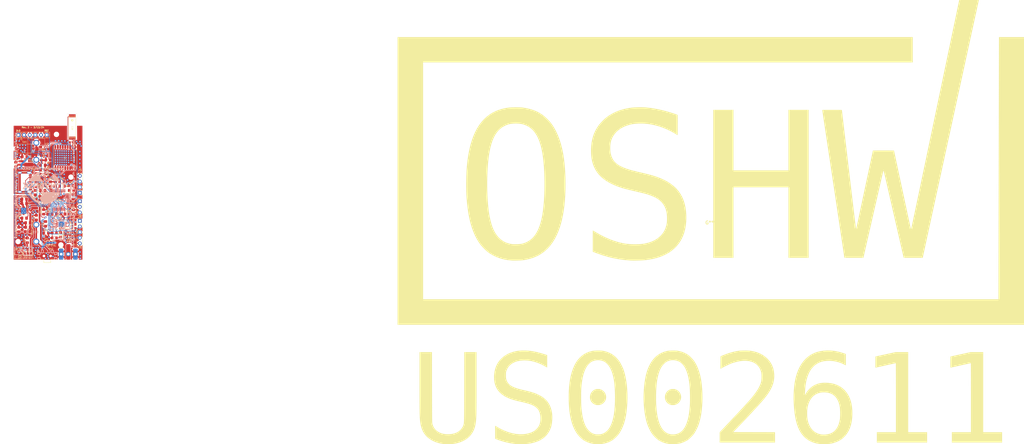
<source format=kicad_pcb>
(kicad_pcb (version 20240108) (generator "pcbnew") (generator_version "8.0")
  (title_block (title "Tiny4FSK"))
  (layers (0 "F.Cu" signal "Sig1.Cu.Front") (1 "In1.Cu" signal "GND.Cu") (2 "In2.Cu" signal "VCC.Cu") (31 "B.Cu" signal "Sig2.Cu.Back") (34 "B.Paste" user) (35 "F.Paste" user) (36 "B.SilkS" user "B.Silkscreen") (37 "F.SilkS" user "F.Silkscreen") (38 "B.Mask" user) (39 "F.Mask" user) (44 "Edge.Cuts" user))
  (net 0 "")
  (net 1 "Earth")
  (net 2 "ANT_GPS")
  (net 3 "Net-(AE2-RF)")
  (net 4 "LDO")
  (net 5 "RF_ANT")
  (net 6 "RF_XO")
  (net 7 "Net-(IC1-XIN)")
  (net 8 "Net-(C24-Pad1)")
  (net 9 "BST_IN")
  (net 10 "LIN")
  (net 11 "+3.3V")
  (net 12 "BOOST")
  (net 13 "BATT_SENSE")
  (net 14 "USB")
  (net 15 "Net-(D1-A)")
  (net 16 "Net-(D2-A)")
  (net 21 "GPIO0")
  (net 22 "GPIO1")
  (net 23 "RF_RST")
  (net 24 "SCK")
  (net 25 "MISO")
  (net 26 "MOSI")
  (net 27 "RF_SS")
  (net 31 "SDA")
  (net 32 "SCL")
  (net 33 "SWDIO")
  (net 34 "SWCLK")
  (net 35 "nRST")
  (net 36 "A1")
  (net 37 "A2")
  (net 38 "D6")
  (net 39 "D7")
  (net 40 "D+")
  (net 41 "D-")
  (net 42 "SUCCESS")
  (net 43 "ERROR")
  (net 44 "EXTINT")
  (net 46 "TCXO")
  (net 47 "OPT XOUT")
  (net 48 "Net-(J3-SHIELD)")
  (net 49 "Net-(C17-Pad1)")
  (net 50 "SDN")
  (net 51 "Net-(J3-CC2)")
  (net 53 "Net-(J3-CC1)")
  (net 55 "Net-(U4-OUTPUT)")
  (net 65 "Net-(U5-VDDCORE)")
  (net 66 "Net-(U6-VAUX)")
  (net 67 "Net-(C19-Pad1)")
  (net 68 "Net-(C26-Pad2)")
  (net 69 "Net-(U6-L)")
  (net 70 "Net-(U2-CSB)")
  (net 71 "Net-(U2-SDO)")
  (net 72 "Net-(U6-FB)")
  (footprint "Connector_PinHeader_2.54mm:PinHeader_1x05_P2.54mm_Vertical" (layer "F.Cu") (at 167.75 113.425)
    (property "Reference" "J4")
    (property "Value" "SPI")
  )
  (footprint "MountingHole:MountingHole_2.2mm_M2" (layer "F.Cu") (at 159.25 124.25)
    (property "Reference" "H3" (hide yes))
    (property "Value" "MountingHole")
  )
  (footprint "Connector_PinHeader_2.54mm:PinHeader_1x04_P2.54mm_Vertical" (layer "F.Cu") (at 167.75 100.79 180)
    (property "Reference" "J5")
    (property "Value" "I2C")
  )
  (footprint "Capacitor_SMD:C_0805_2012Metric_Pad1.18x1.45mm_HandSolder" (layer "F.Cu") (at 151.137252 88.40064)
    (property "Reference" "C3")
    (property "Value" "100 nF (J1)")
  )
  (footprint "MountingHole:MountingHole_2.2mm_M2" (layer "F.Cu") (at 163.75 93.75)
    (property "Reference" "H2" (hide yes))
    (property "Value" "MountingHole")
  )
  (footprint "Inductor_SMD:L_0402_1005Metric_Pad0.77x0.64mm_HandSolder" (layer "F.Cu") (at 164.412252 119.65064 -90)
    (property "Reference" "L4")
    (property "Value" "30 nH")
  )
  (footprint "Capacitor_SMD:C_0805_2012Metric_Pad1.18x1.45mm_HandSolder" (layer "F.Cu") (at 159.737252 97.77564)
    (property "Reference" "C6")
    (property "Value" "1uF")
  )
  (footprint "Oscillator_TCXO:ATXK-H11-E-32.768KHZ-E50-T3" (layer "F.Cu") (at 150.9 109.25 180)
    (property "Reference" "U4")
    (property "Value" "TCXO MCU")
  )
  (footprint "Capacitor_SMD:C_0805_2012Metric_Pad1.18x1.45mm_HandSolder" (layer "F.Cu") (at 144.137252 122.21314 90)
    (property "Reference" "C23")
    (property "Value" "1uF")
  )
  (footprint "Capacitor_SMD:C_0603_1608Metric_Pad1.08x0.95mm_HandSolder" (layer "F.Cu") (at 165.762252 115.92314 90)
    (property "Reference" "C27")
    (property "Value" "100nF")
  )
  (footprint "Jumper:SolderJumper-2_P1.3mm_Open_Pad1.0x1.5mm" (layer "F.Cu") (at 154.037252 123.27564)
    (property "Reference" "JP1")
    (property "Value" "SWITCH_EN")
  )
  (footprint "MountingHole:MountingHole_2.2mm_M2" (layer "F.Cu") (at 140 122.75)
    (property "Reference" "H4" (hide yes))
    (property "Value" "MountingHole")
  )
  (footprint "Capacitor_SMD:C_0805_2012Metric_Pad1.18x1.45mm_HandSolder" (layer "F.Cu") (at 151.137252 90.45064)
    (property "Reference" "C10")
    (property "Value" "100 nF (J1)")
  )
  (footprint "Capacitor_SMD:C_0201_0603Metric_Pad0.64x0.40mm_HandSolder" (layer "F.Cu") (at 162.954752 118.48564 180)
    (property "Reference" "C17")
    (property "Value" "15 pF")
  )
  (footprint "MountingHole:MountingHole_2.2mm_M2" (layer "F.Cu") (at 157.25 74.5)
    (property "Reference" "H1" (hide yes))
    (property "Value" "MountingHole")
  )
  (footprint "Capacitor_SMD:C_0805_2012Metric_Pad1.18x1.45mm_HandSolder" (layer "F.Cu") (at 142.762252 105.70064 180)
    (property "Reference" "C11")
    (property "Value" "100nF")
  )
  (footprint "Inductor_SMD:L_0402_1005Metric_Pad0.77x0.64mm_HandSolder" (layer "F.Cu") (at 164.412252 124.31064 -90)
    (property "Reference" "L5")
    (property "Value" "22 nH")
  )
  (footprint "Inductor_SMD:L_0402_1005Metric_Pad0.77x0.64mm_HandSolder" (layer "F.Cu") (at 163.912252 77.95064)
    (property "Reference" "L1")
    (property "Value" "33 nH")
  )
  (footprint "Resistor_SMD:R_0805_2012Metric_Pad1.20x1.40mm_HandSolder" (layer "F.Cu") (at 150.087252 81.17564 90)
    (property "Reference" "R1")
    (property "Value" "10k")
  )
  (footprint "Jumper:SolderJumper-2_P1.3mm_Open_Pad1.0x1.5mm" (layer "F.Cu") (at 151.5 97.5 180)
    (property "Reference" "J2")
    (property "Value" "OPTIONAL")
  )
  (footprint "Capacitor_SMD:C_0805_2012Metric_Pad1.18x1.45mm_HandSolder" (layer "F.Cu") (at 158.274752 110.40064 180)
    (property "Reference" "C12")
    (property "Value" "10uF")
  )
  (footprint "Capacitor_SMD:C_0805_2012Metric_Pad1.18x1.45mm_HandSolder" (layer "F.Cu") (at 142.762252 103.62564 180)
    (property "Reference" "C13")
    (property "Value" "10uF")
  )
  (footprint "Capacitor_SMD:C_0805_2012Metric_Pad1.18x1.45mm_HandSolder" (layer "F.Cu") (at 148.162252 111.97564 90)
    (property "Reference" "C14")
    (property "Value" "1uF")
  )
  (footprint "Package_DFN_QFN:QFN-20-1EP_4x4mm_P0.5mm_EP2.5x2.5mm_ThermalVias" (layer "F.Cu") (at 159.537252 114.98564 180)
    (property "Reference" "IC1")
    (property "Value" "SI4063")
  )
  (footprint "Package_TO_SOT_SMD:SOT-89-3_Handsoldering" (layer "F.Cu") (at 143.912252 88.12564)
    (property "Reference" "U3")
    (property "Value" "Linear Step-Down")
  )
  (footprint "LOGO" (layer "F.Cu") (at 451.5 114.25)
    (property "Reference" "G***")
    (property "Value" "LOGO" (hide yes))
  )
  (footprint "Capacitor_SMD:C_0805_2012Metric_Pad1.18x1.45mm_HandSolder" (layer "F.Cu") (at 150.537252 85.07564 -90)
    (property "Reference" "C2")
    (property "Value" "1uF")
  )
  (footprint "Connector_USB:USB_C_Receptacle_GCT_USB4105-xx-A_16P_TopMnt_Horizontal" (layer "F.Cu") (at 141.887252 96.07064 -90)
    (property "Reference" "J3")
    (property "Value" "USBC")
  )
  (footprint "RF_GPS:ublox_MAX" (layer "F.Cu") (at 161.187252 84.92564 90)
    (property "Reference" "U1")
    (property "Value" "MAX-M10S")
  )
  (footprint "Resistor_SMD:R_0805_2012Metric_Pad1.20x1.40mm_HandSolder" (layer "F.Cu") (at 164.75 102.62564 90)
    (property "Reference" "R7")
    (property "Value" "1.8k")
  )
  (footprint "Resistor_SMD:R_0805_2012Metric_Pad1.20x1.40mm_HandSolder" (layer "F.Cu") (at 144.212252 118.30064 180)
    (property "Reference" "R12")
    (property "Value" "5M")
  )
  (footprint "Capacitor_SMD:C_0805_2012Metric_Pad1.18x1.45mm_HandSolder" (layer "F.Cu") (at 159.05 119.675 90)
    (property "Reference" "C20")
    (property "Value" "100 pF")
  )
  (footprint "LED_SMD:LED_0805_2012Metric_Pad1.15x1.40mm_HandSolder" (layer "F.Cu") (at 151.487252 109.40064 -90)
    (property "Reference" "D1")
    (property "Value" "Success")
  )
  (footprint "Capacitor_SMD:C_0805_2012Metric_Pad1.18x1.45mm_HandSolder" (layer "F.Cu") (at 138.987252 88.07564 -90)
    (property "Reference" "C1")
    (property "Value" "1uF")
  )
  (footprint "Connector_PinHeader_2.54mm:PinHeader_1x03_P2.54mm_Vertical" (layer "F.Cu") (at 167.75 104.5825)
    (property "Reference" "J6")
    (property "Value" "Power")
  )
  (footprint "Resistor_SMD:R_0805_2012Metric_Pad1.20x1.40mm_HandSolder" (layer "F.Cu") (at 153.487252 86.00064 180)
    (property "Reference" "R2")
    (property "Value" "10k")
  )
  (footprint "LED_SMD:LED_0805_2012Metric_Pad1.15x1.40mm_HandSolder" (layer "F.Cu") (at 139.25 128.75 90)
    (property "Reference" "D3")
    (property "Value" "Power")
  )
  (footprint "Package_SON:Texas_S-PVSON-N10_ThermalVias" (layer "F.Cu") (at 142.487252 108.90064 180)
    (property "Reference" "U6")
    (property "Value" "TPS61200DRC")
  )
  (footprint "Resistor_SMD:R_0805_2012Metric_Pad1.20x1.40mm_HandSolder" (layer "F.Cu") (at 164 99.75)
    (property "Reference" "R8")
    (property "Value" "1.8k")
  )
  (footprint "Capacitor_SMD:C_0805_2012Metric_Pad1.18x1.45mm_HandSolder" (layer "F.Cu") (at 154.587252 96.87564 90)
    (property "Reference" "C15")
    (property "Value" "100nF")
  )
  (footprint "Antenna:Antenna_Whip" (layer "F.Cu") (at 162.575 120.567)
    (property "Reference" "AE2")
    (property "Value" "ANT")
  )
  (footprint "Inductor_SMD:L_0603_1608Metric_Pad1.05x0.95mm_HandSolder" (layer "F.Cu") (at 164.912252 112.88564 180)
    (property "Reference" "L2")
    (property "Value" "220 nH")
  )
  (footprint "Resistor_SMD:R_0805_2012Metric_Pad1.20x1.40mm_HandSolder" (layer "F.Cu") (at 162.037252 110.37564)
    (property "Reference" "R9")
    (property "Value" "100")
  )
  (footprint "Capacitor_SMD:C_0805_2012Metric_Pad1.18x1.45mm_HandSolder" (layer "F.Cu") (at 152.325 114.775 -90)
    (property "Reference" "C21")
    (property "Value" "100nF")
  )
  (footprint "Resistor_SMD:R_0805_2012Metric_Pad1.20x1.40mm_HandSolder" (layer "F.Cu") (at 154.312252 110.42564)
    (property "Reference" "R10")
    (property "Value" "100")
  )
  (footprint "Capacitor_SMD:C_0805_2012Metric_Pad1.18x1.45mm_HandSolder" (layer "F.Cu") (at 148.162252 93.20064 90)
    (property "Reference" "C16")
    (property "Value" "4.5 nF")
  )
  (footprint "Capacitor_SMD:C_0805_2012Metric_Pad1.18x1.45mm_HandSolder" (layer "F.Cu") (at 152.6 118.925 180)
    (property "Reference" "C25")
    (property "Value" "10 nF")
  )
  (footprint "Package_LGA:Bosch_LGA-8_2.5x2.5mm_P0.65mm_ClockwisePinNumbering" (layer "F.Cu") (at 152.762252 81.17564)
    (property "Reference" "U2")
    (property "Value" "BME280")
  )
  (footprint "LED_SMD:LED_0805_2012Metric_Pad1.15x1.40mm_HandSolder" (layer "F.Cu") (at 164.937252 109.47564 -90)
    (property "Reference" "D2")
    (property "Value" "Error")
  )
  (footprint "Capacitor_SMD:C_0805_2012Metric_Pad1.18x1.45mm_HandSolder" (layer "F.Cu") (at 144.412252 114.30064 180)
    (property "Reference" "C18")
    (property "Value" "22uF")
  )
  (footprint "Capacitor_SMD:C_0402_1005Metric_Pad0.74x0.62mm_HandSolder" (layer "F.Cu") (at 162.754752 120.81064 180)
    (property "Reference" "C19")
    (property "Value" "12 pF")
  )
  (footprint "Capacitor_SMD:C_0805_2012Metric_Pad1.18x1.45mm_HandSolder" (layer "F.Cu") (at 142.912252 84.52564 180)
    (property "Reference" "C4")
    (property "Value" "1uF")
  )
  (footprint "IND_CONT:LPS3015222MRB" (layer "F.Cu") (at 147.412252 106.60064 90)
    (property "Reference" "L3")
    (property "Value" "2.2uH" (hide yes))
  )
  (footprint "Connector_PinHeader_2.54mm:PinHeader_1x06_P2.54mm_Vertical" (layer "F.Cu") (at 140.15 74.75 90)
    (property "Reference" "J1")
    (property "Value" "SWD")
  )
  (footprint "Capacitor_SMD:C_0805_2012Metric_Pad1.18x1.45mm_HandSolder" (layer "F.Cu") (at 163.75 97.5 180)
    (property "Reference" "C5")
    (property "Value" "100nF")
  )
  (footprint "Jumper:SolderJumper-3_P1.3mm_Open_Pad1.0x1.5mm_NumberLabels" (layer "F.Cu") (at 144.45 128.25 180)
    (property "Reference" "JP2")
    (property "Value" "Source")
  )
  (footprint "Inductor_SMD:L_0402_1005Metric_Pad0.77x0.64mm_HandSolder" (layer "F.Cu") (at 164.412252 121.98064 -90)
    (property "Reference" "L6")
    (property "Value" "36 nH")
  )
  (footprint "Capacitor_SMD:C_0805_2012Metric_Pad1.18x1.45mm_HandSolder" (layer "F.Cu") (at 151 99.75 180)
    (property "Reference" "C7")
    (property "Value" "100 pF")
  )
  (footprint "OSC:OSC_ECS-TXO-32CSMV-260-AN-TR" (layer "F.Cu") (at 156.3 119.975 -90)
    (property "Reference" "XTAL1")
    (property "Value" "~")
  )
  (footprint "Resistor_SMD:R_0805_2012Metric_Pad1.20x1.40mm_HandSolder" (layer "F.Cu") (at 148.112252 97.00064 90)
    (property "Reference" "R4")
    (property "Value" "5k1")
  )
  (footprint "Resistor_SMD:R_0805_2012Metric_Pad1.20x1.40mm_HandSolder" (layer "F.Cu") (at 159.687252 95.77564 180)
    (property "Reference" "R5")
    (property "Value" "220")
  )
  (footprint "Capacitor_SMD:C_0805_2012Metric_Pad1.18x1.45mm_HandSolder" (layer "F.Cu") (at 142.762252 112.20064 180)
    (property "Reference" "C8")
    (property "Value" "100nF")
  )
  (footprint "Package_QFP:TQFP-48_7x7mm_P0.5mm" (layer "F.Cu") (at 158.287252 104.07564)
    (property "Reference" "U5")
    (property "Value" "ATSAMD21G18A-A")
  )
  (footprint "Ant:GPS1003" (layer "F.Cu") (at 164.252252 64.68564)
    (property "Reference" "AE1")
    (property "Value" "GPS ANT")
  )
  (footprint "SlideSwitch:WS-SLSU_6p7x2p7_WRE" (layer "F.Cu") (at 153.124374 129.25 180)
    (property "Reference" "SW2")
    (property "Value" "BATT PWR")
  )
  (footprint "Resistor_SMD:R_0805_2012Metric_Pad1.20x1.40mm_HandSolder" (layer "F.Cu") (at 147.684626 100.710578 90)
    (property "Reference" "R3")
    (property "Value" "5k1")
  )
  (footprint "Capacitor_SMD:C_0805_2012Metric_Pad1.18x1.45mm_HandSolder" (layer "F.Cu") (at 156.737252 96.87564 -90)
    (property "Reference" "C9")
    (property "Value" "100nF")
  )
  (footprint "Capacitor_SMD:C_0805_2012Metric_Pad1.18x1.45mm_HandSolder" (layer "F.Cu") (at 144.412252 116.32564 180)
    (property "Reference" "C22")
    (property "Value" "100nF")
  )
  (footprint "Resistor_SMD:R_0805_2012Metric_Pad1.20x1.40mm_HandSolder" (layer "F.Cu") (at 140.312252 117.32564 90)
    (property "Reference" "R11")
    (property "Value" "900k")
  )
  (footprint "Button_Switch_SMD:SW_Tactile_SPST_NO_Straight_CK_PTS636Sx25SMTRLFS" (layer "F.Cu") (at 142.987252 80.90064)
    (property "Reference" "SW1")
    (property "Value" "RST")
  )
  (footprint "Resistor_SMD:R_0603_1608Metric_Pad0.98x0.95mm_HandSolder" (layer "F.Cu") (at 148.162252 89.57564 90)
    (property "Reference" "FB1")
    (property "Value" "BLM18AG121SN1D (J1)")
  )
  (footprint "Inductor_SMD:L_0402_1005Metric_Pad0.77x0.64mm_HandSolder" (layer "F.Cu") (at 164.412252 117.32064 -90)
    (property "Reference" "L7")
    (property "Value" "33 nH")
  )
  (footprint "Capacitor_SMD:C_0201_0603Metric_Pad0.64x0.40mm_HandSolder" (layer "F.Cu") (at 162.954752 123.13564 180)
    (property "Reference" "C24")
    (property "Value" "10 pF")
  )
  (footprint "Resistor_SMD:R_0805_2012Metric_Pad1.20x1.40mm_HandSolder" (layer "F.Cu") (at 151.137252 92.57564)
    (property "Reference" "R6")
    (property "Value" "1M")
  )
  (footprint "Capacitor_SMD:C_0402_1005Metric_Pad0.74x0.62mm_HandSolder" (layer "F.Cu") (at 164.422252 115.01064 -90)
    (property "Reference" "C26")
    (property "Value" "9.1 pF")
  )
  (footprint "LOGO" (layer "B.Cu") (at 142.5 127.5 180)
    (property "Reference" "G***" (hide yes))
    (property "Value" "LOGO" (hide yes))
  )
  (footprint "BatteryExtended:BAT_BK-82" (layer "B.Cu") (at 148.22 119.19)
    (property "Reference" "BT1")
    (property "Value" "AAA")
  )
  (gr_line (start 158.545091 96.404687) (end 158.518692 96.386251) (stroke (width 0.1)) (layer "B.SilkS"))
  (gr_line (start 158.368165 98.853972) (end 158.366784 98.812828) (stroke (width 0.1)) (layer "B.SilkS"))
  (gr_line (start 158.221927 98.6213) (end 158.212497 98.622346) (stroke (width 0.1)) (layer "B.SilkS"))
  (gr_line (start 157.74884 96.823734) (end 157.753121 96.846217) (stroke (width 0.1)) (layer "B.SilkS"))
  (gr_line (start 158.041746 97.160611) (end 158.094777 97.184599) (stroke (width 0.1)) (layer "B.SilkS"))
  (gr_line (start 158.170842 98.625409) (end 158.161582 98.628462) (stroke (width 0.1)) (layer "B.SilkS"))
  (gr_poly (pts (xy 150.559927 99.486513) (xy 150.801123 99.486513) (xy 150.801123 99.634946) (xy 150.587756 99.634946) (xy 150.587756 99.750902) (xy 150.801123 99.750902) (xy 150.801123 99.899335) (xy 150.559927 99.899335) (xy 150.559927 100.019933) (xy 150.940272 100.019933) (xy 150.940272 99.365919) (xy 150.559927 99.365919)) (fill solid) (layer "B.SilkS"))
  (gr_line (start 158.212587 97.275137) (end 158.218478 97.286365) (stroke (width 0.1)) (layer "B.SilkS"))
  (gr_line (start 158.32891 98.64258) (end 158.322974 98.63606) (stroke (width 0.1)) (layer "B.SilkS"))
  (gr_poly (pts (xy 142.702696 99.37081) (xy 142.689549 99.371569) (xy 142.67691 99.37282) (xy 142.664771 99.374549) (xy 142.653128 99.376743) (xy 142.641976 99.37939) (xy 142.63131 99.382477) (xy 142.621124 99.385991) (xy 142.611414 99.38992) (xy 142.602174 99.39425) (xy 142.5934 99.398969) (xy 142.585086 99.404065) (xy 142.577228 99.409524) (xy 142.569819 99.415334) (xy 142.562856 99.421482) (xy 142.556332 99.427955) (xy 142.550243 99.43474) (xy 142.544584 99.441826) (xy 142.53935 99.449199) (xy 142.534535 99.456846) (xy 142.530135 99.464754) (xy 142.526144 99.472912) (xy 142.522557 99.481305) (xy 142.519369 99.489922) (xy 142.516576 99.49875) (xy 142.514171 99.507775) (xy 142.510509 99.526369) (xy 142.508341 99.545601) (xy 142.507628 99.56537) (xy 142.507777 99.573537) (xy 142.508222 99.581512) (xy 142.508962 99.589296) (xy 142.509992 99.596887) (xy 142.511311 99.604284) (xy 142.512917 99.611487) (xy 142.514806 99.618494) (xy 142.516976 99.625305) (xy 142.519425 99.63192) (xy 142.52215 99.638336) (xy 142.525149 99.644554) (xy 142.528418 99.650572) (xy 142.531956 99.656389) (xy 142.535759 99.662005) (xy 142.539826 99.66742) (xy 142.544154 99.672631) (xy 142.548739 99.677638) (xy 142.553581 99.682441) (xy 142.558675 99.687038) (xy 142.564021 99.691429) (xy 142.569614 99.695612) (xy 142.575452 99.699588) (xy 142.581534 99.703355) (xy 142.587856 99.706911) (xy 142.594416 99.710258) (xy 142.601211 99.713392) (xy 142.615497 99.719024) (xy 142.630693 99.7238) (xy 142.64678 99.727712) (xy 142.451964 100.024576) (xy 142.609671 100.024572) (xy 142.781287 99.736986) (xy 142.818396 99.736986) (xy 142.818396 100.024572) (xy 142.95291 100.024572) (xy 142.95291 99.481874) (xy 142.818396 99.481874) (xy 142.818396 99.639581) (xy 142.739546 99.639581) (xy 142.726171 99.639205) (xy 142.713855 99.638096) (xy 142.708086 99.637274) (xy 142.702572 99.636279) (xy 142.697309 99.635115) (xy 142.692294 99.633784) (xy 142.687524 99.632289) (xy 142.682995 99.630635) (xy 142.678704 99.628825) (xy 142.674647 99.626862) (xy 142.670821 99.62475) (xy 142.667223 99.622491) (xy 142.663849 99.62009) (xy 142.660695 99.617549) (xy 142.65776 99.614873) (xy 142.655038 99.612064) (xy 142.652527 99.609126) (xy 142.650223 99.606062) (xy 142.648123 99.602876) (xy 142.646223 99.599571) (xy 142.64452 99.596151) (xy 142.643011 99.592618) (xy 142.641693 99.588977) (xy 142.640561 99.58523) (xy 142.638844 99.577434) (xy 142.637834 99.569258) (xy 142.637503 99.560728) (xy 142.637585 99.55642) (xy 142.637834 99.552198) (xy 142.638252 99.548064) (xy 142.638844 99.544021) (xy 142.639612 99.540074) (xy 142.640561 99.536225) (xy 142.641693 99.532479) (xy 142.643011 99.528837) (xy 142.64452 99.525305) (xy 142.646223 99.521884) (xy 142.648123 99.518579) (xy 142.650223 99.515393) (xy 142.652527 99.512329) (xy 142.655038 99.509391) (xy 142.65776 99.506582) (xy 142.660695 99.503906) (xy 142.663849 99.501365) (xy 142.667223 99.498964) (xy 142.670821 99.496705) (xy 142.674647 99.494593) (xy 142.678704 99.49263) (xy 142.682995 99.49082) (xy 142.687524 99.489166) (xy 142.692294 99.487672) (xy 142.697309 99.486341) (xy 142.702572 99.485176) (xy 142.708086 99.484181) (xy 142.713855 99.48336) (xy 142.719882 99.482715) (xy 142.726171 99.48225) (xy 142.732724 99.481969) (xy 142.739546 99.481874) (xy 142.818396 99.481874) (xy 142.95291 99.481874) (xy 142.95291 99.370554) (xy 142.716353 99.370554)) (fill solid) (layer "B.SilkS"))
  (gr_line (start 158.593063 96.446086) (end 158.569897 96.424668) (stroke (width 0.1)) (layer "B.SilkS"))
  (gr_line (start 158.303547 97.229698) (end 158.31381 97.221461) (stroke (width 0.1)) (layer "B.SilkS"))
  (gr_line (start 157.764956 96.622094) (end 157.758839 96.642655) (stroke (width 0.1)) (layer "B.SilkS"))
  (gr_line (start 158.278149 98.623738) (end 158.272018 98.623393) (stroke (width 0.1)) (layer "B.SilkS"))
  (gr_line (start 158.161582 98.628462) (end 158.153131 98.6329) (stroke (width 0.1)) (layer "B.SilkS"))
  (gr_line (start 158.255923 96.30763) (end 158.231204 96.307573) (stroke (width 0.1)) (layer "B.SilkS"))
  (gr_line (start 158.362017 98.721342) (end 158.361393 98.713105) (stroke (width 0.1)) (layer "B.SilkS"))
  (gr_line (start 158.231204 96.307573) (end 158.20678 96.30853) (stroke (width 0.1)) (layer "B.SilkS"))
  (gr_line (start 158.718236 96.835199) (end 158.723079 96.805214) (stroke (width 0.1)) (layer "B.SilkS"))
  (gr_poly (pts (xy 151.357733 99.90397) (xy 151.153639 99.90397) (xy 151.153639 100.024572) (xy 151.496886 100.024572) (xy 151.496886 99.370554) (xy 151.362368 99.370554)) (fill solid) (layer "B.SilkS"))
  (gr_poly (pts (xy 152.406027 100.024572) (xy 152.549811 100.024572) (xy 152.596194 99.890054) (xy 152.869864 99.890054) (xy 152.916247 100.024572) (xy 153.055399 100.024572) (xy 152.963026 99.774095) (xy 152.832751 99.774095) (xy 152.637942 99.774095) (xy 152.735346 99.495786) (xy 152.832751 99.774095) (xy 152.963026 99.774095) (xy 152.814204 99.370554) (xy 152.647223 99.370554)) (fill solid) (layer "B.SilkS"))
  (gr_line (start 157.744196 96.777812) (end 157.745866 96.800924) (stroke (width 0.1)) (layer "B.SilkS"))
  (gr_line (start 158.101493 98.851449) (end 158.10438 98.883086) (stroke (width 0.1)) (layer "B.SilkS"))
  (gr_line (start 158.358807 98.693036) (end 158.357558 98.687522) (stroke (width 0.1)) (layer "B.SilkS"))
  (gr_line (start 158.243731 97.831472) (end 158.246783 97.810148) (stroke (width 0.1)) (layer "B.SilkS"))
  (gr_line (start 158.132289 98.653468) (end 158.126732 98.662395) (stroke (width 0.1)) (layer "B.SilkS"))
  (gr_line (start 158.094777 97.184599) (end 158.119327 97.196437) (stroke (width 0.1)) (layer "B.SilkS"))
  (gr_line (start 157.851257 97.030219) (end 157.868864 97.048215) (stroke (width 0.1)) (layer "B.SilkS"))
  (gr_line (start 158.180944 98.623842) (end 158.170842 98.625409) (stroke (width 0.1)) (layer "B.SilkS"))
  (gr_line (start 158.223623 97.298467) (end 158.227989 97.311508) (stroke (width 0.1)) (layer "B.SilkS"))
  (gr_line (start 158.518692 96.386251) (end 158.490749 96.369472) (stroke (width 0.1)) (layer "B.SilkS"))
  (gr_line (start 157.835182 96.492138) (end 157.822405 96.509062) (stroke (width 0.1)) (layer "B.SilkS"))
  (gr_line (start 158.287599 97.776984) (end 158.293888 97.771347) (stroke (width 0.1)) (layer "B.SilkS"))
  (gr_poly (pts (xy 155.309237 97.867418) (xy 155.309237 96.256185) (xy 154.633192 96.256185) (xy 154.633192 99.005426) (xy 155.309237 99.005426) (xy 156.390906 97.394193) (xy 156.390906 99.005426) (xy 157.066946 99.005426) (xy 157.066946 96.256185) (xy 156.390906 96.256185)) (fill solid) (layer "B.SilkS"))
  (gr_line (start 158.153002 97.215481) (end 158.163265 97.222435) (stroke (width 0.1)) (layer "B.SilkS"))
  (gr_line (start 158.229737 97.515178) (end 158.228499 97.534322) (stroke (width 0.1)) (layer "B.SilkS"))
  (gr_line (start 158.274354 97.788003) (end 158.287599 97.776984) (stroke (width 0.1)) (layer "B.SilkS"))
  (gr_line (start 158.507742 97.120649) (end 158.535623 97.103315) (stroke (width 0.1)) (layer "B.SilkS"))
  (gr_line (start 158.212497 98.622346) (end 158.207247 98.622905) (stroke (width 0.1)) (layer "B.SilkS"))
  (gr_line (start 158.27764 97.634903) (end 158.269443 97.616057) (stroke (width 0.1)) (layer "B.SilkS"))
  (gr_line (start 158.364487 96.321118) (end 158.329539 96.31427) (stroke (width 0.1)) (layer "B.SilkS"))
  (gr_line (start 157.883217 97.061709) (end 157.897682 97.074233) (stroke (width 0.1)) (layer "B.SilkS"))
  (gr_poly (pts (xy 160.671687 99.491151) (xy 160.824755 99.491151) (xy 160.824755 100.024572) (xy 160.959269 100.024572) (xy 160.959269 99.491151) (xy 161.116976 99.491151) (xy 161.116976 99.370554) (xy 160.671687 99.370554)) (fill solid) (layer "B.SilkS"))
  (gr_line (start 158.338817 98.653922) (end 158.334176 98.648496) (stroke (width 0.1)) (layer "B.SilkS"))
  (gr_line (start 158.272018 98.623393) (end 158.265458 98.622905) (stroke (width 0.1)) (layer "B.SilkS"))
  (gr_line (start 158.013754 97.147407) (end 158.041746 97.160611) (stroke (width 0.1)) (layer "B.SilkS"))
  (gr_line (start 158.046375 96.341924) (end 158.025297 96.350259) (stroke (width 0.1)) (layer "B.SilkS"))
  (gr_line (start 158.158927 96.313409) (end 158.135552 96.317288) (stroke (width 0.1)) (layer "B.SilkS"))
  (gr_line (start 157.799486 96.544634) (end 157.789399 96.56324) (stroke (width 0.1)) (layer "B.SilkS"))
  (gr_poly (pts (xy 159.26409 96.87589) (xy 160.075346 96.87589) (xy 160.075346 99.005426) (xy 160.751387 99.005426) (xy 160.751387 96.87589) (xy 161.56264 96.87589) (xy 161.56264 96.256185) (xy 159.26409 96.256185)) (fill solid) (layer "B.SilkS"))
  (gr_line (start 158.246306 97.55509) (end 158.245259 97.548804) (stroke (width 0.1)) (layer "B.SilkS"))
  (gr_line (start 158.725609 96.775127) (end 158.725875 96.745047) (stroke (width 0.1)) (layer "B.SilkS"))
  (gr_line (start 158.142238 97.208874) (end 158.153002 97.215481) (stroke (width 0.1)) (layer "B.SilkS"))
  (gr_line (start 158.207247 98.622905) (end 158.201925 98.623393) (stroke (width 0.1)) (layer "B.SilkS"))
  (gr_line (start 158.191923 98.623869) (end 158.180944 98.623842) (stroke (width 0.1)) (layer "B.SilkS"))
  (gr_line (start 158.243735 97.322511) (end 158.248711 97.307642) (stroke (width 0.1)) (layer "B.SilkS"))
  (gr_line (start 158.201925 98.623393) (end 158.196745 98.623738) (stroke (width 0.1)) (layer "B.SilkS"))
  (gr_poly (pts (xy 144.219206 99.625669) (xy 144.172819 99.625669) (xy 143.968733 99.370554) (xy 143.801749 99.370554) (xy 144.05686 99.681329) (xy 143.79711 100.024576) (xy 143.968733 100.024572) (xy 144.172819 99.746263) (xy 144.219206 99.746263) (xy 144.219206 100.024572) (xy 144.35372 100.024572) (xy 144.35372 99.370554) (xy 144.219206 99.370554)) (fill solid) (layer "B.SilkS"))
  (gr_line (start 158.535623 97.103315) (end 158.549421 97.093677) (stroke (width 0.1)) (layer "B.SilkS"))
  (gr_line (start 158.490749 96.369472) (end 158.461308 96.35446) (stroke (width 0.1)) (layer "B.SilkS"))
  (gr_line (start 157.820095 96.992601) (end 157.835002 97.011674) (stroke (width 0.1)) (layer "B.SilkS"))
  (gr_line (start 158.311583 98.904571) (end 158.330307 98.904117) (stroke (width 0.1)) (layer "B.SilkS"))
  (gr_line (start 157.772106 96.601991) (end 157.764956 96.622094) (stroke (width 0.1)) (layer "B.SilkS"))
  (gr_line (start 158.268213 97.269194) (end 158.276118 97.258198) (stroke (width 0.1)) (layer "B.SilkS"))
  (gr_poly (pts (xy 148.094795 99.371362) (xy 148.082706 99.372365) (xy 148.071003 99.373761) (xy 148.059687 99.375543) (xy 148.04876 99.377708) (xy 148.038224 99.38025) (xy 148.02808 99.383164) (xy 148.01833 99.386445) (xy 148.008976 99.390088) (xy 148.000019 99.394087) (xy 147.991461 99.398439) (xy 147.983305 99.403136) (xy 147.975551 99.408175) (xy 147.968201 99.413551) (xy 147.961257 99.419257) (xy 147.954721 99.42529) (xy 147.948595 99.431644) (xy 147.942879 99.438314) (xy 147.937576 99.445294) (xy 147.932688 99.452581) (xy 147.928215 99.460168) (xy 147.924161 99.46805) (xy 147.920526 99.476223) (xy 147.917313 99.484682) (xy 147.914522 99.493421) (xy 147.912156 99.502435) (xy 147.910217 99.511719) (xy 147.908705 99.521268) (xy 147.907623 99.531077) (xy 147.906973 99.541141) (xy 147.906756 99.551454) (xy 147.907844 99.561778) (xy 147.909381 99.571865) (xy 147.91138 99.581693) (xy 147.913854 99.591242) (xy 147.916818 99.600493) (xy 147.920285 99.609424) (xy 147.924268 99.618016) (xy 147.928782 99.626247) (xy 147.933839 99.634098) (xy 147.939453 99.641548) (xy 147.945638 99.648576) (xy 147.952407 99.655163) (xy 147.959774 99.661288) (xy 147.967752 99.666931) (xy 147.976356 99.67207) (xy 147.985598 99.676687) (xy 147.971962 99.680549) (xy 147.95891 99.685185) (xy 147.946483 99.690609) (xy 147.940517 99.693621) (xy 147.934723 99.696835) (xy 147.929104 99.700253) (xy 147.923668 99.703877) (xy 147.918419 99.707708) (xy 147.913361 99.711747) (xy 147.908501 99.715998) (xy 147.903842 99.72046) (xy 147.899391 99.725137) (xy 147.895152 99.730029) (xy 147.891131 99.735139) (xy 147.887332 99.740468) (xy 147.883761 99.746018) (xy 147.880422 99.75179) (xy 147.877321 99.757786) (xy 147.874464 99.764009) (xy 147.871854 99.770459) (xy 147.869497 99.777138) (xy 147.867398 99.784049) (xy 147.865563 99.791192) (xy 147.863996 99.798569) (xy 147.862703 99.806183) (xy 147.861688 99.814034) (xy 147.860956 99.822125) (xy 147.860514 99.830458) (xy 147.860365 99.839033) (xy 147.860556 99.849359) (xy 147.861129 99.859462) (xy 147.862085 99.869334) (xy 147.863427 99.878967) (xy 147.865157 99.888356) (xy 147.867275 99.897494) (xy 147.869785 99.906374) (xy 147.872686 99.914988) (xy 147.875982 99.923331) (xy 147.879673 99.931395) (xy 147.883762 99.939174) (xy 147.88825 99.94666) (xy 147.893139 99.953848) (xy 147.898431 99.96073) (xy 147.904127 99.967299) (xy 147.910229 99.973549) (xy 147.916738 99.979473) (xy 147.923657 99.985064) (xy 147.930987 99.990315) (xy 147.93873 99.995219) (xy 147.946887 99.999771) (xy 147.955461 100.003962) (xy 147.964452 100.007786) (xy 147.973863 100.011236) (xy 147.983695 100.014306) (xy 147.99395 100.016989) (xy 148.00463 100.019278) (xy 148.015736 100.021166) (xy 148.027271 100.022646) (xy 148.039235 100.023711) (xy 148.05163 100.024356) (xy 148.064459 100.024572) (xy 148.333487 100.024572) (xy 148.333487 99.741624) (xy 148.208247 99.741624) (xy 148.208247 99.908609) (xy 148.092287 99.908609) (xy 148.085479 99.908501) (xy 148.078964 99.908181) (xy 148.072738 99.907654) (xy 148.066795 99.906924) (xy 148.061131 99.905997) (xy 148.055741 99.904879) (xy 148.050619 99.903574) (xy 148.04576 99.902086) (xy 148.04116 99.900423) (xy 148.036812 99.898587) (xy 148.032712 99.896586) (xy 148.028856 99.894423) (xy 148.025237 99.892103) (xy 148.021851 99.889633) (xy 148.018692 99.887016) (xy 148.015756 99.884258) (xy 148.013037 99.881365) (xy 148.010531 99.87834) (xy 148.008232 99.87519) (xy 148.006135 99.87192) (xy 148.004235 99.868534) (xy 148.002527 99.865037) (xy 148.001006 99.861435) (xy 147.999666 99.857733) (xy 147.997513 99.850049) (xy 147.996024 99.842025) (xy 147.995162 99.833702) (xy 147.994883 99.82512) (xy 147.995163 99.817303) (xy 147.996034 99.809547) (xy 147.996705 99.80571) (xy 147.997543 99.801912) (xy 147.998552 99.79816) (xy 147.999739 99.794462) (xy 148.001109 99.790824) (xy 148.002669 99.787256) (xy 148.004423 99.783764) (xy 148.00638 99.780356) (xy 148.008543 99.777039) (xy 148.010919 99.773822) (xy 148.013515 99.770712) (xy 148.016336 99.767717) (xy 148.019388 99.764844) (xy 148.022676 99.762101) (xy 148.026208 99.759495) (xy 148.029988 99.757035) (xy 148.034023 99.754728) (xy 148.038319 99.752581) (xy 148.042882 99.750603) (xy 148.047717 99.7488) (xy 148.052831 99.747181) (xy 148.058229 99.745752) (xy 148.063918 99.744523) (xy 148.069903 99.7435) (xy 148.07619 99.742691) (xy 148.082786 99.742103) (xy 148.089696 99.741745) (xy 148.096926 99.741624) (xy 148.208247 99.741624) (xy 148.333487 99.741624) (xy 148.333487 99.481874) (xy 148.208247 99.481874) (xy 148.208247 99.634943) (xy 148.120116 99.634943) (xy 148.114979 99.634848) (xy 148.110006 99.634567) (xy 148.105196 99.634102) (xy 148.100549 99.633457) (xy 148.096064 99.632635) (xy 148.091743 99.63164) (xy 148.087585 99.630476) (xy 148.08359 99.629144) (xy 148.079758 99.62765) (xy 148.076089 99.625996) (xy 148.072583 99.624186) (xy 148.06924 99.622223) (xy 148.06606 99.62011) (xy 148.063043 99.617851) (xy 148.060189 99.61545) (xy 148.057498 99.612909) (xy 148.054971 99.610233) (xy 148.052606 99.607424) (xy 148.050404 99.604486) (xy 148.048366 99.601422) (xy 148.04649 99.598236) (xy 148.044778 99.594931) (xy 148.043229 99.59151) (xy 148.041842 99.587978) (xy 148.040619 99.584336) (xy 148.039559 99.58059) (xy 148.038662 99.576741) (xy 148.037928 99.572794) (xy 148.037357 99.568752) (xy 148.03695 99.564618) (xy 148.036623 99.556089) (xy 148.036705 99.552203) (xy 148.036951 99.548376) (xy 148.037361 99.544611) (xy 148.037937 99.540914) (xy 148.038679 99.537288) (xy 148.039589 99.533737) (xy 148.040667 99.530267) (xy 148.041914 99.52688) (xy 148.04333 99.523582) (xy 148.044918 99.520377) (xy 148.046677 99.517268) (xy 148.048608 99.514261) (xy 148.050713 99.511358) (xy 148.052992 99.508566) (xy 148.055446 99.505887) (xy 148.058075 99.503326) (xy 148.060882 99.500887) (xy 148.063865 99.498576) (xy 148.067028 99.496394) (xy 148.070369 99.494348) (xy 148.07389 99.492442) (xy 148.077593 99.490678) (xy 148.081477 99.489063) (xy 148.085544 99.487599) (xy 148.089794 99.486292) (xy 148.094228 99.485145) (xy 148.098848 99.484164) (xy 148.103654 99.483351) (xy 148.108647 99.482711) (xy 148.113827 99.482249) (xy 148.119196 99.481968) (xy 148.124754 99.481874) (xy 148.208247 99.481874) (xy 148.333487 99.481874) (xy 148.333487 99.370554) (xy 148.120123 99.370554)) (fill solid) (layer "B.SilkS"))
  (gr_poly (pts (xy 146.90021 99.491151) (xy 147.053282 99.491151) (xy 147.053282 100.024572) (xy 147.187796 100.024572) (xy 147.187796 99.491151) (xy 147.345503 99.491151) (xy 147.345503 99.370554) (xy 146.90021 99.370554)) (fill solid) (layer "B.SilkS"))
  (gr_line (start 158.342878 98.658967) (end 158.338817 98.653922) (stroke (width 0.1)) (layer "B.SilkS"))
  (gr_line (start 158.100476 98.830364) (end 158.101493 98.851449) (stroke (width 0.1)) (layer "B.SilkS"))
  (gr_line (start 158.397645 97.174316) (end 158.451836 97.1495) (stroke (width 0.1)) (layer "B.SilkS"))
  (gr_line (start 157.956048 97.115945) (end 157.970613 97.124607) (stroke (width 0.1)) (layer "B.SilkS"))
  (gr_poly (pts (xy 153.652926 96.87589) (xy 153.652366 96.905134) (xy 153.650695 96.933702) (xy 153.647922 96.961576) (xy 153.644057 96.98874) (xy 153.639111 97.015179) (xy 153.633095 97.040874) (xy 153.626018 97.065811) (xy 153.617891 97.089971) (xy 153.608724 97.11334) (xy 153.598528 97.135899) (xy 153.587312 97.157634) (xy 153.575088 97.178526) (xy 153.561865 97.198561) (xy 153.547654 97.21772) (xy 153.532465 97.235989) (xy 153.516308 97.253349) (xy 153.499194 97.269786) (xy 153.481133 97.285281) (xy 153.462136 97.29982) (xy 153.442212 97.313384) (xy 153.421372 97.325958) (xy 153.399626 97.337525) (xy 153.376985 97.34807) (xy 153.353459 97.357574) (xy 153.329059 97.366022) (xy 153.303793 97.373397) (xy 153.277674 97.379682) (xy 153.250711 97.384862) (xy 153.222914 97.38892) (xy 153.194294 97.391838) (xy 153.164862 97.393602) (xy 153.134627 97.394193) (xy 153.1034 97.393634) (xy 153.073101 97.391962) (xy 153.043735 97.389189) (xy 153.015306 97.385324) (xy 152.987817 97.380379) (xy 152.961274 97.374362) (xy 152.935679 97.367285) (xy 152.911038 97.359158) (xy 152.887354 97.349991) (xy 152.864631 97.339794) (xy 152.842874 97.328579) (xy 152.822087 97.316354) (xy 152.802273 97.303131) (xy 152.783437 97.28892) (xy 152.765584 97.273731) (xy 152.748716 97.257574) (xy 152.732839 97.24046) (xy 152.717956 97.222398) (xy 152.704072 97.203401) (xy 152.691191 97.183477) (xy 152.679316 97.162637) (xy 152.668452 97.140891) (xy 152.658604 97.11825) (xy 152.649774 97.094724) (xy 152.641968 97.070323) (xy 152.635189 97.045057) (xy 152.629442 97.018938) (xy 152.62473 96.991975) (xy 152.621059 96.964178) (xy 152.618431 96.935558) (xy 152.616851 96.906125) (xy 152.616324 96.87589) (xy 152.616324 96.256185) (xy 151.940279 96.256185) (xy 151.940279 96.87589) (xy 151.941233 96.927313) (xy 151.944078 96.978039) (xy 151.948793 97.028031) (xy 151.955354 97.07725) (xy 151.963739 97.125662) (xy 151.973925 97.173227) (xy 151.985889 97.219909) (xy 151.999609 97.265671) (xy 152.015062 97.310475) (xy 152.032225 97.354286) (xy 152.051076 97.397064) (xy 152.071592 97.438774) (xy 152.09375 97.479379) (xy 152.117528 97.51884) (xy 152.142903 97.557121) (xy 152.169852 97.594185) (xy 152.198352 97.629994) (xy 152.228381 97.664512) (xy 152.259916 97.697702) (xy 152.292935 97.729525) (xy 152.327414 97.759946) (xy 152.363331 97.788927) (xy 152.400664 97.81643) (xy 152.439389 97.842419) (xy 152.479484 97.866857) (xy 152.520927 97.889706) (xy 152.563694 97.91093) (xy 152.607762 97.93049) (xy 152.653111 97.948351) (xy 152.699715 97.964474) (xy 152.747553 97.978823) (xy 152.796603 97.991361) (xy 152.796603 99.016695) (xy 153.472647 99.016695) (xy 153.472647 97.991361) (xy 153.522688 97.978791) (xy 153.571392 97.96435) (xy 153.618742 97.948082) (xy 153.664722 97.930028) (xy 153.709316 97.910233) (xy 153.752507 97.888741) (xy 153.794279 97.865593) (xy 153.834615 97.840835) (xy 153.873498 97.814508) (xy 153.910912 97.786657) (xy 153.94684 97.757325) (xy 153.981267 97.726554) (xy 154.014175 97.694389) (xy 154.045548 97.660873) (xy 154.07537 97.626048) (xy 154.103624 97.589959) (xy 154.130293 97.552649) (xy 154.155361 97.51416) (xy 154.200629 97.433822) (xy 154.239294 97.349292) (xy 154.271225 97.260917) (xy 154.296291 97.169042) (xy 154.314358 97.074015) (xy 154.325295 96.976182) (xy 154.32897 96.87589) (xy 154.32897 96.256185) (xy 153.652926 96.256185)) (fill solid) (layer "B.SilkS"))
  (gr_poly (pts (xy 145.383452 100.024572) (xy 145.527239 100.024572) (xy 145.573622 99.890054) (xy 145.847288 99.890054) (xy 145.893675 100.024572) (xy 146.032828 100.024572) (xy 145.940454 99.774095) (xy 145.810179 99.774095) (xy 145.615366 99.774095) (xy 145.712775 99.495786) (xy 145.810179 99.774095) (xy 145.940454 99.774095) (xy 145.791632 99.370554) (xy 145.624647 99.370554)) (fill solid) (layer "B.SilkS"))
  (gr_line (start 158.346068 98.903039) (end 158.358177 98.901242) (stroke (width 0.1)) (layer "B.SilkS"))
  (gr_line (start 158.294686 98.624059) (end 158.289054 98.623892) (stroke (width 0.1)) (layer "B.SilkS"))
  (gr_line (start 158.145455 98.638616) (end 158.138519 98.645507) (stroke (width 0.1)) (layer "B.SilkS"))
  (gr_line (start 158.244497 98.903117) (end 158.290581 98.904492) (stroke (width 0.1)) (layer "B.SilkS"))
  (gr_line (start 158.368689 98.895116) (end 158.368552 98.874544) (stroke (width 0.1)) (layer "B.SilkS"))
  (gr_line (start 157.753782 96.663653) (end 157.749814 96.685067) (stroke (width 0.1)) (layer "B.SilkS"))
  (gr_line (start 158.182678 96.310483) (end 158.158927 96.313409) (stroke (width 0.1)) (layer "B.SilkS"))
  (gr_poly (pts (xy 154.255059 100.40559) (xy 153.979727 100.41192) (xy 153.704394 100.421506) (xy 153.429062 100.434192) (xy 153.15373 100.449825) (xy 152.603068 100.489309) (xy 151.901919 100.55132) (xy 151.72702 100.564691) (xy 151.551966 100.575814) (xy 151.376602 100.583992) (xy 151.200774 100.588525) (xy 151.210379 100.614639) (xy 151.219326 100.64086) (xy 151.227575 100.667139) (xy 151.235087 100.693428) (xy 151.241825 100.719678) (xy 151.247748 100.745841) (xy 151.252819 100.771868) (xy 151.256998 100.797711) (xy 151.260248 100.823322) (xy 151.262528 100.848651) (xy 151.2638 100.873651) (xy 151.264027 100.898273) (xy 151.263167 100.922469) (xy 151.261184 100.94619) (xy 151.258038 100.969388) (xy 151.253691 100.992014) (xy 151.262784 101.17805) (xy 151.259883 101.194506) (xy 151.255738 101.211987) (xy 151.25021 101.23057) (xy 151.24316 101.250332) (xy 151.234448 101.271349) (xy 151.223935 101.293697) (xy 151.211482 101.317452) (xy 151.196949 101.34269) (xy 151.180197 101.369489) (xy 151.161087 101.397924) (xy 151.13948 101.428071) (xy 151.115236 101.460008) (xy 151.088216 101.493809) (xy 151.058281 101.529552) (xy 150.989107 101.607168) (xy 150.952961 101.647335) (xy 150.920002 101.686038) (xy 150.862591 101.759395) (xy 150.814773 101.827926) (xy 150.774444 101.89232) (xy 150.645977 102.122281) (xy 150.611559 102.176307) (xy 150.572015 102.230323) (xy 150.549664 102.257543) (xy 150.525243 102.285018) (xy 150.498489 102.312835) (xy 150.46914 102.341079) (xy 150.436933 102.369837) (xy 150.401604 102.399194) (xy 150.362892 102.429237) (xy 150.320532 102.460052) (xy 150.274263 102.491724) (xy 150.223821 102.524339) (xy 150.168945 102.557984) (xy 150.10937 102.592744) (xy 150.051199 102.630256) (xy 150.000493 102.67192) (xy 149.956929 102.717472) (xy 149.920181 102.766647) (xy 149.889926 102.819179) (xy 149.865837 102.874804) (xy 149.847591 102.933255) (xy 149.834863 102.994268) (xy 149.827329 103.057577) (xy 149.824664 103.122918) (xy 149.826543 103.190024) (xy 149.832641 103.258632) (xy 149.842635 103.328474) (xy 149.856199 103.399287) (xy 149.892741 103.542762) (xy 149.93967 103.686935) (xy 149.994389 103.829683) (xy 150.054301 103.968885) (xy 150.116811 104.102419) (xy 150.239232 104.343994) (xy 150.34088 104.537431) (xy 150.357643 104.576103) (xy 150.373211 104.616352) (xy 150.400785 104.700922) (xy 150.42365 104.789813) (xy 150.441855 104.881699) (xy 150.455447 104.975251) (xy 150.464476 105.069142) (xy 150.468989 105.162045) (xy 150.469036 105.252632) (xy 150.464664 105.339576) (xy 150.455923 105.421549) (xy 150.442859 105.497224) (xy 150.425523 105.565274) (xy 150.415268 105.596025) (xy 150.403963 105.624371) (xy 150.391613 105.650147) (xy 150.378226 105.673188) (xy 150.363806 105.693326) (xy 150.348361 105.710397) (xy 150.331896 105.724233) (xy 150.314417 105.73467) (xy 150.493929 105.767511) (xy 150.675224 105.796476) (xy 150.858224 105.82141) (xy 151.042851 105.842159) (xy 151.229029 105.858566) (xy 151.416679 105.870478) (xy 151.605724 105.877739) (xy 151.796088 105.880193) (xy 152.106493 105.87382) (xy 152.413708 105.854864) (xy 152.717489 105.823571) (xy 153.01759 105.780186) (xy 153.313766 105.724957) (xy 153.605774 105.658128) (xy 153.893368 105.579946) (xy 154.176305 105.490656) (xy 154.454338 105.390505) (xy 154.727224 105.279737) (xy 154.994718 105.1586) (xy 155.256575 105.027339) (xy 155.51255 104.886199) (xy 155.762399 104.735426) (xy 156.005878 104.575268) (xy 156.242741 104.405968) (xy 156.472745 104.227774) (xy 156.695643 104.040931) (xy 156.911192 103.845685) (xy 157.119148 103.642281) (xy 157.319264 103.430966) (xy 157.511297 103.211986) (xy 157.695002 102.985586) (xy 157.870135 102.752012) (xy 158.03645 102.511511) (xy 158.193704 102.264327) (xy 158.34165 102.010708) (xy 158.480046 101.750898) (xy 158.608645 101.485143) (xy 158.727204 101.21369) (xy 158.835478 100.936785) (xy 158.933222 100.654672) (xy 158.879892 100.658805) (xy 158.826562 100.661377) (xy 158.773232 100.662535) (xy 158.719901 100.662424) (xy 158.613241 100.658974) (xy 158.506581 100.652192) (xy 158.079939 100.614984) (xy 157.534237 100.590179) (xy 157.261386 100.575916) (xy 157.12496 100.566692) (xy 156.988535 100.555452) (xy 156.442832 100.504707) (xy 155.897129 100.457062) (xy 155.624278 100.436921) (xy 155.351426 100.420578) (xy 155.078575 100.409041) (xy 154.805724 100.403318) (xy 154.530391 100.402671)) (fill solid) (layer "B.SilkS"))
  (gr_poly (pts (xy 156.492464 99.713796) (xy 156.492464 100.029211) (xy 156.626982 100.029211) (xy 156.626982 99.718435) (xy 156.844988 99.375192) (xy 156.696558 99.375192) (xy 156.562041 99.597837) (xy 156.427527 99.375192) (xy 156.279097 99.370554)) (fill solid) (layer "B.SilkS"))
  (gr_line (start 158.334176 98.648496) (end 158.32891 98.64258) (stroke (width 0.1)) (layer "B.SilkS"))
  (gr_line (start 158.110547 98.705676) (end 158.105604 98.7304) (stroke (width 0.1)) (layer "B.SilkS"))
  (gr_poly (pts (xy 156.005434 100.191553) (xy 156.0982 100.191553) (xy 156.04254 99.894693) (xy 155.908026 99.894693)) (fill solid) (layer "B.SilkS"))
  (gr_line (start 158.243731 98.559869) (end 158.243731 97.831472) (stroke (width 0.1)) (layer "B.SilkS"))
  (gr_line (start 157.744748 96.730765) (end 157.743825 96.754418) (stroke (width 0.1)) (layer "B.SilkS"))
  (gr_poly (pts (xy 148.542219 100.024572) (xy 148.685999 100.024572) (xy 148.732386 99.890054) (xy 149.006056 99.890054) (xy 149.052439 100.024572) (xy 149.191592 100.024572) (xy 149.099218 99.774095) (xy 148.968947 99.774095) (xy 148.774134 99.774095) (xy 148.871538 99.495786) (xy 148.968947 99.774095) (xy 149.099218 99.774095) (xy 148.950396 99.370554) (xy 148.783415 99.370554)) (fill solid) (layer "B.SilkS"))
  (gr_line (start 158.106589 98.895116) (end 158.244497 98.903117) (stroke (width 0.1)) (layer "B.SilkS"))
  (gr_line (start 158.172995 97.229802) (end 158.182163 97.237648) (stroke (width 0.1)) (layer "B.SilkS"))
  (gr_line (start 158.723924 96.715084) (end 158.719805 96.685348) (stroke (width 0.1)) (layer "B.SilkS"))
  (gr_line (start 158.70142 96.894421) (end 158.711032 96.864971) (stroke (width 0.1)) (layer "B.SilkS"))
  (gr_poly (pts (xy 157.188231 99.834398) (xy 157.188231 99.370554) (xy 157.053713 99.370554) (xy 157.053713 100.024572) (xy 157.211424 100.024572) (xy 157.499007 99.556093) (xy 157.499007 100.024572) (xy 157.63352 100.024572) (xy 157.63352 99.370554) (xy 157.480452 99.370554)) (fill solid) (layer "B.SilkS"))
  (gr_line (start 158.265458 98.622905) (end 158.25897 98.622346) (stroke (width 0.1)) (layer "B.SilkS"))
  (gr_poly (pts (xy 157.91646 100.024572) (xy 158.050978 100.024572) (xy 158.050978 99.370554) (xy 157.91646 99.370554)) (fill solid) (layer "B.SilkS"))
  (gr_line (start 158.216428 97.801442) (end 158.222403 97.807092) (stroke (width 0.1)) (layer "B.SilkS"))
  (gr_line (start 158.177078 97.768293) (end 158.183294 97.773929) (stroke (width 0.1)) (layer "B.SilkS"))
  (gr_line (start 158.563076 97.083298) (end 158.576552 97.072109) (stroke (width 0.1)) (layer "B.SilkS"))
  (gr_line (start 158.067967 96.334438) (end 158.046375 96.341924) (stroke (width 0.1)) (layer "B.SilkS"))
  (gr_line (start 157.970613 97.124607) (end 157.985106 97.132694) (stroke (width 0.1)) (layer "B.SilkS"))
  (gr_line (start 158.347453 97.19956) (end 158.371906 97.186605) (stroke (width 0.1)) (layer "B.SilkS"))
  (gr_line (start 158.668359 96.543924) (end 158.652236 96.517859) (stroke (width 0.1)) (layer "B.SilkS"))
  (gr_line (start 158.293335 96.309737) (end 158.255923 96.30763) (stroke (width 0.1)) (layer "B.SilkS"))
  (gr_line (start 157.863236 96.460117) (end 157.848802 96.475816) (stroke (width 0.1)) (layer "B.SilkS"))
  (gr_line (start 158.330307 98.904117) (end 158.346068 98.903039) (stroke (width 0.1)) (layer "B.SilkS"))
  (gr_line (start 157.878458 96.445062) (end 157.863236 96.460117) (stroke (width 0.1)) (layer "B.SilkS"))
  (gr_line (start 158.166271 97.756565) (end 158.171353 97.762518) (stroke (width 0.1)) (layer "B.SilkS"))
  (gr_line (start 157.783419 96.932446) (end 157.794308 96.952965) (stroke (width 0.1)) (layer "B.SilkS"))
  (gr_line (start 157.794308 96.952965) (end 157.806532 96.973024) (stroke (width 0.1)) (layer "B.SilkS"))
  (gr_line (start 158.171353 97.762518) (end 158.177078 97.768293) (stroke (width 0.1)) (layer "B.SilkS"))
  (gr_line (start 158.254474 97.293846) (end 158.260986 97.281053) (stroke (width 0.1)) (layer "B.SilkS"))
  (gr_line (start 158.362597 98.730539) (end 158.362017 98.721342) (stroke (width 0.1)) (layer "B.SilkS"))
  (gr_line (start 157.941442 97.106642) (end 157.956048 97.115945) (stroke (width 0.1)) (layer "B.SilkS"))
  (gr_line (start 157.926825 97.096633) (end 157.941442 97.106642) (stroke (width 0.1)) (layer "B.SilkS"))
  (gr_poly (pts (xy 143.208022 99.486513) (xy 143.449217 99.486513) (xy 143.449217 99.634946) (xy 143.235861 99.634946) (xy 143.235861 99.750902) (xy 143.449217 99.750902) (xy 143.449217 99.899335) (xy 143.208022 99.899335) (xy 143.208022 100.019933) (xy 143.588377 100.019933) (xy 143.588377 99.365919) (xy 143.208022 99.365919)) (fill solid) (layer "B.SilkS"))
  (gr_line (start 157.806532 96.973024) (end 157.820095 96.992601) (stroke (width 0.1)) (layer "B.SilkS"))
  (gr_line (start 157.897682 97.074233) (end 157.912228 97.085852) (stroke (width 0.1)) (layer "B.SilkS"))
  (gr_line (start 158.20678 96.30853) (end 158.182678 96.310483) (stroke (width 0.1)) (layer "B.SilkS"))
  (gr_line (start 158.249831 97.810148) (end 158.255303 97.804498) (stroke (width 0.1)) (layer "B.SilkS"))
  (gr_line (start 157.743825 96.754418) (end 157.744196 96.777812) (stroke (width 0.1)) (layer "B.SilkS"))
  (gr_line (start 157.985106 97.132694) (end 158.013754 97.147407) (stroke (width 0.1)) (layer "B.SilkS"))
  (gr_poly (pts (xy 158.264346 99.491151) (xy 158.41741 99.491151) (xy 158.41741 100.024572) (xy 158.551928 100.024572) (xy 158.551928 99.491151) (xy 158.714274 99.491151) (xy 158.714274 99.370554) (xy 158.264346 99.370554)) (fill solid) (layer "B.SilkS"))
  (gr_line (start 158.100106 98.806882) (end 158.100476 98.830364) (stroke (width 0.1)) (layer "B.SilkS"))
  (gr_line (start 158.674779 96.951913) (end 158.689352 96.923438) (stroke (width 0.1)) (layer "B.SilkS"))
  (gr_line (start 158.253907 97.578652) (end 158.246783 97.560236) (stroke (width 0.1)) (layer "B.SilkS"))
  (gr_line (start 158.243735 97.5328) (end 158.243735 97.322511) (stroke (width 0.1)) (layer "B.SilkS"))
  (gr_line (start 158.711032 96.864971) (end 158.718236 96.835199) (stroke (width 0.1)) (layer "B.SilkS"))
  (gr_line (start 158.113755 98.693929) (end 158.110547 98.705676) (stroke (width 0.1)) (layer "B.SilkS"))
  (gr_line (start 158.430419 96.341323) (end 158.398129 96.330173) (stroke (width 0.1)) (layer "B.SilkS"))
  (gr_line (start 158.652236 96.517859) (end 158.63428 96.492792) (stroke (width 0.1)) (layer "B.SilkS"))
  (gr_line (start 158.119327 97.196437) (end 158.142238 97.208874) (stroke (width 0.1)) (layer "B.SilkS"))
  (gr_poly (pts (xy 146.431989 99.37081) (xy 146.418843 99.371569) (xy 146.406202 99.37282) (xy 146.394063 99.374549) (xy 146.38242 99.376743) (xy 146.371268 99.37939) (xy 146.360601 99.382477) (xy 146.350416 99.385991) (xy 146.340705 99.38992) (xy 146.331466 99.39425) (xy 146.322691 99.398969) (xy 146.314377 99.404065) (xy 146.306518 99.409524) (xy 146.29911 99.415334) (xy 146.292146 99.421482) (xy 146.285622 99.427955) (xy 146.279534 99.43474) (xy 146.273875 99.441826) (xy 146.26864 99.449199) (xy 146.263825 99.456846) (xy 146.259425 99.464754) (xy 146.255434 99.472912) (xy 146.251847 99.481305) (xy 146.248659 99.489922) (xy 146.245866 99.49875) (xy 146.243461 99.507775) (xy 146.239799 99.526369) (xy 146.237631 99.545601) (xy 146.236918 99.56537) (xy 146.237067 99.573537) (xy 146.237512 99.581512) (xy 146.238252 99.589296) (xy 146.239282 99.596887) (xy 146.240602 99.604284) (xy 146.242207 99.611487) (xy 146.244097 99.618494) (xy 146.246267 99.625305) (xy 146.248716 99.63192) (xy 146.251441 99.638336) (xy 146.25444 99.644554) (xy 146.257709 99.650572) (xy 146.261247 99.656389) (xy 146.265051 99.662005) (xy 146.269118 99.66742) (xy 146.273445 99.672631) (xy 146.278031 99.677638) (xy 146.282873 99.682441) (xy 146.287968 99.687038) (xy 146.293313 99.691429) (xy 146.298906 99.695612) (xy 146.304745 99.699588) (xy 146.310827 99.703355) (xy 146.317149 99.706911) (xy 146.323709 99.710258) (xy 146.330504 99.713392) (xy 146.34479 99.719024) (xy 146.359987 99.7238) (xy 146.376074 99.727712) (xy 146.181261 100.024576) (xy 146.338961 100.024572) (xy 146.51058 99.736986) (xy 146.54769 99.736986) (xy 146.54769 100.024572) (xy 146.682207 100.024572) (xy 146.682207 99.481874) (xy 146.54769 99.481874) (xy 146.54769 99.639581) (xy 146.46884 99.639581) (xy 146.455464 99.639205) (xy 146.443149 99.638096) (xy 146.43738 99.637274) (xy 146.431866 99.636279) (xy 146.426603 99.635115) (xy 146.421588 99.633784) (xy 146.416818 99.632289) (xy 146.412289 99.630635) (xy 146.407997 99.628825) (xy 146.403941 99.626862) (xy 146.400115 99.62475) (xy 146.396516 99.622491) (xy 146.393142 99.62009) (xy 146.389989 99.617549) (xy 146.387053 99.614873) (xy 146.384332 99.612064) (xy 146.38182 99.609126) (xy 146.379517 99.606062) (xy 146.377416 99.602876) (xy 146.375517 99.599571) (xy 146.373814 99.596151) (xy 146.372305 99.592618) (xy 146.370986 99.588977) (xy 146.369854 99.58523) (xy 146.368138 99.577434) (xy 146.367128 99.569258) (xy 146.366797 99.560728) (xy 146.366879 99.55642) (xy 146.367128 99.552198) (xy 146.367546 99.548064) (xy 146.368138 99.544021) (xy 146.368906 99.540074) (xy 146.369854 99.536225) (xy 146.370986 99.532479) (xy 146.372305 99.528837) (xy 146.373814 99.525305) (xy 146.375517 99.521884) (xy 146.377416 99.518579) (xy 146.379517 99.515393) (xy 146.38182 99.512329) (xy 146.384332 99.509391) (xy 146.387053 99.506582) (xy 146.389989 99.503906) (xy 146.393142 99.501365) (xy 146.396516 99.498964) (xy 146.400115 99.496705) (xy 146.403941 99.494593) (xy 146.407997 99.49263) (xy 146.412289 99.49082) (xy 146.416818 99.489166) (xy 146.421588 99.487672) (xy 146.426603 99.486341) (xy 146.431866 99.485176) (xy 146.43738 99.484181) (xy 146.443149 99.48336) (xy 146.449176 99.482715) (xy 146.455464 99.48225) (xy 146.462018 99.481969) (xy 146.46884 99.481874) (xy 146.54769 99.481874) (xy 146.682207 99.481874) (xy 146.682207 99.370554) (xy 146.445647 99.370554)) (fill solid) (layer "B.SilkS"))
  (gr_line (start 158.366784 98.812828) (end 158.364833 98.771683) (stroke (width 0.1)) (layer "B.SilkS"))
  (gr_line (start 158.368552 98.874544) (end 158.368165 98.853972) (stroke (width 0.1)) (layer "B.SilkS"))
  (gr_line (start 158.615553 97.032983) (end 158.637928 97.006795) (stroke (width 0.1)) (layer "B.SilkS"))
  (gr_line (start 158.198685 97.25504) (end 158.205979 97.264717) (stroke (width 0.1)) (layer "B.SilkS"))
  (gr_line (start 158.100656 98.781837) (end 158.100106 98.806882) (stroke (width 0.1)) (layer "B.SilkS"))
  (gr_line (start 157.912228 97.085852) (end 157.926825 97.096633) (stroke (width 0.1)) (layer "B.SilkS"))
  (gr_line (start 158.689352 96.923438) (end 158.70142 96.894421) (stroke (width 0.1)) (layer "B.SilkS"))
  (gr_line (start 158.31381 97.221461) (end 158.324572 97.213739) (stroke (width 0.1)) (layer "B.SilkS"))
  (gr_line (start 157.765627 96.890117) (end 157.77386 96.911489) (stroke (width 0.1)) (layer "B.SilkS"))
  (gr_line (start 158.121813 98.672184) (end 158.117499 98.68273) (stroke (width 0.1)) (layer "B.SilkS"))
  (gr_line (start 158.276118 97.258198) (end 158.284666 97.247997) (stroke (width 0.1)) (layer "B.SilkS"))
  (gr_line (start 158.261324 97.79895) (end 158.26773 97.793465) (stroke (width 0.1)) (layer "B.SilkS"))
  (gr_poly (pts (xy 160.323805 99.639581) (xy 160.045496 99.639581) (xy 160.045496 99.370554) (xy 159.910982 99.370554) (xy 159.910982 100.024572) (xy 160.045496 100.024572) (xy 160.045496 99.75554) (xy 160.323805 99.75554) (xy 160.323805 100.024572) (xy 160.458319 100.024572) (xy 160.458319 99.370554) (xy 160.323805 99.370554)) (fill solid) (layer "B.SilkS"))
  (gr_line (start 158.310786 97.709573) (end 158.27764 97.634903) (stroke (width 0.1)) (layer "B.SilkS"))
  (gr_line (start 158.105604 98.7304) (end 158.102398 98.756065) (stroke (width 0.1)) (layer "B.SilkS"))
  (gr_poly (pts (xy 151.516278 91.029249) (xy 151.2326 91.045359) (xy 150.951855 91.071972) (xy 150.674231 91.108895) (xy 150.399916 91.155934) (xy 150.129097 91.212894) (xy 149.861964 91.279583) (xy 149.598702 91.355805) (xy 149.3395 91.441369) (xy 149.084545 91.536079) (xy 148.834026 91.639742) (xy 148.58813 91.752164) (xy 148.347045 91.873152) (xy 148.110958 92.002511) (xy 147.880057 92.140048) (xy 147.65453 92.285569) (xy 147.434565 92.43888) (xy 147.22035 92.599788) (xy 147.012071 92.768098) (xy 146.809917 92.943617) (xy 146.614076 93.126151) (xy 146.424735 93.315507) (xy 146.242082 93.51149) (xy 146.066305 93.713907) (xy 145.897592 93.922564) (xy 145.736129 94.137266) (xy 145.582106 94.357822) (xy 145.435709 94.584035) (xy 145.297127 94.815714) (xy 145.166547 95.052664) (xy 145.044156 95.294691) (xy 144.930144 95.541601) (xy 144.932698 95.542764) (xy 144.935389 95.543783) (xy 144.938196 95.544666) (xy 144.941099 95.545423) (xy 144.94408 95.546063) (xy 144.94712 95.546598) (xy 144.950198 95.547035) (xy 144.953295 95.547385) (xy 144.959471 95.547863) (xy 144.965491 95.548108) (xy 144.971201 95.548199) (xy 144.976446 95.548212) (xy 145.446807 95.593067) (xy 145.916547 95.634203) (xy 146.151765 95.651437) (xy 146.387526 95.665416) (xy 146.624062 95.675363) (xy 146.861605 95.680505) (xy 147.92986 95.677611) (xy 148.464298 95.675854) (xy 148.998116 95.682159) (xy 149.530693 95.702726) (xy 149.796323 95.720296) (xy 150.061411 95.743757) (xy 150.325878 95.773884) (xy 150.589647 95.811453) (xy 150.852641 95.857238) (xy 151.114783 95.912015) (xy 151.111141 95.905816) (xy 151.107664 95.899626) (xy 151.104362 95.893455) (xy 151.101243 95.887314) (xy 151.098319 95.881211) (xy 151.095598 95.875157) (xy 151.09309 95.869161) (xy 151.090804 95.863232) (xy 151.088752 95.857381) (xy 151.086942 95.851618) (xy 151.085383 95.845951) (xy 151.084086 95.840391) (xy 151.083061 95.834947) (xy 151.082316 95.829629) (xy 151.081863 95.824447) (xy 151.081709 95.81941) (xy 151.097727 95.625829) (xy 151.099818 95.560405) (xy 151.098567 95.491173) (xy 151.092684 95.419635) (xy 151.087603 95.38347) (xy 151.080881 95.347292) (xy 151.072356 95.311289) (xy 151.061869 95.275648) (xy 151.049257 95.240557) (xy 151.034359 95.206203) (xy 151.017015 95.172774) (xy 150.997064 95.140459) (xy 150.974343 95.109444) (xy 150.948693 95.079918) (xy 150.919952 95.052069) (xy 150.887959 95.026083) (xy 150.852553 95.002149) (xy 150.813573 94.980454) (xy 150.770857 94.961186) (xy 150.724246 94.944534) (xy 150.673577 94.930684) (xy 150.618689 94.919824) (xy 150.623288 94.912305) (xy 150.634398 94.891919) (xy 150.641135 94.877918) (xy 150.647989 94.861921) (xy 150.654455 94.844335) (xy 150.660029 94.825567) (xy 150.664209 94.806023) (xy 150.665617 94.796088) (xy 150.666489 94.786112) (xy 150.666759 94.776145) (xy 150.666366 94.766239) (xy 150.665246 94.756444) (xy 150.663336 94.746812) (xy 150.660574 94.737393) (xy 150.656896 94.728238) (xy 150.65224 94.719397) (xy 150.646542 94.710923) (xy 150.639739 94.702865) (xy 150.631769 94.695274) (xy 150.622568 94.688202) (xy 150.612074 94.681699) (xy 150.601176 94.675145) (xy 150.590774 94.667947) (xy 150.580823 94.660196) (xy 150.571276 94.651985) (xy 150.553212 94.634551) (xy 150.536214 94.61638) (xy 150.503942 94.580775) (xy 150.487931 94.564813) (xy 150.479797 94.557615) (xy 150.471514 94.551061) (xy 150.463038 94.545243) (xy 150.454322 94.540254) (xy 150.44532 94.536185) (xy 150.435986 94.533129) (xy 150.426274 94.531177) (xy 150.416139 94.530422) (xy 150.405533 94.530956) (xy 150.394412 94.532871) (xy 150.382729 94.536258) (xy 150.370437 94.54121) (xy 150.357492 94.547819) (xy 150.343846 94.556176) (xy 150.329455 94.566375) (xy 150.314271 94.578507) (xy 150.29825 94.592664) (xy 150.281344 94.608938) (xy 150.214371 94.574109) (xy 150.182997 94.556415) (xy 150.148794 94.536037) (xy 150.113273 94.51343) (xy 150.077946 94.48905) (xy 150.044324 94.463353) (xy 150.013919 94.436793) (xy 150.000396 94.423332) (xy 149.988243 94.409826) (xy 149.97765 94.396333) (xy 149.968806 94.382908) (xy 149.9619 94.369609) (xy 149.957121 94.356493) (xy 149.954658 94.343617) (xy 149.954699 94.331038) (xy 149.957434 94.318812) (xy 149.963052 94.306997) (xy 149.971741 94.295649) (xy 149.983691 94.284826) (xy 150.015258 94.26432) (xy 150.053608 94.244493) (xy 150.139959 94.204004) (xy 150.182612 94.181909) (xy 150.221349 94.157625) (xy 150.238415 94.144437) (xy 150.253499 94.130433) (xy 150.266267 94.115523) (xy 150.276385 94.099617) (xy 150.283518 94.082627) (xy 150.287334 94.064461) (xy 150.287496 94.045031) (xy 150.283671 94.024247) (xy 150.275525 94.002019) (xy 150.262722 93.978258) (xy 150.24493 93.952874) (xy 150.221814 93.925777) (xy 150.193039 93.896878) (xy 150.158271 93.866087) (xy 150.117176 93.833315) (xy 150.06942 93.798472) (xy 150.014668 93.761468) (xy 149.952585 93.722214) (xy 149.882839 93.68062) (xy 149.805094 93.636596) (xy 149.917645 93.542338) (xy 150.038452 93.44405) (xy 150.184606 93.329018) (xy 150.342852 93.210266) (xy 150.422368 93.153564) (xy 150.499936 93.100815) (xy 150.5739 93.053647) (xy 150.642603 93.013688) (xy 150.704388 92.982566) (xy 150.757597 92.961908) (xy 150.780855 92.955335) (xy 150.802349 92.950404) (xy 150.822215 92.946975) (xy 150.84059 92.944907) (xy 150.857607 92.94406) (xy 150.873404 92.944294) (xy 150.888116 92.945467) (xy 150.901878 92.94744) (xy 150.927096 92.953221) (xy 150.950144 92.960514) (xy 150.994068 92.975139) (xy 151.017116 92.980223) (xy 151.029386 92.981716) (xy 151.042334 92.982322) (xy 151.056096 92.981901) (xy 151.070808 92.980313) (xy 151.086605 92.977416) (xy 151.103623 92.973072) (xy 151.121997 92.967138) (xy 151.141863 92.959474) (xy 151.163358 92.94994) (xy 151.186615 92.938396) (xy 151.211772 92.924701) (xy 151.238964 92.908714) (xy 151.268326 92.890296) (xy 151.299994 92.869304) (xy 151.320341 92.859395) (xy 151.373478 92.835921) (xy 151.408635 92.822028) (xy 151.447543 92.808262) (xy 151.488718 92.795793) (xy 151.530677 92.785795) (xy 151.551488 92.782089) (xy 151.571939 92.779441) (xy 151.591845 92.777996) (xy 151.611021 92.777902) (xy 151.629281 92.779305) (xy 151.64644 92.782351) (xy 151.662313 92.787187) (xy 151.676714 92.79396) (xy 151.689459 92.802817) (xy 151.700361 92.813903) (xy 151.709236 92.827365) (xy 151.715898 92.84335) (xy 151.720162 92.862005) (xy 151.721842 92.883476) (xy 151.720754 92.907909) (xy 151.716711 92.935451) (xy 151.691081 93.068221) (xy 151.677646 93.143331) (xy 151.665451 93.221221) (xy 151.655736 93.299616) (xy 151.649743 93.376237) (xy 151.64871 93.448808) (xy 151.650441 93.482863) (xy 151.653878 93.515052) (xy 151.659175 93.545089) (xy 151.666488 93.572691) (xy 151.675971 93.597573) (xy 151.687779 93.61945) (xy 151.702068 93.638037) (xy 151.718992 93.65305) (xy 151.738707 93.664205) (xy 151.761367 93.671216) (xy 151.787128 93.673799) (xy 151.816145 93.671669) (xy 151.848572 93.664542) (xy 151.884565 93.652133) (xy 151.924279 93.634158) (xy 151.967868 93.610332) (xy 152.015488 93.580369) (xy 152.067294 93.543987) (xy 152.120514 93.50552) (xy 152.172226 93.469415) (xy 152.222353 93.435553) (xy 152.270822 93.403815) (xy 152.36248 93.346238) (xy 152.446599 93.295734) (xy 152.589821 93.212148) (xy 152.647721 93.177166) (xy 152.672981 93.160963) (xy 152.69568 93.145459) (xy 152.715744 93.130537) (xy 152.733098 93.116078) (xy 152.747665 93.101963) (xy 152.759372 93.088073) (xy 152.768143 93.074289) (xy 152.771404 93.0674) (xy 152.773903 93.060494) (xy 152.77563 93.053554) (xy 152.776577 93.046567) (xy 152.776733 93.039518) (xy 152.776089 93.032391) (xy 152.774637 93.025173) (xy 152.772366 93.017847) (xy 152.769267 93.0104) (xy 152.765331 93.002816) (xy 152.754909 92.98718) (xy 152.741027 92.970819) (xy 152.723607 92.953615) (xy 152.702576 92.93545) (xy 152.677858 92.916204) (xy 152.649378 92.895759) (xy 152.619536 92.875361) (xy 152.590782 92.85629) (xy 152.56312 92.838475) (xy 152.536555 92.821849) (xy 152.51109 92.806342) (xy 152.486728 92.791885) (xy 152.441328 92.765845) (xy 152.400386 92.743176) (xy 152.36393 92.723328) (xy 152.331989 92.705746) (xy 152.304592 92.68988) (xy 152.292607 92.682417) (xy 152.281769 92.675176) (xy 152.272082 92.668088) (xy 152.263548 92.661083) (xy 152.256173 92.654092) (xy 152.249959 92.647048) (xy 152.24491 92.639879) (xy 152.242824 92.636227) (xy 152.24103 92.632518) (xy 152.239529 92.628744) (xy 152.238322 92.624896) (xy 152.237409 92.620965) (xy 152.236791 92.616943) (xy 152.236467 92.61282) (xy 152.236439 92.60859) (xy 152.236706 92.604242) (xy 152.23727 92.599768) (xy 152.239288 92.590409) (xy 152.242497 92.580443) (xy 152.2469 92.569801) (xy 152.252501 92.558414) (xy 152.257273 92.546599) (xy 152.259361 92.534741) (xy 152.259027 92.522877) (xy 152.256532 92.51104) (xy 152.252138 92.499266) (xy 152.246106 92.48759) (xy 152.238699 92.476047) (xy 152.230177 92.464673) (xy 152.210837 92.44257) (xy 152.190179 92.421562) (xy 152.153282 92.383954) (xy 152.141228 92.367917) (xy 152.137716 92.360713) (xy 152.136229 92.354098) (xy 152.137028 92.348109) (xy 152.140376 92.34278) (xy 152.146534 92.338145) (xy 152.155763 92.334242) (xy 152.168325 92.331103) (xy 152.184482 92.328766) (xy 152.204496 92.327264) (xy 152.228627 92.326632) (xy 152.29029 92.328123) (xy 152.371565 92.333519) (xy 152.416291 92.335402) (xy 152.45877 92.334945) (xy 152.49912 92.332285) (xy 152.537458 92.327563) (xy 152.573902 92.320917) (xy 152.608569 92.312488) (xy 152.641577 92.302414) (xy 152.673043 92.290834) (xy 152.703085 92.277888) (xy 152.73182 92.263715) (xy 152.759366 92.248454) (xy 152.78584 92.232245) (xy 152.811359 92.215227) (xy 152.836042 92.19754) (xy 152.883366 92.160712) (xy 152.973141 92.085148) (xy 153.017471 92.04864) (xy 153.018977 92.047502) (xy 152.394086 92.047502) (xy 152.393631 92.054232) (xy 152.391911 92.061279) (xy 152.388944 92.068593) (xy 152.384747 92.076126) (xy 152.379335 92.083826) (xy 152.372728 92.091646) (xy 152.36494 92.099534) (xy 152.35599 92.107442) (xy 152.345894 92.11532) (xy 152.322332 92.130786) (xy 152.294391 92.145534) (xy 152.262206 92.159169) (xy 152.225913 92.171291) (xy 152.185648 92.181505) (xy 152.164067 92.185772) (xy 152.141545 92.189413) (xy 152.118097 92.192378) (xy 152.093741 92.194618) (xy 152.042417 92.199227) (xy 151.988554 92.205754) (xy 151.93349 92.214413) (xy 151.878562 92.225417) (xy 151.825106 92.238979) (xy 151.799348 92.246786) (xy 151.77446 92.255312) (xy 151.750608 92.264584) (xy 151.727961 92.274629) (xy 151.706684 92.285474) (xy 151.686946 92.297144) (xy 151.668913 92.309667) (xy 151.652752 92.32307) (xy 151.638631 92.337378) (xy 151.626717 92.352619) (xy 151.617176 92.368819) (xy 151.610177 92.386006) (xy 151.605886 92.404204) (xy 151.60447 92.423442) (xy 151.606097 92.443746) (xy 151.610933 92.465142) (xy 151.619146 92.487657) (xy 151.630902 92.511319) (xy 151.64637 92.536152) (xy 151.665716 92.562185) (xy 151.689108 92.589443) (xy 151.716711 92.617954) (xy 151.722684 92.625298) (xy 151.72581 92.632448) (xy 151.726228 92.639401) (xy 151.724076 92.646157) (xy 151.719491 92.652714) (xy 151.712613 92.659071) (xy 151.692527 92.671181) (xy 151.664922 92.682477) (xy 151.630903 92.69295) (xy 151.591574 92.702589) (xy 151.548039 92.711385) (xy 151.452773 92.72641) (xy 151.353942 92.737947) (xy 151.260382 92.745918) (xy 151.18093 92.750246) (xy 151.164028 92.750501) (xy 151.148038 92.750039) (xy 151.132939 92.748879) (xy 151.118711 92.747042) (xy 151.105337 92.744545) (xy 151.092796 92.741409) (xy 151.081069 92.737653) (xy 151.070136 92.733296) (xy 151.059978 92.728357) (xy 151.050576 92.722857) (xy 151.041911 92.716814) (xy 151.033962 92.710248) (xy 151.026712 92.703178) (xy 151.020139 92.695624) (xy 151.014225 92.687604) (xy 151.008951 92.679139) (xy 151.004297 92.670247) (xy 151.000244 92.660949) (xy 150.996772 92.651263) (xy 150.993862 92.641208) (xy 150.991494 92.630805) (xy 150.98965 92.620073) (xy 150.987454 92.597697) (xy 150.987118 92.574236) (xy 150.988487 92.549844) (xy 150.991407 92.524678) (xy 150.995722 92.498891) (xy 151.000096 92.485118) (xy 151.006913 92.471104) (xy 151.016023 92.456879) (xy 151.027271 92.442474) (xy 151.040505 92.427918) (xy 151.055574 92.413242) (xy 151.090601 92.383653) (xy 151.131132 92.353947) (xy 151.175945 92.324367) (xy 151.22382 92.295155) (xy 151.273537 92.266554) (xy 151.373608 92.212152) (xy 151.466394 92.163098) (xy 151.542125 92.12133) (xy 151.570544 92.103784) (xy 151.591036 92.088787) (xy 151.60037 92.08212) (xy 151.612147 92.075759) (xy 151.642415 92.063943) (xy 151.680608 92.053309) (xy 151.725497 92.043827) (xy 151.775851 92.03547) (xy 151.830439 92.028208) (xy 151.947395 92.016852) (xy 152.066522 92.009527) (xy 152.177976 92.006) (xy 152.271911 92.006038) (xy 152.338484 92.00941) (xy 152.350172 92.011049) (xy 152.360443 92.013453) (xy 152.369314 92.01657) (xy 152.376802 92.020353) (xy 152.382923 92.024751) (xy 152.387695 92.029715) (xy 152.391135 92.035194) (xy 152.39326 92.04114) (xy 152.394086 92.047502) (xy 153.018977 92.047502) (xy 153.062684 92.014467) (xy 153.085914 91.998605) (xy 153.109717 91.983744) (xy 153.134211 91.970024) (xy 153.159513 91.957585) (xy 153.18574 91.946564) (xy 153.213009 91.937103) (xy 153.241439 91.92934) (xy 153.271147 91.923414) (xy 153.301158 91.9188) (xy 153.330394 91.914874) (xy 153.358815 91.911627) (xy 153.386385 91.909048) (xy 153.413062 91.907128) (xy 153.43881 91.905857) (xy 153.463589 91.905226) (xy 153.48736 91.905224) (xy 153.510084 91.905843) (xy 153.531724 91.907072) (xy 153.552239 91.908901) (xy 153.571592 91.911322) (xy 153.589743 91.914324) (xy 153.606654 91.917898) (xy 153.622286 91.922034) (xy 153.6366 91.926722) (xy 153.649558 91.931952) (xy 153.661121 91.937716) (xy 153.671249 91.944002) (xy 153.679905 91.950803) (xy 153.687049 91.958107) (xy 153.692643 91.965905) (xy 153.694847 91.969987) (xy 153.696648 91.974188) (xy 153.698043 91.978508) (xy 153.699025 91.982945) (xy 153.699591 91.987499) (xy 153.699736 91.992168) (xy 153.699454 91.996951) (xy 153.698741 92.001846) (xy 153.696003 92.01197) (xy 153.691481 92.02253) (xy 153.685138 92.033516) (xy 153.676934 92.044918) (xy 153.666832 92.056728) (xy 153.654791 92.068935) (xy 153.629574 92.092709) (xy 153.608708 92.114333) (xy 153.592512 92.13367) (xy 153.581307 92.150584) (xy 153.577675 92.15809) (xy 153.575411 92.16494) (xy 153.574554 92.171117) (xy 153.575145 92.176603) (xy 153.577222 92.181382) (xy 153.580827 92.185437) (xy 153.586 92.18875) (xy 153.59278 92.191305) (xy 153.601206 92.193085) (xy 153.61132 92.194073) (xy 153.63677 92.193605) (xy 153.669447 92.189765) (xy 153.709672 92.182417) (xy 153.757766 92.171426) (xy 153.814046 92.156656) (xy 153.878834 92.137972) (xy 153.952448 92.115238) (xy 154.029418 92.088846) (xy 154.104364 92.060061) (xy 154.25 92) (xy 154.321602 91.97107) (xy 154.393001 91.944435) (xy 154.464652 91.92127) (xy 154.53701 91.902746) (xy 154.61053 91.890035) (xy 154.647869 91.886226) (xy 154.685669 91.88431) (xy 154.723988 91.884434) (xy 154.762882 91.886744) (xy 154.802408 91.891386) (xy 154.842623 91.898508) (xy 154.883584 91.908256) (xy 154.925349 91.920776) (xy 154.967973 91.936215) (xy 155.011514 91.954719) (xy 155.056029 91.976435) (xy 155.101575 92.00151) (xy 155.148208 92.03009) (xy 155.195986 92.062322) (xy 156.007103 92.604718) (xy 156.096066 92.66839) (xy 156.177907 92.73024) (xy 156.251318 92.789997) (xy 156.314991 92.847391) (xy 156.342768 92.875116) (xy 156.367619 92.902148) (xy 156.389382 92.928454) (xy 156.407893 92.953999) (xy 156.422988 92.97875) (xy 156.434505 93.002672) (xy 156.442278 93.025731) (xy 156.446146 93.047895) (xy 156.312614 92.973068) (xy 156.172674 92.901392) (xy 156.092278 92.863365) (xy 156.007929 92.826306) (xy 155.921875 92.792038) (xy 155.836363 92.762383) (xy 155.753642 92.73916) (xy 155.675959 92.724194) (xy 155.639709 92.720375) (xy 155.605562 92.719304) (xy 155.573799 92.721207) (xy 155.5447 92.726312) (xy 155.518546 92.734848) (xy 155.49562 92.747041) (xy 155.4762 92.76312) (xy 155.46057 92.783311) (xy 155.447932 92.806833) (xy 155.437211 92.832658) (xy 155.42827 92.860645) (xy 155.420973 92.890657) (xy 155.410763 92.956194) (xy 155.405484 93.028155) (xy 155.404042 93.105426) (xy 155.405343 93.186893) (xy 155.41179 93.357955) (xy 155.416066 93.532427) (xy 155.414653 93.618157) (xy 155.409413 93.701396) (xy 155.39925 93.781031) (xy 155.383071 93.855947) (xy 155.372382 93.891287) (xy 155.359779 93.925029) (xy 155.345124 93.957035) (xy 155.32828 93.987165) (xy 155.275671 94.070158) (xy 155.301883 94.036582) (xy 155.323473 94.011979) (xy 155.348947 93.98634) (xy 155.37698 93.962793) (xy 155.391541 93.952783) (xy 155.406244 93.944469) (xy 155.420922 93.938244) (xy 155.43541 93.934497) (xy 155.449542 93.933621) (xy 155.463153 93.936007) (xy 155.476075 93.942046) (xy 155.488143 93.952129) (xy 155.499192 93.966647) (xy 155.509055 93.985991) (xy 155.517566 94.010554) (xy 155.52456 94.040725) (xy 155.52987 94.076896) (xy 155.533331 94.119459) (xy 155.536401 94.157895) (xy 155.541765 94.196345) (xy 155.558639 94.273493) (xy 155.582469 94.351319) (xy 155.611774 94.43024) (xy 155.754091 94.765207) (xy 155.788532 94.855853) (xy 155.819552 94.950093) (xy 155.84567 95.048344) (xy 155.865402 95.151024) (xy 155.872411 95.204154) (xy 155.877267 95.258548) (xy 155.879785 95.314257) (xy 155.879781 95.371334) (xy 155.877068 95.429829) (xy 155.871462 95.489797) (xy 155.862777 95.551288) (xy 155.850829 95.614355) (xy 155.964209 95.59569) (xy 156.078528 95.581618) (xy 156.193643 95.571771) (xy 156.309406 95.56578) (xy 156.425674 95.563277) (xy 156.5423 95.563894) (xy 156.776046 95.573014) (xy 157.009481 95.590197) (xy 157.241444 95.612495) (xy 157.696299 95.660657) (xy 157.751885 95.664865) (xy 157.807055 95.667659) (xy 157.916337 95.669544) (xy 158.024534 95.6674) (xy 158.132034 95.66231) (xy 158.34649 95.647634) (xy 158.454222 95.640219) (xy 158.562807 95.634199) (xy 158.580184 95.633914) (xy 158.597638 95.633165) (xy 158.633088 95.630891) (xy 158.669779 95.628618) (xy 158.688784 95.627868) (xy 158.70833 95.627584) (xy 158.475118 95.130052) (xy 158.208128 94.653032) (xy 157.908931 94.198123) (xy 157.579096 93.766924) (xy 157.220193 93.361033) (xy 156.833792 92.982049) (xy 156.421463 92.631572) (xy 155.984774 92.311199) (xy 155.525296 92.02253) (xy 155.044599 91.767162) (xy 155.023923 91.758052) (xy 152.506323 91.758052) (xy 152.506212 91.761927) (xy 152.505445 91.765758) (xy 152.503988 91.769553) (xy 152.50181 91.773318) (xy 152.498878 91.777062) (xy 152.495158 91.780791) (xy 152.490618 91.784513) (xy 152.48136 91.789836) (xy 152.46981 91.794619) (xy 152.440427 91.802419) (xy 152.403661 91.807622) (xy 152.360703 91.809938) (xy 152.312746 91.809076) (xy 152.260981 91.804745) (xy 152.2066 91.796654) (xy 152.150794 91.784514) (xy 152.094756 91.768032) (xy 152.067023 91.758073) (xy 152.039678 91.746919) (xy 152.01287 91.734535) (xy 151.98675 91.720884) (xy 151.961465 91.70593) (xy 151.937165 91.689636) (xy 151.913998 91.671966) (xy 151.892114 91.652885) (xy 151.871662 91.632354) (xy 151.85279 91.610339) (xy 151.836558 91.588052) (xy 151.758518 91.588052) (xy 151.757829 91.598917) (xy 151.756147 91.60956) (xy 151.753467 91.619988) (xy 151.749785 91.630207) (xy 151.745095 91.640221) (xy 151.739392 91.650039) (xy 151.732672 91.659665) (xy 151.72493 91.669106) (xy 151.71616 91.678367) (xy 151.706359 91.687456) (xy 151.695521 91.696377) (xy 151.683642 91.705137) (xy 151.656491 91.718399) (xy 151.624563 91.726893) (xy 151.587733 91.732054) (xy 151.545873 91.735317) (xy 151.446564 91.74188) (xy 151.388863 91.748048) (xy 151.325629 91.758054) (xy 151.256736 91.773331) (xy 151.182059 91.795313) (xy 151.101471 91.825434) (xy 151.014847 91.865128) (xy 150.92206 91.915829) (xy 150.873317 91.945755) (xy 150.822986 91.978971) (xy 150.771051 92.015656) (xy 150.717497 92.055988) (xy 150.662307 92.100148) (xy 150.605467 92.148315) (xy 150.527501 92.212872) (xy 150.407133 92.303861) (xy 150.258396 92.408648) (xy 150.177772 92.462267) (xy 150.095317 92.514597) (xy 150.012785 92.564059) (xy 149.931929 92.609074) (xy 149.854503 92.648062) (xy 149.782261 92.679444) (xy 149.716956 92.701641) (xy 149.687454 92.708801) (xy 149.660343 92.713073) (xy 149.635844 92.714258) (xy 149.614175 92.71216) (xy 149.595556 92.706581) (xy 149.580206 92.697324) (xy 149.567972 92.685702) (xy 149.558455 92.673174) (xy 149.551503 92.659767) (xy 149.546965 92.645506) (xy 149.544689 92.630417) (xy 149.544524 92.614525) (xy 149.546319 92.597855) (xy 149.549923 92.580433) (xy 149.555183 92.562285) (xy 149.561949 92.543435) (xy 149.579391 92.503733) (xy 149.601038 92.461531) (xy 149.62568 92.417033) (xy 149.6791 92.321961) (xy 149.705456 92.271794) (xy 149.729962 92.220145) (xy 149.751406 92.167217) (xy 149.760601 92.140337) (xy 149.768576 92.113214) (xy 149.775181 92.085872) (xy 149.780263 92.058338) (xy 149.783671 92.030637) (xy 149.785254 92.002794) (xy 149.787529 91.975029) (xy 149.791822 91.947566) (xy 149.798061 91.920435) (xy 149.806171 91.893666) (xy 149.816079 91.867289) (xy 149.827709 91.841335) (xy 149.84099 91.815835) (xy 149.855846 91.790817) (xy 149.872204 91.766313) (xy 149.88999 91.742353) (xy 149.92955 91.696185) (xy 149.973935 91.652555) (xy 150.022555 91.611707) (xy 150.074817 91.573881) (xy 150.130132 91.539321) (xy 150.187908 91.508269) (xy 150.247554 91.480966) (xy 150.308479 91.457655) (xy 150.370092 91.438578) (xy 150.431802 91.423978) (xy 150.493018 91.414096) (xy 150.556358 91.40448) (xy 150.624262 91.391113) (xy 150.770312 91.356735) (xy 150.924269 91.318172) (xy 151.079233 91.282631) (xy 151.154937 91.268247) (xy 151.228307 91.257323) (xy 151.298478 91.250758) (xy 151.36459 91.249455) (xy 151.395854 91.251058) (xy 151.42578 91.254314) (xy 151.454259 91.259337) (xy 151.481185 91.266237) (xy 151.506449 91.275129) (xy 151.529943 91.286125) (xy 151.55156 91.299337) (xy 151.571192 91.314878) (xy 151.60661 91.347675) (xy 151.638423 91.379125) (xy 151.652966 91.39436) (xy 151.666593 91.409277) (xy 151.679299 91.423881) (xy 151.691081 91.438178) (xy 151.701932 91.452175) (xy 151.711848 91.465878) (xy 151.720824 91.479293) (xy 151.728856 91.492425) (xy 151.735938 91.505282) (xy 151.742065 91.517868) (xy 151.747234 91.53019) (xy 151.751438 91.542254) (xy 151.754673 91.554066) (xy 151.756935 91.565633) (xy 151.758218 91.576959) (xy 151.758518 91.588052) (xy 151.836558 91.588052) (xy 151.835648 91.586802) (xy 151.820384 91.561708) (xy 151.807148 91.53502) (xy 151.796088 91.506702) (xy 151.788031 91.479499) (xy 151.783576 91.454878) (xy 151.782524 91.432751) (xy 151.784678 91.413025) (xy 151.789841 91.39561) (xy 151.797815 91.380416) (xy 151.808403 91.36735) (xy 151.821407 91.356323) (xy 151.836629 91.347244) (xy 151.853874 91.340021) (xy 151.872942 91.334564) (xy 151.893637 91.330782) (xy 151.915761 91.328584) (xy 151.939117 91.32788) (xy 151.988735 91.330588) (xy 152.04091 91.33818) (xy 152.094064 91.349928) (xy 152.146618 91.365106) (xy 152.196991 91.382988) (xy 152.243605 91.402846) (xy 152.28488 91.423955) (xy 152.319236 91.445586) (xy 152.333327 91.456371) (xy 152.345095 91.467014) (xy 152.348626 91.471412) (xy 152.351793 91.475918) (xy 152.354618 91.480527) (xy 152.357124 91.485229) (xy 152.359335 91.49002) (xy 152.361273 91.49489) (xy 152.362962 91.499832) (xy 152.364424 91.504841) (xy 152.366761 91.515024) (xy 152.368468 91.525382) (xy 152.369729 91.535856) (xy 152.370728 91.546388) (xy 152.372679 91.567395) (xy 152.373998 91.577753) (xy 152.375792 91.587937) (xy 152.378245 91.597888) (xy 152.379776 91.602758) (xy 152.381541 91.607548) (xy 152.383562 91.612251) (xy 152.385864 91.61686) (xy 152.388468 91.621367) (xy 152.391398 91.625764) (xy 152.39707 91.633091) (xy 152.402904 91.640191) (xy 152.408866 91.647074) (xy 152.414924 91.653746) (xy 152.427195 91.666488) (xy 152.439457 91.678473) (xy 152.462905 91.700409) (xy 152.473568 91.710476) (xy 152.483175 91.72002) (xy 152.487501 91.724614) (xy 152.491464 91.729099) (xy 152.495033 91.733482) (xy 152.498174 91.737771) (xy 152.500855 91.741973) (xy 152.503043 91.746094) (xy 152.504706 91.750143) (xy 152.50581 91.754127) (xy 152.506323 91.758052) (xy 155.023923 91.758052) (xy 154.544251 91.546696) (xy 154.025823 91.36273) (xy 153.490885 91.216862) (xy 152.941005 91.110691) (xy 152.377755 91.045816) (xy 151.802702 91.023836)) (fill solid) (layer "B.SilkS"))
  (gr_line (start 158.293821 97.23852) (end 158.303547 97.229698) (stroke (width 0.1)) (layer "B.SilkS"))
  (gr_line (start 158.183294 97.773929) (end 158.196592 97.784948) (stroke (width 0.1)) (layer "B.SilkS"))
  (gr_line (start 158.231547 97.325555) (end 158.231547 97.493177) (stroke (width 0.1)) (layer "B.SilkS"))
  (gr_line (start 158.290581 98.904492) (end 158.311583 98.904571) (stroke (width 0.1)) (layer "B.SilkS"))
  (gr_line (start 158.61454 96.468831) (end 158.593063 96.446086) (stroke (width 0.1)) (layer "B.SilkS"))
  (gr_poly (pts (xy 145.617894 96.235233) (xy 145.503964 96.239986) (xy 145.390299 96.247909) (xy 145.27703 96.259001) (xy 145.16429 96.273261) (xy 145.052209 96.29069) (xy 144.940921 96.311288) (xy 144.830557 96.335054) (xy 144.830557 96.966032) (xy 144.84847 96.961806) (xy 144.868232 96.957581) (xy 144.912247 96.949131) (xy 144.960488 96.94068) (xy 145.01084 96.93223) (xy 145.039953 96.931723) (xy 145.068406 96.930293) (xy 145.096596 96.92807) (xy 145.124918 96.925187) (xy 145.183543 96.917968) (xy 145.24745 96.909692) (xy 145.379136 96.901418) (xy 145.506598 96.8942) (xy 145.570065 96.891317) (xy 145.63406 96.889095) (xy 145.69911 96.887665) (xy 145.765746 96.887159) (xy 145.859231 96.887687) (xy 145.914886 96.888941) (xy 145.972787 96.891384) (xy 146.030159 96.89541) (xy 146.05778 96.898142) (xy 146.084229 96.901418) (xy 146.10916 96.905288) (xy 146.132225 96.909801) (xy 146.153079 96.915008) (xy 146.171374 96.920957) (xy 146.181797 96.92532) (xy 146.191907 96.929981) (xy 146.201653 96.934971) (xy 146.210987 96.940324) (xy 146.219858 96.946074) (xy 146.228218 96.952252) (xy 146.236016 96.958893) (xy 146.243204 96.966029) (xy 146.246553 96.969793) (xy 146.249732 96.973693) (xy 146.252732 96.977733) (xy 146.255549 96.981918) (xy 146.258177 96.986251) (xy 146.260608 96.990737) (xy 146.262837 96.99538) (xy 146.264858 97.000183) (xy 146.266664 97.005152) (xy 146.268249 97.01029) (xy 146.269608 97.015601) (xy 146.270733 97.021089) (xy 146.271619 97.02676) (xy 146.27226 97.032615) (xy 146.272649 97.038661) (xy 146.27278 97.0449) (xy 146.272736 97.057553) (xy 146.272428 97.070074) (xy 146.272092 97.076244) (xy 146.271592 97.082332) (xy 146.270893 97.08832) (xy 146.269963 97.094194) (xy 146.268769 97.099935) (xy 146.267278 97.105527) (xy 146.265458 97.110955) (xy 146.263274 97.116201) (xy 146.262035 97.11875) (xy 146.260693 97.121248) (xy 146.259244 97.123693) (xy 146.257684 97.126082) (xy 146.256008 97.128413) (xy 146.254213 97.130684) (xy 146.252294 97.132893) (xy 146.250246 97.135038) (xy 146.246016 97.141247) (xy 146.241752 97.147209) (xy 146.237422 97.152939) (xy 146.232994 97.158454) (xy 146.228433 97.163772) (xy 146.223707 97.168907) (xy 146.218782 97.173878) (xy 146.213627 97.1787) (xy 146.208208 97.18339) (xy 146.202491 97.187964) (xy 146.196445 97.19244) (xy 146.190035 97.196833) (xy 146.183229 97.20116) (xy 146.175994 97.205437) (xy 146.168297 97.209682) (xy 146.160105 97.213911) (xy 146.136483 97.226199) (xy 146.112152 97.237745) (xy 146.087194 97.248597) (xy 146.061691 97.258806) (xy 146.035725 97.268421) (xy 146.009381 97.27749) (xy 145.955882 97.294193) (xy 145.901856 97.309312) (xy 145.847961 97.323241) (xy 145.743208 97.349119) (xy 145.700958 97.358076) (xy 145.658706 97.367958) (xy 145.616454 97.378631) (xy 145.574201 97.389965) (xy 145.489694 97.414085) (xy 145.405188 97.43926) (xy 145.332864 97.459745) (xy 145.263907 97.483251) (xy 145.198514 97.509893) (xy 145.136885 97.539786) (xy 145.079218 97.573046) (xy 145.051931 97.590975) (xy 145.025709 97.609788) (xy 145.000577 97.629502) (xy 144.976558 97.650129) (xy 144.953678 97.671685) (xy 144.931962 97.694183) (xy 144.911435 97.717639) (xy 144.89212 97.742067) (xy 144.874044 97.767481) (xy 144.85723 97.793895) (xy 144.841703 97.821325) (xy 144.827489 97.849784) (xy 144.814611 97.879286) (xy 144.803095 97.909848) (xy 144.792966 97.941482) (xy 144.784248 97.974203) (xy 144.776966 98.008026) (xy 144.771144 98.042966) (xy 144.766808 98.079036) (xy 144.763982 98.116251) (xy 144.762692 98.154625) (xy 144.762961 98.194173) (xy 144.76495 98.25806) (xy 144.770817 98.318787) (xy 144.780415 98.376426) (xy 144.793594 98.431054) (xy 144.810206 98.482744) (xy 144.830103 98.53157) (xy 144.853135 98.577606) (xy 144.879156 98.620928) (xy 144.908014 98.661609) (xy 144.939564 98.699723) (xy 144.973655 98.735345) (xy 145.010139 98.768549) (xy 145.048868 98.799409) (xy 145.089692 98.828) (xy 145.132465 98.854396) (xy 145.177037 98.878671) (xy 145.270983 98.921155) (xy 145.370343 98.956046) (xy 145.473928 98.98394) (xy 145.58055 99.00543) (xy 145.68902 99.021109) (xy 145.798151 99.031573) (xy 145.906754 99.037416) (xy 146.01364 99.039232) (xy 146.128207 99.038132) (xy 146.243566 99.034655) (xy 146.359453 99.028537) (xy 146.475603 99.019514) (xy 146.591754 99.007322) (xy 146.707641 98.991697) (xy 146.823 98.972375) (xy 146.937567 98.949091) (xy 146.937567 98.318117) (xy 146.893203 98.326566) (xy 146.844612 98.335016) (xy 146.791797 98.343467) (xy 146.734755 98.351919) (xy 146.675424 98.360192) (xy 146.645429 98.363999) (xy 146.615038 98.36741) (xy 146.584118 98.370293) (xy 146.552539 98.372515) (xy 146.520168 98.373946) (xy 146.486872 98.374452) (xy 146.456789 98.374936) (xy 146.425781 98.376213) (xy 146.361522 98.380086) (xy 146.29515 98.38396) (xy 146.261501 98.385237) (xy 146.227721 98.385721) (xy 146.194425 98.38944) (xy 146.162054 98.392235) (xy 146.130474 98.394238) (xy 146.099554 98.395581) (xy 146.069163 98.396395) (xy 146.039167 98.396813) (xy 145.979834 98.396989) (xy 145.902702 98.396461) (xy 145.831775 98.394877) (xy 145.766922 98.392237) (xy 145.708011 98.38854) (xy 145.654908 98.383788) (xy 145.607484 98.377978) (xy 145.585859 98.374678) (xy 145.565605 98.371113) (xy 145.546703 98.367284) (xy 145.529139 98.363191) (xy 145.512767 98.358828) (xy 145.497451 98.354168) (xy 145.483191 98.349178) (xy 145.469987 98.343824) (xy 145.463782 98.341001) (xy 145.45784 98.338075) (xy 145.452162 98.335042) (xy 145.446749 98.331897) (xy 145.441599 98.328637) (xy 145.436714 98.325257) (xy 145.432092 98.321753) (xy 145.427735 98.318121) (xy 145.423641 98.314357) (xy 145.419812 98.310457) (xy 145.416247 98.306417) (xy 145.412946 98.302232) (xy 145.409909 98.297899) (xy 145.407136 98.293413) (xy 145.404627 98.28877) (xy 145.402382 98.283967) (xy 145.400401 98.278998) (xy 145.398685 98.27386) (xy 145.397232 98.268549) (xy 145.396044 98.26306) (xy 145.395119 98.25739) (xy 145.394459 98.251534) (xy 145.394063 98.245488) (xy 145.393931 98.239248) (xy 145.394029 98.234032) (xy 145.394321 98.228943) (xy 145.394803 98.223979) (xy 145.395471 98.219134) (xy 145.396321 98.214405) (xy 145.397347 98.209787) (xy 145.398547 98.205276) (xy 145.399917 98.200869) (xy 145.401451 98.19656) (xy 145.403146 98.192346) (xy 145.404998 98.188224) (xy 145.407003 98.184187) (xy 145.409156 98.180234) (xy 145.411454 98.176358) (xy 145.416466 98.168826) (xy 145.422006 98.161558) (xy 145.428041 98.154521) (xy 145.434539 98.147682) (xy 145.441465 98.141009) (xy 145.448788 98.134467) (xy 145.456474 98.128024) (xy 145.46449 98.121648) (xy 145.472803 98.115305) (xy 145.500529 98.097064) (xy 145.528766 98.080293) (xy 145.557499 98.064875) (xy 145.58671 98.050694) (xy 145.616383 98.037636) (xy 145.646502 98.025584) (xy 145.67705 98.014424) (xy 145.708011 98.004039) (xy 145.771104 97.985135) (xy 145.835649 97.967947) (xy 145.968569 97.935026) (xy 146.060898 97.91476) (xy 146.151576 97.891739) (xy 146.24001 97.865581) (xy 146.325605 97.835908) (xy 146.407767 97.802339) (xy 146.485901 97.764496) (xy 146.523272 97.743852) (xy 146.559414 97.721998) (xy 146.594252 97.698885) (xy 146.627712 97.674466) (xy 146.659719 97.648694) (xy 146.690199 97.621521) (xy 146.719079 97.592899) (xy 146.746283 97.562782) (xy 146.771738 97.531122) (xy 146.795369 97.49787) (xy 146.817102 97.462981) (xy 146.836862 97.426406) (xy 146.854576 97.388099) (xy 146.870169 97.34801) (xy 146.883567 97.306094) (xy 146.894696 97.262303) (xy 146.903481 97.216588) (xy 146.909847 97.168904) (xy 146.913722 97.119201) (xy 146.91503 97.067434) (xy 146.913171 97.005563) (xy 146.907685 96.946662) (xy 146.898708 96.890666) (xy 146.886377 96.83751) (xy 146.870827 96.787126) (xy 146.852195 96.739448) (xy 146.830617 96.694412) (xy 146.806229 96.65195) (xy 146.779167 96.611997) (xy 146.749567 96.574487) (xy 146.717566 96.539353) (xy 146.6833 96.506531) (xy 146.646904 96.475952) (xy 146.608516 96.447553) (xy 146.568271 96.421266) (xy 146.526305 96.397026) (xy 146.437755 96.354421) (xy 146.343958 96.31921) (xy 146.246001 96.290865) (xy 146.144974 96.268859) (xy 146.041967 96.252662) (xy 145.938068 96.241746) (xy 145.834368 96.235584) (xy 145.731955 96.233648)) (fill solid) (layer "B.SilkS"))
  (gr_line (start 158.284666 97.247997) (end 158.293821 97.23852) (stroke (width 0.1)) (layer "B.SilkS"))
  (gr_line (start 158.723079 96.805214) (end 158.725609 96.775127) (stroke (width 0.1)) (layer "B.SilkS"))
  (gr_line (start 158.222403 97.807092) (end 158.228499 97.807092) (stroke (width 0.1)) (layer "B.SilkS"))
  (gr_line (start 157.77386 96.911489) (end 157.783419 96.932446) (stroke (width 0.1)) (layer "B.SilkS"))
  (gr_line (start 157.758716 96.868352) (end 157.765627 96.890117) (stroke (width 0.1)) (layer "B.SilkS"))
  (gr_line (start 157.789399 96.56324) (end 157.780263 96.582366) (stroke (width 0.1)) (layer "B.SilkS"))
  (gr_line (start 158.589815 97.06004) (end 158.602827 97.047022) (stroke (width 0.1)) (layer "B.SilkS"))
  (gr_poly (pts (xy 147.095301 96.87589) (xy 148.469923 96.87589) (xy 148.469923 97.315317) (xy 147.365721 97.315317) (xy 147.365721 97.946291) (xy 148.469923 97.946291) (xy 148.469923 99.005426) (xy 149.145964 99.005426) (xy 149.145964 96.256185) (xy 147.095301 96.256185)) (fill solid) (layer "B.SilkS"))
  (gr_line (start 158.63428 96.492792) (end 158.61454 96.468831) (stroke (width 0.1)) (layer "B.SilkS"))
  (gr_line (start 158.112583 96.3221) (end 158.090045 96.327823) (stroke (width 0.1)) (layer "B.SilkS"))
  (gr_line (start 158.569897 96.424668) (end 158.545091 96.404687) (stroke (width 0.1)) (layer "B.SilkS"))
  (gr_line (start 157.848802 96.475816) (end 157.835182 96.492138) (stroke (width 0.1)) (layer "B.SilkS"))
  (gr_line (start 158.705252 96.626997) (end 158.694915 96.598603) (stroke (width 0.1)) (layer "B.SilkS"))
  (gr_line (start 158.361393 98.713105) (end 158.36068 98.705716) (stroke (width 0.1)) (layer "B.SilkS"))
  (gr_line (start 158.126732 98.662395) (end 158.121813 98.672184) (stroke (width 0.1)) (layer "B.SilkS"))
  (gr_line (start 157.753121 96.846217) (end 157.758716 96.868352) (stroke (width 0.1)) (layer "B.SilkS"))
  (gr_poly (pts (xy 151.958603 99.371362) (xy 151.946514 99.372365) (xy 151.934811 99.373761) (xy 151.923495 99.375543) (xy 151.912568 99.377708) (xy 151.902031 99.38025) (xy 151.891887 99.383164) (xy 151.882137 99.386445) (xy 151.872783 99.390088) (xy 151.863827 99.394087) (xy 151.855269 99.398439) (xy 151.847113 99.403136) (xy 151.839359 99.408175) (xy 151.832009 99.413551) (xy 151.825065 99.419257) (xy 151.818529 99.42529) (xy 151.812402 99.431644) (xy 151.806687 99.438314) (xy 151.801384 99.445294) (xy 151.796495 99.452581) (xy 151.792023 99.460168) (xy 151.787969 99.46805) (xy 151.784334 99.476223) (xy 151.78112 99.484682) (xy 151.77833 99.493421) (xy 151.775964 99.502435) (xy 151.774024 99.511719) (xy 151.772513 99.521268) (xy 151.771431 99.531077) (xy 151.770781 99.541141) (xy 151.770563 99.551454) (xy 151.771651 99.561778) (xy 151.773187 99.571865) (xy 151.775186 99.581693) (xy 151.77766 99.591242) (xy 151.780624 99.600493) (xy 151.78409 99.609424) (xy 151.788074 99.618016) (xy 151.792587 99.626247) (xy 151.797644 99.634098) (xy 151.803259 99.641548) (xy 151.809444 99.648576) (xy 151.816214 99.655163) (xy 151.823582 99.661288) (xy 151.831561 99.666931) (xy 151.840166 99.67207) (xy 151.849409 99.676687) (xy 151.835773 99.680549) (xy 151.822721 99.685185) (xy 151.810294 99.690609) (xy 151.804327 99.693621) (xy 151.798532 99.696835) (xy 151.792914 99.700253) (xy 151.787478 99.703877) (xy 151.782229 99.707708) (xy 151.777171 99.711747) (xy 151.772311 99.715998) (xy 151.767652 99.72046) (xy 151.763201 99.725137) (xy 151.758962 99.730029) (xy 151.754941 99.735139) (xy 151.751142 99.740468) (xy 151.747571 99.746018) (xy 151.744233 99.75179) (xy 151.741132 99.757786) (xy 151.738274 99.764009) (xy 151.735665 99.770459) (xy 151.733308 99.777138) (xy 151.731209 99.784049) (xy 151.729374 99.791192) (xy 151.727807 99.798569) (xy 151.726514 99.806183) (xy 151.725499 99.814034) (xy 151.724768 99.822125) (xy 151.724325 99.830458) (xy 151.724177 99.839033) (xy 151.724367 99.849359) (xy 151.72494 99.859462) (xy 151.725897 99.869334) (xy 151.727239 99.878967) (xy 151.728968 99.888356) (xy 151.731087 99.897494) (xy 151.733596 99.906374) (xy 151.736498 99.914988) (xy 151.739793 99.923331) (xy 151.743485 99.931395) (xy 151.747573 99.939174) (xy 151.752062 99.94666) (xy 151.75695 99.953848) (xy 151.762242 99.96073) (xy 151.767938 99.967299) (xy 151.77404 99.973549) (xy 151.780549 99.979473) (xy 151.787468 99.985064) (xy 151.794798 99.990315) (xy 151.80254 99.995219) (xy 151.810698 99.999771) (xy 151.819271 100.003962) (xy 151.828262 100.007786) (xy 151.837673 100.011236) (xy 151.847505 100.014306) (xy 151.85776 100.016989) (xy 151.868439 100.019278) (xy 151.879545 100.021166) (xy 151.891079 100.022646) (xy 151.903043 100.023711) (xy 151.915438 100.024356) (xy 151.928267 100.024572) (xy 152.197298 100.024572) (xy 152.197298 99.741624) (xy 152.07205 99.741624) (xy 152.07205 99.908609) (xy 151.956091 99.908609) (xy 151.949282 99.908501) (xy 151.942767 99.908181) (xy 151.936541 99.907654) (xy 151.930598 99.906924) (xy 151.924934 99.905997) (xy 151.919543 99.904879) (xy 151.914421 99.903574) (xy 151.909562 99.902086) (xy 151.904961 99.900423) (xy 151.900613 99.898587) (xy 151.896514 99.896586) (xy 151.892657 99.894423) (xy 151.889038 99.892103) (xy 151.885651 99.889633) (xy 151.882493 99.887016) (xy 151.879557 99.884258) (xy 151.876838 99.881365) (xy 151.874331 99.87834) (xy 151.872032 99.87519) (xy 151.869935 99.87192) (xy 151.868035 99.868534) (xy 151.866327 99.865037) (xy 151.864806 99.861435) (xy 151.863467 99.857733) (xy 151.861313 99.850049) (xy 151.859825 99.842025) (xy 151.858962 99.833702) (xy 151.858683 99.82512) (xy 151.858963 99.817303) (xy 151.859834 99.809547) (xy 151.860506 99.80571) (xy 151.861343 99.801912) (xy 151.862352 99.79816) (xy 151.863539 99.794462) (xy 151.864909 99.790824) (xy 151.866469 99.787256) (xy 151.868224 99.783764) (xy 151.87018 99.780356) (xy 151.872343 99.777039) (xy 151.87472 99.773822) (xy 151.877316 99.770712) (xy 151.880136 99.767717) (xy 151.883188 99.764844) (xy 151.886477 99.762101) (xy 151.890009 99.759495) (xy 151.893789 99.757035) (xy 151.897825 99.754728) (xy 151.902121 99.752581) (xy 151.906683 99.750603) (xy 151.911519 99.7488) (xy 151.916633 99.747181) (xy 151.922031 99.745752) (xy 151.92772 99.744523) (xy 151.933705 99.7435) (xy 151.939993 99.742691) (xy 151.946589 99.742103) (xy 151.953499 99.741745) (xy 151.96073 99.741624) (xy 152.07205 99.741624) (xy 152.197298 99.741624) (xy 152.197298 99.481874) (xy 152.072054 99.481874) (xy 152.072054 99.634943) (xy 151.983927 99.634943) (xy 151.97879 99.634848) (xy 151.973817 99.634567) (xy 151.969006 99.634102) (xy 151.964359 99.633457) (xy 151.959874 99.632635) (xy 151.955553 99.63164) (xy 151.951395 99.630476) (xy 151.947399 99.629144) (xy 151.943567 99.62765) (xy 151.939898 99.625996) (xy 151.936391 99.624186) (xy 151.933048 99.622223) (xy 151.929868 99.62011) (xy 151.926851 99.617851) (xy 151.923997 99.61545) (xy 151.921306 99.612909) (xy 151.918779 99.610233) (xy 151.916414 99.607424) (xy 151.914212 99.604486) (xy 151.912174 99.601422) (xy 151.910298 99.598236) (xy 151.908586 99.594931) (xy 151.907036 99.59151) (xy 151.90565 99.587978) (xy 151.904427 99.584336) (xy 151.903367 99.58059) (xy 151.90247 99.576741) (xy 151.901736 99.572794) (xy 151.901165 99.568752) (xy 151.900757 99.564618) (xy 151.900431 99.556089) (xy 151.900513 99.552203) (xy 151.900758 99.548376) (xy 151.901169 99.544611) (xy 151.901745 99.540914) (xy 151.902487 99.537288) (xy 151.903397 99.533737) (xy 151.904475 99.530267) (xy 151.905721 99.52688) (xy 151.907138 99.523582) (xy 151.908726 99.520377) (xy 151.910485 99.517268) (xy 151.912416 99.514261) (xy 151.914521 99.511358) (xy 151.9168 99.508566) (xy 151.919253 99.505887) (xy 151.921883 99.503326) (xy 151.924689 99.500887) (xy 151.927673 99.498576) (xy 151.930835 99.496394) (xy 151.934177 99.494348) (xy 151.937698 99.492442) (xy 151.9414 99.490678) (xy 151.945285 99.489063) (xy 151.949351 99.487599) (xy 151.953602 99.486292) (xy 151.958036 99.485145) (xy 151.962656 99.484164) (xy 151.967462 99.483351) (xy 151.972454 99.482711) (xy 151.977635 99.482249) (xy 151.983004 99.481968) (xy 151.988562 99.481874) (xy 152.072054 99.481874) (xy 152.197298 99.481874) (xy 152.197298 99.370554) (xy 151.983931 99.370554)) (fill solid) (layer "B.SilkS"))
  (gr_line (start 158.209449 97.595514) (end 158.193448 97.632991) (stroke (width 0.1)) (layer "B.SilkS"))
  (gr_line (start 158.398129 96.330173) (end 158.364487 96.321118) (stroke (width 0.1)) (layer "B.SilkS"))
  (gr_line (start 158.329539 96.31427) (end 158.293335 96.309737) (stroke (width 0.1)) (layer "B.SilkS"))
  (gr_line (start 157.822405 96.509062) (end 157.810497 96.526568) (stroke (width 0.1)) (layer "B.SilkS"))
  (gr_line (start 157.868864 97.048215) (end 157.883217 97.061709) (stroke (width 0.1)) (layer "B.SilkS"))
  (gr_line (start 158.228499 97.807092) (end 158.228499 98.620824) (stroke (width 0.1)) (layer "B.SilkS"))
  (gr_line (start 158.26773 97.793465) (end 158.274354 97.788003) (stroke (width 0.1)) (layer "B.SilkS"))
  (gr_line (start 158.602827 97.047022) (end 158.615553 97.032983) (stroke (width 0.1)) (layer "B.SilkS"))
  (gr_line (start 158.248711 97.307642) (end 158.254474 97.293846) (stroke (width 0.1)) (layer "B.SilkS"))
  (gr_line (start 158.359833 98.699064) (end 158.358807 98.693036) (stroke (width 0.1)) (layer "B.SilkS"))
  (gr_line (start 158.117499 98.68273) (end 158.113755 98.693929) (stroke (width 0.1)) (layer "B.SilkS"))
  (gr_line (start 158.227915 97.542287) (end 158.227261 97.548895) (stroke (width 0.1)) (layer "B.SilkS"))
  (gr_line (start 158.261496 97.597283) (end 158.253907 97.578652) (stroke (width 0.1)) (layer "B.SilkS"))
  (gr_line (start 158.713565 96.655949) (end 158.705252 96.626997) (stroke (width 0.1)) (layer "B.SilkS"))
  (gr_poly (pts (xy 153.825377 99.90397) (xy 153.621287 99.90397) (xy 153.621287 100.024572) (xy 153.964529 100.024572) (xy 153.964529 99.370554) (xy 153.830016 99.370554)) (fill solid) (layer "B.SilkS"))
  (gr_line (start 157.835002 97.011674) (end 157.851257 97.030219) (stroke (width 0.1)) (layer "B.SilkS"))
  (gr_poly (pts (xy 154.21036 99.486513) (xy 154.451556 99.486513) (xy 154.451556 99.634946) (xy 154.238188 99.634946) (xy 154.238188 99.750902) (xy 154.451556 99.750902) (xy 154.451556 99.899335) (xy 154.21036 99.899335) (xy 154.21036 100.019933) (xy 154.590712 100.019933) (xy 154.590712 99.365919) (xy 154.21036 99.365919)) (fill solid) (layer "B.SilkS"))
  (gr_line (start 158.25897 98.622346) (end 158.248207 98.6213) (stroke (width 0.1)) (layer "B.SilkS"))
  (gr_line (start 158.324572 97.213739) (end 158.347453 97.19956) (stroke (width 0.1)) (layer "B.SilkS"))
  (gr_line (start 158.227989 97.311508) (end 158.231547 97.325555) (stroke (width 0.1)) (layer "B.SilkS"))
  (gr_line (start 158.135552 96.317288) (end 158.112583 96.3221) (stroke (width 0.1)) (layer "B.SilkS"))
  (gr_line (start 157.810497 96.526568) (end 157.799486 96.544634) (stroke (width 0.1)) (layer "B.SilkS"))
  (gr_line (start 157.749814 96.685067) (end 157.746962 96.706876) (stroke (width 0.1)) (layer "B.SilkS"))
  (gr_line (start 157.745866 96.800924) (end 157.74884 96.823734) (stroke (width 0.1)) (layer "B.SilkS"))
  (gr_line (start 158.293888 97.771347) (end 158.299736 97.765573) (stroke (width 0.1)) (layer "B.SilkS"))
  (gr_line (start 158.657654 96.979735) (end 158.674779 96.951913) (stroke (width 0.1)) (layer "B.SilkS"))
  (gr_poly (pts (xy 159.252329 99.486513) (xy 159.493529 99.486513) (xy 159.493529 99.634946) (xy 159.280161 99.634946) (xy 159.280161 99.750902) (xy 159.493529 99.750902) (xy 159.493529 99.899335) (xy 159.252329 99.899335) (xy 159.252329 100.019933) (xy 159.632681 100.019933) (xy 159.632681 99.365919) (xy 159.252329 99.365919)) (fill solid) (layer "B.SilkS"))
  (gr_line (start 158.694915 96.598603) (end 158.682601 96.570875) (stroke (width 0.1)) (layer "B.SilkS"))
  (gr_line (start 157.758839 96.642655) (end 157.753782 96.663653) (stroke (width 0.1)) (layer "B.SilkS"))
  (gr_line (start 158.00476 96.359424) (end 157.984792 96.369397) (stroke (width 0.1)) (layer "B.SilkS"))
  (gr_poly (pts (xy 150.948752 97.878686) (xy 150.588194 97.878686) (xy 150.588194 97.427991) (xy 149.91215 97.427991) (xy 149.91215 97.878686) (xy 149.483992 97.878686) (xy 149.483992 98.487123) (xy 149.91215 98.487123) (xy 149.91215 99.005426) (xy 150.588194 99.005426) (xy 150.588194 98.487123) (xy 151.726202 98.487123) (xy 151.726202 97.878686) (xy 150.802275 96.526601) (xy 150.024824 96.526601)) (fill solid) (layer "B.SilkS"))
  (gr_line (start 158.153131 98.6329) (end 158.145455 98.638616) (stroke (width 0.1)) (layer "B.SilkS"))
  (gr_line (start 158.025297 96.350259) (end 158.00476 96.359424) (stroke (width 0.1)) (layer "B.SilkS"))
  (gr_line (start 158.36068 98.705716) (end 158.359833 98.699064) (stroke (width 0.1)) (layer "B.SilkS"))
  (gr_line (start 158.364833 98.771683) (end 158.362597 98.730539) (stroke (width 0.1)) (layer "B.SilkS"))
  (gr_line (start 158.218478 97.286365) (end 158.223623 97.298467) (stroke (width 0.1)) (layer "B.SilkS"))
  (gr_poly (pts (xy 143.793951 97.540666) (xy 142.903822 96.256185) (xy 142.070044 96.256185) (xy 143.027769 97.6308) (xy 142.024969 99.005426) (xy 142.858763 99.005426) (xy 143.793951 97.709676) (xy 143.793951 99.005426) (xy 144.469992 99.005426) (xy 144.469992 96.256185) (xy 143.793951 96.256185)) (fill solid) (layer "B.SilkS"))
  (gr_line (start 157.746962 96.706876) (end 157.744748 96.730765) (stroke (width 0.1)) (layer "B.SilkS"))
  (gr_line (start 158.193448 97.632991) (end 158.161448 97.706514) (stroke (width 0.1)) (layer "B.SilkS"))
  (gr_line (start 158.190736 97.246039) (end 158.198685 97.25504) (stroke (width 0.1)) (layer "B.SilkS"))
  (gr_poly (pts (xy 149.817778 99.639581) (xy 149.539473 99.639581) (xy 149.539473 99.370554) (xy 149.404959 99.370554) (xy 149.404959 100.024572) (xy 149.539473 100.024572) (xy 149.539473 99.75554) (xy 149.817778 99.75554) (xy 149.817778 100.024572) (xy 149.952292 100.024572) (xy 149.952292 99.370554) (xy 149.817778 99.370554)) (fill solid) (layer "B.SilkS"))
  (gr_poly (pts (xy 144.86046 99.36214) (xy 144.834402 99.36471) (xy 144.809037 99.368951) (xy 144.784439 99.374829) (xy 144.760684 99.382311) (xy 144.737847 99.391363) (xy 144.716001 99.40195) (xy 144.695222 99.414038) (xy 144.675585 99.427594) (xy 144.657164 99.442584) (xy 144.640033 99.458974) (xy 144.624269 99.476729) (xy 144.609944 99.495816) (xy 144.597135 99.516201) (xy 144.585916 99.537849) (xy 144.576361 99.560728) (xy 144.701598 99.607114) (xy 144.704328 99.600239) (xy 144.707298 99.59353) (xy 144.710503 99.58699) (xy 144.713937 99.580624) (xy 144.717595 99.574435) (xy 144.721472 99.568426) (xy 144.725563 99.5626) (xy 144.729863 99.556961) (xy 144.734367 99.551512) (xy 144.73907 99.546257) (xy 144.743966 99.541199) (xy 144.749051 99.536341) (xy 144.754319 99.531687) (xy 144.759766 99.527241) (xy 144.765386 99.523005) (xy 144.771174 99.518983) (xy 144.777125 99.515178) (xy 144.783234 99.511595) (xy 144.789496 99.508235) (xy 144.795906 99.505103) (xy 144.802458 99.502203) (xy 144.809149 99.499536) (xy 144.815971 99.497108) (xy 144.822921 99.49492) (xy 144.829994 99.492977) (xy 144.837183 99.491283) (xy 144.844485 99.489839) (xy 144.851894 99.488651) (xy 144.859405 99.487721) (xy 144.867013 99.487052) (xy 144.874712 99.486648) (xy 144.882498 99.486513) (xy 144.892865 99.486743) (xy 144.903083 99.487431) (xy 144.913142 99.488573) (xy 144.92303 99.490164) (xy 144.932734 99.4922) (xy 144.942242 99.494677) (xy 144.951544 99.49759) (xy 144.960626 99.500936) (xy 144.969478 99.50471) (xy 144.978086 99.508907) (xy 144.98644 99.513525) (xy 144.994527 99.518557) (xy 145.002336 99.524001) (xy 145.009854 99.529851) (xy 145.017069 99.536104) (xy 145.023971 99.542755) (xy 145.030546 99.549801) (xy 145.036784 99.557236) (xy 145.042671 99.565056) (xy 145.048197 99.573259) (xy 145.053348 99.581838) (xy 145.058115 99.59079) (xy 145.062484 99.60011) (xy 145.066443 99.609795) (xy 145.069981 99.61984) (xy 145.073086 99.630241) (xy 145.075746 99.640993) (xy 145.077949 99.652093) (xy 145.079683 99.663536) (xy 145.080936 99.675317) (xy 145.081697 99.687434) (xy 145.081953 99.69988) (xy 145.081697 99.712327) (xy 145.080936 99.724444) (xy 145.079683 99.736226) (xy 145.077949 99.74767) (xy 145.075746 99.75877) (xy 145.073086 99.769522) (xy 145.069981 99.779923) (xy 145.066443 99.789968) (xy 145.062484 99.799653) (xy 145.058115 99.808974) (xy 145.053348 99.817926) (xy 145.048197 99.826505) (xy 145.042671 99.834707) (xy 145.036784 99.842528) (xy 145.030546 99.849963) (xy 145.023971 99.857008) (xy 145.017069 99.863659) (xy 145.009854 99.869912) (xy 145.002336 99.875762) (xy 144.994527 99.881205) (xy 144.98644 99.886238) (xy 144.978086 99.890855) (xy 144.969478 99.895052) (xy 144.960626 99.898826) (xy 144.951544 99.902171) (xy 144.942242 99.905084) (xy 144.932734 99.907561) (xy 144.92303 99.909597) (xy 144.913142 99.911188) (xy 144.903083 99.912329) (xy 144.892865 99.913017) (xy 144.882498 99.913248) (xy 144.867013 99.912709) (xy 144.851894 99.91111) (xy 144.837183 99.908478) (xy 144.822921 99.904841) (xy 144.809149 99.900225) (xy 144.795906 99.894658) (xy 144.783234 99.888167) (xy 144.771174 99.880779) (xy 144.759766 99.872522) (xy 144.749051 99.863422) (xy 144.73907 99.853506) (xy 144.729863 99.842803) (xy 144.721472 99.831338) (xy 144.713937 99.81914) (xy 144.707298 99.806234) (xy 144.701598 99.79265) (xy 144.576361 99.839033) (xy 144.581334 99.850202) (xy 144.58668 99.861094) (xy 144.592393 99.871705) (xy 144.598467 99.882028) (xy 144.604894 99.89206) (xy 144.611667 99.901794) (xy 144.61878 99.911226) (xy 144.626225 99.92035) (xy 144.633997 99.929162) (xy 144.642089 99.937656) (xy 144.650492 99.945827) (xy 144.659202 99.953671) (xy 144.668211 99.961182) (xy 144.677511 99.968354) (xy 144.687097 99.975184) (xy 144.696962 99.981665) (xy 144.707098 99.987793) (xy 144.717499 99.993563) (xy 144.728159 99.998969) (xy 144.73907 100.004006) (xy 144.750225 100.00867) (xy 144.761619 100.012955) (xy 144.773243 100.016856) (xy 144.785092 100.020368) (xy 144.797158 100.023486) (xy 144.809434 100.026205) (xy 144.821915 100.02852) (xy 144.834592 100.030425) (xy 144.84746 100.031915) (xy 144.860511 100.032986) (xy 144.873739 100.033633) (xy 144.887137 100.033849) (xy 144.905235 100.03347) (xy 144.922991 100.03234) (xy 144.940391 100.030467) (xy 144.957418 100.027861) (xy 144.974059 100.024531) (xy 144.990296 100.020487) (xy 145.006116 100.015739) (xy 145.021503 100.010294) (xy 145.036442 100.004164) (xy 145.050917 99.997356) (xy 145.064912 99.989881) (xy 145.078414 99.981748) (xy 145.091406 99.972965) (xy 145.103873 99.963544) (xy 145.115799 99.953492) (xy 145.127171 99.942819) (xy 145.137972 99.931534) (xy 145.148186 99.919648) (xy 145.1578 99.907168) (xy 145.166796 99.894106) (xy 145.175161 99.880469) (xy 145.182879 99.866267) (xy 145.189934 99.85151) (xy 145.196312 99.836206) (xy 145.201996 99.820366) (xy 145.206972 99.803999) (xy 145.211225 99.787113) (xy 145.214739 99.769719) (xy 145.217498 99.751825) (xy 145.219488 99.733442) (xy 145.220693 99.714577) (xy 145.221098 99.695242) (xy 145.22068 99.675919) (xy 145.219437 99.657093) (xy 145.217387 99.638772) (xy 145.214548 99.620963) (xy 145.210938 99.603674) (xy 145.206575 99.586913) (xy 145.201476 99.570686) (xy 145.19566 99.555002) (xy 145.189143 99.539868) (xy 145.181945 99.525293) (xy 145.174082 99.511283) (xy 145.165573 99.497846) (xy 145.156436 99.484991) (xy 145.146688 99.472723) (xy 145.136347 99.461053) (xy 145.125431 99.449986) (xy 145.113958 99.43953) (xy 145.101946 99.429694) (xy 145.089413 99.420484) (xy 145.076375 99.411909) (xy 145.062852 99.403976) (xy 145.048861 99.396693) (xy 145.03442 99.390067) (xy 145.019546 99.384106) (xy 145.004258 99.378818) (xy 144.988574 99.37421) (xy 144.972511 99.37029) (xy 144.956086 99.367065) (xy 144.939319 99.364544) (xy 144.922226 99.362734) (xy 144.904826 99.361642) (xy 144.887137 99.361276)) (fill solid) (layer "B.SilkS"))
  (gr_line (start 158.549421 97.093677) (end 158.563076 97.083298) (stroke (width 0.1)) (layer "B.SilkS"))
  (gr_line (start 158.289054 98.623892) (end 158.28335 98.623869) (stroke (width 0.1)) (layer "B.SilkS"))
  (gr_line (start 158.719805 96.685348) (end 158.713565 96.655949) (stroke (width 0.1)) (layer "B.SilkS"))
  (gr_line (start 158.138519 98.645507) (end 158.132289 98.653468) (stroke (width 0.1)) (layer "B.SilkS"))
  (gr_line (start 157.946672 96.391687) (end 157.928574 96.403962) (stroke (width 0.1)) (layer "B.SilkS"))
  (gr_line (start 158.182163 97.237648) (end 158.190736 97.246039) (stroke (width 0.1)) (layer "B.SilkS"))
  (gr_line (start 158.682601 96.570875) (end 158.668359 96.543924) (stroke (width 0.1)) (layer "B.SilkS"))
  (gr_line (start 158.090045 96.327823) (end 158.067967 96.334438) (stroke (width 0.1)) (layer "B.SilkS"))
  (gr_line (start 158.231547 97.493177) (end 158.230535 97.504427) (stroke (width 0.1)) (layer "B.SilkS"))
  (gr_line (start 157.984792 96.369397) (end 157.96542 96.380158) (stroke (width 0.1)) (layer "B.SilkS"))
  (gr_line (start 157.928574 96.403962) (end 157.911154 96.416964) (stroke (width 0.1)) (layer "B.SilkS"))
  (gr_line (start 158.210033 97.795895) (end 158.216428 97.801442) (stroke (width 0.1)) (layer "B.SilkS"))
  (gr_line (start 158.637928 97.006795) (end 158.657654 96.979735) (stroke (width 0.1)) (layer "B.SilkS"))
  (gr_line (start 158.225451 97.55718) (end 158.209449 97.595514) (stroke (width 0.1)) (layer "B.SilkS"))
  (gr_line (start 158.451836 97.1495) (end 158.479718 97.135858) (stroke (width 0.1)) (layer "B.SilkS"))
  (gr_poly (pts (xy 145.273488 100.512121) (xy 145.262792 100.516633) (xy 145.251785 100.520932) (xy 145.240468 100.524998) (xy 145.228841 100.528812) (xy 145.216904 100.532355) (xy 145.204657 100.535608) (xy 145.1921 100.53855) (xy 145.179232 100.541163) (xy 145.166055 100.543427) (xy 145.152568 100.545323) (xy 145.13877 100.546832) (xy 145.124663 100.547933) (xy 145.110246 100.548608) (xy 145.095518 100.548837) (xy 145.03565 100.549419) (xy 144.975007 100.551008) (xy 144.850775 100.556279) (xy 144.721582 100.56279) (xy 144.586188 100.568681) (xy 144.748072 101.049067) (xy 144.940235 101.51458) (xy 145.161486 101.963989) (xy 145.410632 102.396064) (xy 145.686482 102.809575) (xy 145.987844 103.203289) (xy 146.313527 103.575978) (xy 146.662338 103.926411) (xy 147.033086 104.253356) (xy 147.424578 104.555584) (xy 147.835624 104.831864) (xy 148.265031 105.080965) (xy 148.711607 105.301657) (xy 149.174161 105.49271) (xy 149.651501 105.652892) (xy 150.142435 105.780973) (xy 150.124786 105.766417) (xy 150.107748 105.750096) (xy 150.075153 105.712542) (xy 150.043953 105.669078) (xy 150.013451 105.620469) (xy 149.884467 105.389889) (xy 149.846989 105.327036) (xy 149.806022 105.26363) (xy 149.76087 105.200438) (xy 149.710834 105.138224) (xy 149.683767 105.107723) (xy 149.655217 105.077754) (xy 149.625098 105.048413) (xy 149.593322 105.019794) (xy 149.559802 104.991994) (xy 149.52445 104.965109) (xy 149.487181 104.939234) (xy 149.447905 104.914465) (xy 149.265642 104.801603) (xy 149.08245 104.68254) (xy 148.900498 104.559136) (xy 148.721956 104.433252) (xy 148.548996 104.306748) (xy 148.383786 104.181485) (xy 148.228499 104.059322) (xy 148.085303 103.942121) (xy 148.051747 103.913105) (xy 148.019244 103.883162) (xy 147.95712 103.820822) (xy 147.898367 103.75575) (xy 147.842425 103.688594) (xy 147.78873 103.620004) (xy 147.736721 103.55063) (xy 147.635513 103.412124) (xy 147.58519 103.34429) (xy 147.534305 103.278269) (xy 147.482296 103.214708) (xy 147.428601 103.154258) (xy 147.372658 103.097568) (xy 147.343668 103.070835) (xy 147.313905 103.045286) (xy 147.283299 103.021001) (xy 147.25178 102.998061) (xy 147.219277 102.976549) (xy 147.185721 102.956544) (xy 147.150181 102.933492) (xy 147.110765 102.901885) (xy 147.021701 102.815068) (xy 146.92132 102.700209) (xy 146.812412 102.561427) (xy 146.697768 102.40284) (xy 146.580179 102.228566) (xy 146.462434 102.042723) (xy 146.347325 101.849429) (xy 146.237642 101.652802) (xy 146.136176 101.45696) (xy 146.045716 101.26602) (xy 145.969054 101.084101) (xy 145.90898 100.915321) (xy 145.868285 100.763798) (xy 145.856076 100.695794) (xy 145.849759 100.633649) (xy 145.849681 100.577877) (xy 145.856192 100.528993) (xy 145.575072 100.518243) (xy 145.433891 100.511319) (xy 145.293951 100.502534)) (fill solid) (layer "B.SilkS"))
  (gr_poly (pts (xy 153.268763 100.024572) (xy 153.403281 100.024572) (xy 153.403281 99.370554) (xy 153.268763 99.370554)) (fill solid) (layer "B.SilkS"))
  (gr_line (start 157.89444 96.43067) (end 157.878458 96.445062) (stroke (width 0.1)) (layer "B.SilkS"))
  (gr_line (start 158.371906 97.186605) (end 158.397645 97.174316) (stroke (width 0.1)) (layer "B.SilkS"))
  (gr_line (start 158.196592 97.784948) (end 158.210033 97.795895) (stroke (width 0.1)) (layer "B.SilkS"))
  (gr_line (start 158.163265 97.222435) (end 158.172995 97.229802) (stroke (width 0.1)) (layer "B.SilkS"))
  (gr_line (start 158.461308 96.35446) (end 158.430419 96.341323) (stroke (width 0.1)) (layer "B.SilkS"))
  (gr_line (start 158.243731 98.620824) (end 158.243731 98.559869) (stroke (width 0.1)) (layer "B.SilkS"))
  (gr_line (start 158.205979 97.264717) (end 158.212587 97.275137) (stroke (width 0.1)) (layer "B.SilkS"))
  (gr_poly (pts (xy 155.054818 99.37081) (xy 155.041671 99.371569) (xy 155.029031 99.37282) (xy 155.016892 99.374549) (xy 155.005248 99.376743) (xy 154.994096 99.37939) (xy 154.983429 99.382477) (xy 154.973243 99.385991) (xy 154.963533 99.38992) (xy 154.954293 99.39425) (xy 154.945519 99.398969) (xy 154.937205 99.404065) (xy 154.929346 99.409524) (xy 154.921938 99.415334) (xy 154.914974 99.421482) (xy 154.90845 99.427955) (xy 154.902362 99.43474) (xy 154.896703 99.441826) (xy 154.891468 99.449199) (xy 154.886654 99.456846) (xy 154.882253 99.464754) (xy 154.878262 99.472912) (xy 154.874676 99.481305) (xy 154.871488 99.489922) (xy 154.868695 99.49875) (xy 154.86629 99.507775) (xy 154.862628 99.526369) (xy 154.860461 99.545601) (xy 154.859747 99.56537) (xy 154.859896 99.573537) (xy 154.860342 99.581512) (xy 154.861081 99.589296) (xy 154.862112 99.596887) (xy 154.863431 99.604284) (xy 154.865036 99.611487) (xy 154.866926 99.618494) (xy 154.869096 99.625305) (xy 154.871545 99.63192) (xy 154.87427 99.638336) (xy 154.877268 99.644554) (xy 154.880537 99.650572) (xy 154.884075 99.656389) (xy 154.887879 99.662005) (xy 154.891945 99.66742) (xy 154.896273 99.672631) (xy 154.900859 99.677638) (xy 154.9057 99.682441) (xy 154.910795 99.687038) (xy 154.91614 99.691429) (xy 154.921733 99.695612) (xy 154.927572 99.699588) (xy 154.933653 99.703355) (xy 154.939975 99.706911) (xy 154.946535 99.710258) (xy 154.95333 99.713392) (xy 154.967616 99.719024) (xy 154.982813 99.7238) (xy 154.9989 99.727712) (xy 154.804087 100.024576) (xy 154.96179 100.024572) (xy 155.133406 99.736986) (xy 155.170515 99.736986) (xy 155.170515 100.024572) (xy 155.305033 100.024572) (xy 155.305033 99.481874) (xy 155.175154 99.481874) (xy 155.175154 99.639581) (xy 155.096304 99.639581) (xy 155.082929 99.639205) (xy 155.070613 99.638096) (xy 155.064844 99.637274) (xy 155.05933 99.636279) (xy 155.054067 99.635115) (xy 155.049052 99.633784) (xy 155.044282 99.632289) (xy 155.039753 99.630635) (xy 155.035462 99.628825) (xy 155.031405 99.626862) (xy 155.027579 99.62475) (xy 155.023981 99.622491) (xy 155.020607 99.62009) (xy 155.017454 99.617549) (xy 155.014518 99.614873) (xy 155.011796 99.612064) (xy 155.009285 99.609126) (xy 155.006981 99.606062) (xy 155.004881 99.602876) (xy 155.002981 99.599571) (xy 155.001278 99.596151) (xy 154.999769 99.592618) (xy 154.998451 99.588977) (xy 154.997319 99.58523) (xy 154.995602 99.577434) (xy 154.994592 99.569258) (xy 154.994261 99.560728) (xy 154.994343 99.55642) (xy 154.994592 99.552198) (xy 154.99501 99.548064) (xy 154.995602 99.544021) (xy 154.99637 99.540074) (xy 154.997319 99.536225) (xy 154.998451 99.532479) (xy 154.999769 99.528837) (xy 155.001278 99.525305) (xy 155.002981 99.521884) (xy 155.004881 99.518579) (xy 155.006981 99.515393) (xy 155.009285 99.512329) (xy 155.011796 99.509391) (xy 155.014518 99.506582) (xy 155.017454 99.503906) (xy 155.020607 99.501365) (xy 155.023981 99.498964) (xy 155.027579 99.496705) (xy 155.031405 99.494593) (xy 155.035462 99.49263) (xy 155.039753 99.49082) (xy 155.044282 99.489166) (xy 155.049052 99.487672) (xy 155.054067 99.486341) (xy 155.05933 99.485176) (xy 155.064844 99.484181) (xy 155.070613 99.48336) (xy 155.07664 99.482715) (xy 155.082929 99.48225) (xy 155.089482 99.481969) (xy 155.096304 99.481874) (xy 155.175154 99.481874) (xy 155.305033 99.481874) (xy 155.305033 99.370554) (xy 155.068476 99.370554)) (fill solid) (layer "B.SilkS"))
  (gr_line (start 158.269443 97.616057) (end 158.261496 97.597283) (stroke (width 0.1)) (layer "B.SilkS"))
  (gr_line (start 158.10438 98.883086) (end 158.105705 98.89197) (stroke (width 0.1)) (layer "B.SilkS"))
  (gr_line (start 158.479718 97.135858) (end 158.507742 97.120649) (stroke (width 0.1)) (layer "B.SilkS"))
  (gr_line (start 158.725875 96.745047) (end 158.723924 96.715084) (stroke (width 0.1)) (layer "B.SilkS"))
  (gr_line (start 157.96542 96.380158) (end 157.946672 96.391687) (stroke (width 0.1)) (layer "B.SilkS"))
  (gr_line (start 158.230535 97.504427) (end 158.229737 97.515178) (stroke (width 0.1)) (layer "B.SilkS"))
  (gr_line (start 158.260986 97.281053) (end 158.268213 97.269194) (stroke (width 0.1)) (layer "B.SilkS"))
  (gr_poly (pts (xy 152.087564 93.913511) (xy 152.054827 93.916156) (xy 152.022278 93.920431) (xy 151.98998 93.926319) (xy 151.957999 93.933804) (xy 151.926399 93.942868) (xy 151.895245 93.953494) (xy 151.864601 93.965665) (xy 151.834533 93.979364) (xy 151.805104 93.994575) (xy 151.77638 94.011279) (xy 151.748425 94.029461) (xy 151.721304 94.049102) (xy 151.695081 94.070187) (xy 151.669821 94.092697) (xy 151.645589 94.116617) (xy 151.62245 94.141928) (xy 151.600467 94.168615) (xy 151.579706 94.196659) (xy 151.560232 94.226044) (xy 151.542109 94.256753) (xy 151.525546 94.284843) (xy 151.510671 94.313313) (xy 151.49743 94.342111) (xy 151.485768 94.37118) (xy 151.475631 94.400467) (xy 151.466964 94.429918) (xy 151.459712 94.459477) (xy 151.453822 94.489091) (xy 151.449239 94.518705) (xy 151.445909 94.548265) (xy 151.443776 94.577716) (xy 151.442787 94.607003) (xy 151.442886 94.636072) (xy 151.444021 94.664869) (xy 151.446135 94.69334) (xy 151.449175 94.721429) (xy 151.579287 95.50208) (xy 152.341353 95.241865) (xy 152.369011 95.230969) (xy 152.396207 95.219175) (xy 152.422912 95.206455) (xy 152.4491 95.192782) (xy 152.474744 95.17813) (xy 152.499816 95.162469) (xy 152.524288 95.145775) (xy 152.548135 95.128018) (xy 152.571328 95.109172) (xy 152.59384 95.08921) (xy 152.615644 95.068105) (xy 152.636713 95.045829) (xy 152.657019 95.022354) (xy 152.676536 94.997655) (xy 152.695236 94.971703) (xy 152.713091 94.944471) (xy 152.729648 94.914532) (xy 152.74448 94.884004) (xy 152.757603 94.852952) (xy 152.769034 94.821441) (xy 152.778792 94.789535) (xy 152.786891 94.757299) (xy 152.793351 94.724797) (xy 152.798187 94.692095) (xy 152.801416 94.659256) (xy 152.803056 94.626346) (xy 152.803124 94.593429) (xy 152.802453 94.578603) (xy 152.416424 94.578603) (xy 152.416127 94.591961) (xy 152.41521 94.605306) (xy 152.413671 94.618616) (xy 152.411506 94.631873) (xy 152.408711 94.645054) (xy 152.405282 94.65814) (xy 152.401218 94.67111) (xy 152.396513 94.683944) (xy 152.391166 94.696622) (xy 152.385171 94.709122) (xy 152.378527 94.721426) (xy 152.3696 94.73335) (xy 152.360259 94.744727) (xy 152.350522 94.755553) (xy 152.340411 94.765823) (xy 152.329946 94.775536) (xy 152.319147 94.784687) (xy 152.308036 94.793273) (xy 152.296631 94.801291) (xy 152.284954 94.808737) (xy 152.273026 94.815608) (xy 152.260866 94.8219) (xy 152.248495 94.82761) (xy 152.235933 94.832735) (xy 152.223201 94.837271) (xy 152.210319 94.841215) (xy 152.197308 94.844564) (xy 152.184188 94.847313) (xy 152.17098 94.84946) (xy 152.157703 94.851001) (xy 152.144379 94.851933) (xy 152.131028 94.852252) (xy 152.117669 94.851956) (xy 152.104325 94.851039) (xy 152.091014 94.849501) (xy 152.077758 94.847335) (xy 152.064576 94.844541) (xy 152.05149 94.841113) (xy 152.03852 94.837049) (xy 152.025685 94.832345) (xy 152.013008 94.826997) (xy 152.000507 94.821003) (xy 151.988203 94.814359) (xy 151.976278 94.805432) (xy 151.964901 94.79609) (xy 151.954075 94.786353) (xy 151.943804 94.776242) (xy 151.934092 94.765777) (xy 151.92494 94.754978) (xy 151.916354 94.743866) (xy 151.908336 94.732461) (xy 151.90089 94.720784) (xy 151.89402 94.708855) (xy 151.887727 94.696695) (xy 151.882017 94.684324) (xy 151.876892 94.671762) (xy 151.872356 94.65903) (xy 151.868412 94.646148) (xy 151.865064 94.633137) (xy 151.862315 94.620017) (xy 151.860168 94.606809) (xy 151.858627 94.593532) (xy 151.857695 94.580208) (xy 151.857376 94.566856) (xy 151.857673 94.553498) (xy 151.858589 94.540153) (xy 151.860128 94.526843) (xy 151.862293 94.513586) (xy 151.865088 94.500405) (xy 151.868516 94.487319) (xy 151.87258 94.474348) (xy 151.877284 94.461514) (xy 151.882632 94.448836) (xy 151.888626 94.436335) (xy 151.89527 94.424032) (xy 151.904197 94.412054) (xy 151.913539 94.400526) (xy 151.923276 94.389461) (xy 151.933387 94.378872) (xy 151.943852 94.368773) (xy 151.954651 94.359178) (xy 151.965763 94.3501) (xy 151.977168 94.341553) (xy 151.988845 94.33355) (xy 152.000774 94.326106) (xy 152.012934 94.319234) (xy 152.025305 94.312947) (xy 152.037867 94.307259) (xy 152.050599 94.302183) (xy 152.063481 94.297734) (xy 152.076492 94.293924) (xy 152.089612 94.290768) (xy 152.10282 94.288279) (xy 152.116097 94.286471) (xy 152.129421 94.285357) (xy 152.142773 94.284951) (xy 152.156131 94.285266) (xy 152.169476 94.286317) (xy 152.182786 94.288116) (xy 152.196043 94.290678) (xy 152.209224 94.294015) (xy 152.22231 94.298142) (xy 152.235281 94.303073) (xy 152.248115 94.30882) (xy 152.260793 94.315397) (xy 152.273294 94.322819) (xy 152.285597 94.331098) (xy 152.297522 94.340025) (xy 152.308899 94.349367) (xy 152.319725 94.359104) (xy 152.329996 94.369216) (xy 152.339709 94.379681) (xy 152.34886 94.39048) (xy 152.357446 94.401592) (xy 152.365464 94.412997) (xy 152.37291 94.424674) (xy 152.379781 94.436603) (xy 152.386073 94.448763) (xy 152.391783 94.461134) (xy 152.396908 94.473696) (xy 152.401444 94.486428) (xy 152.405388 94.49931) (xy 152.408736 94.512322) (xy 152.411485 94.525442) (xy 152.413632 94.53865) (xy 152.415173 94.551927) (xy 152.416105 94.565251) (xy 152.416424 94.578603) (xy 152.802453 94.578603) (xy 152.801636 94.56057) (xy 152.798611 94.527834) (xy 152.794063 94.495285) (xy 152.788012 94.462987) (xy 152.780473 94.431006) (xy 152.771464 94.399407) (xy 152.761002 94.368253) (xy 152.749103 94.33761) (xy 152.735785 94.307541) (xy 152.721065 94.278113) (xy 152.70496 94.249389) (xy 152.687487 94.221434) (xy 152.668662 94.194313) (xy 152.648503 94.168091) (xy 152.627027 94.142832) (xy 152.604251 94.1186) (xy 152.580192 94.095461) (xy 152.554867 94.073479) (xy 152.528292 94.052719) (xy 152.500486 94.033245) (xy 152.471464 94.015123) (xy 152.441526 93.996878) (xy 152.410998 93.980467) (xy 152.379946 93.965874) (xy 152.348435 93.953081) (xy 152.316529 93.942071) (xy 152.284292 93.932828) (xy 152.251791 93.925334) (xy 152.219088 93.919573) (xy 152.18625 93.915527) (xy 152.15334 93.913179) (xy 152.120423 93.912513)) (fill solid) (layer "B.SilkS"))
  (gr_line (start 158.228499 97.534322) (end 158.227915 97.542287) (stroke (width 0.1)) (layer "B.SilkS"))
  (gr_line (start 157.780263 96.582366) (end 157.772106 96.601991) (stroke (width 0.1)) (layer "B.SilkS"))
  (gr_line (start 158.576552 97.072109) (end 158.589815 97.06004) (stroke (width 0.1)) (layer "B.SilkS"))
  (gr_line (start 158.102398 98.756065) (end 158.100656 98.781837) (stroke (width 0.1)) (layer "B.SilkS"))
  (gr_line (start 158.255303 97.804498) (end 158.261324 97.79895) (stroke (width 0.1)) (layer "B.SilkS"))
  (gr_line (start 157.911154 96.416964) (end 157.89444 96.43067) (stroke (width 0.1)) (layer "B.SilkS"))
  (gr_poly (pts (xy 166.486804 70.624459) (xy 168.938609 70.624459) (xy 168.938609 130.903588) (xy 138 130.903588) (xy 138 70.624459) (xy 162.108832 70.624459) (xy 162.108832 65.096413) (xy 166.465636 65.096413)) (stroke (width 0.035277) (color 79 0 0 1)) (fill none) (layer "Edge.Cuts"))
  (gr_text "+" (at 143.312252 122.75064 0) (layer "B.SilkS") (effects (font (size 1 1) (thickness 0.25) (bold yes)) (justify bottom mirror)))
  (gr_text "-" (at 143.162252 82.32564 0) (layer "B.SilkS") (effects (font (size 1 1) (thickness 0.25) (bold yes)) (justify bottom mirror)))
  (gr_text "JP1 - Control PWR source (USB and CTR for USB, CTR and BATT)\nJP2 - Cut to enable SW2 for PWR\n\nSW1 - RST\nSW2 - BATT PWR\n\nAE2 - 70cm ANT" (at 155.75 122.75 270) (layer "B.SilkS") (effects (font (size 0.9 0.9) (thickness 0.2) (bold yes)) (justify left bottom mirror)))
  (gr_text "Developed by Max W0MXX" (at 151.30096 90.430504 0) (layer "B.SilkS") (effects (font (size 1 1) (thickness 0.25) (bold yes)) (justify bottom mirror)))
  (gr_text "github.com/New-England-Weather-Balloon-Society/Tiny4FSK" (at 138.5 97.5 -90) (layer "B.SilkS") (effects (font (size 1 1) (thickness 0.25) (bold yes)) (justify bottom mirror)))
  (gr_text "USB BATT" (at 141.987252 130.52564 0) (layer "F.SilkS") (effects (font (size 0.7 0.7) (thickness 0.1)) (justify left bottom)))
  (gr_text "RST" (at 151.75 73.25 0) (layer "F.SilkS") (effects (font (size 0.7 0.7) (thickness 0.175) (bold yes)) (justify left bottom)))
  (gr_text "SW CTRL" (at 152.625 125.1 0) (layer "F.SilkS") (effects (font (size 0.7 0.7) (thickness 0.1)) (justify left bottom)))
  (gr_text "3v3" (at 139 73.25 0) (layer "F.SilkS") (effects (font (size 0.7 0.7) (thickness 0.175) (bold yes)) (justify left bottom)))
  (gr_text "Rev. 2 - 3/13/24" (at 141.5 71.75 0) (layer "F.SilkS") (effects (font (size 0.7 0.7) (thickness 0.175) (bold yes)) (justify left bottom)))
  (segment (start 140.437252 105.62564) (end 141.649752 105.62564) (width 0.75) (layer "F.Cu") (net 1))
  (segment (start 142.012252 116.25064) (end 143.299752 116.25064) (width 0.75) (layer "F.Cu") (net 1))
  (segment (start 142.237252 106.21314) (end 141.724752 105.70064) (width 0.75) (layer "F.Cu") (net 1))
  (segment (start 145.9 90.775) (end 146.637252 91.512252) (width 0.25) (layer "F.Cu") (net 1))
  (segment (start 153.312252 91.40064) (end 153.124752 91.40064) (width 0.25) (layer "F.Cu") (net 1))
  (segment (start 140.499551 103.687939) (end 141.662453 103.687939) (width 0.75) (layer "F.Cu") (net 1))
  (segment (start 149.137252 95.21314) (end 149.137252 96.97564) (width 0.25) (layer "F.Cu") (net 1))
  (segment (start 165.787252 118.14814) (end 165.787252 116.81064) (width 0.75) (layer "F.Cu") (net 1))
  (segment (start 141.737252 109.40064) (end 141.987252 109.65064) (width 0.25) (layer "F.Cu") (net 1))
  (segment (start 157.237252 110.25064) (end 156.462252 109.47564) (width 0.25) (layer "F.Cu") (net 1))
  (segment (start 158.781612 102.75) (end 160.25 102.75) (width 0.25) (layer "F.Cu") (net 1))
  (segment (start 141.874752 83.66314) (end 139.112252 80.90064) (width 0.5) (layer "F.Cu") (net 1))
  (segment (start 160.25 102.75) (end 161.17436 101.82564) (width 0.25) (layer "F.Cu") (net 1))
  (segment (start 164.904714 81.40064) (end 165.587252 80.718102) (width 0.25) (layer "F.Cu") (net 1))
  (segment (start 154.25 121.125) (end 153.95 120.825) (width 0.25) (layer "F.Cu") (net 1))
  (segment (start 153.325 88.1) (end 152.99936 88.42564) (width 0.25) (layer "F.Cu") (net 1))
  (segment (start 144.137252 121.17564) (end 144.137252 119.92564) (width 0.75) (layer "F.Cu") (net 1))
  (segment (start 153.6375 118.925) (end 155.25 118.925) (width 0.25) (layer "F.Cu") (net 1))
  (segment (start 146.637252 92.07564) (end 145.842252 92.87064) (width 0.25) (layer "F.Cu") (net 1))
  (segment (start 146.637252 91.512252) (end 146.637252 92.07564) (width 0.25) (layer "F.Cu") (net 1))
  (segment (start 149.137252 96.97564) (end 148.112252 98.00064) (width 0.25) (layer "F.Cu") (net 1))
  (segment (start 146.5 101) (end 146.5 99.813388) (width 0.25) (layer "F.Cu") (net 1))
  (segment (start 143.237252 108.40064) (end 142.987252 108.15064) (width 0.25) (layer "F.Cu") (net 1))
  (segment (start 141.887252 114.45064) (end 143.224752 114.45064) (width 0.75) (layer "F.Cu") (net 1))
  (segment (start 153.17436 103.32564) (end 154.124752 103.32564) (width 0.25) (layer "F.Cu") (net 1))
  (segment (start 155.25 118.925) (end 155.35 118.825) (width 0.25) (layer "F.Cu") (net 1))
  (segment (start 139.399752 86.62564) (end 141.462252 86.62564) (width 0.25) (layer "F.Cu") (net 1))
  (segment (start 152.45 104.05) (end 153.17436 103.32564) (width 0.25) (layer "F.Cu") (net 1))
  (segment (start 141.724752 105.70064) (end 141.724752 104.62564) (width 0.75) (layer "F.Cu") (net 1))
  (segment (start 141.462252 86.62564) (end 141.462252 84.93814) (width 0.25) (layer "F.Cu") (net 1))
  (segment (start 162.534752 123.12314) (end 161.467252 123.12314) (width 0.25) (layer "F.Cu") (net 1))
  (segment (start 162.187252 120.81064) (end 161.129752 120.81064) (width 0.25) (layer "F.Cu") (net 1))
  (segment (start 151.75 117) (end 152.325 116.425) (width 0.25) (layer "F.Cu") (net 1))
  (segment (start 148.162252 94.23814) (end 149.137252 95.21314) (width 0.25) (layer "F.Cu") (net 1))
  (segment (start 141.724752 104.62564) (end 141.724752 103.62564) (width 0.75) (layer "F.Cu") (net 1))
  (segment (start 153.884551 95.83814) (end 154.587252 95.83814) (width 0.25) (layer "F.Cu") (net 1))
  (segment (start 162.412252 66.71564) (end 162.962252 66.16564) (width 0.25) (layer "F.Cu") (net 1))
  (segment (start 162.412252 77.95064) (end 162.412252 66.71564) (width 0.25) (layer "F.Cu") (net 1))
  (segment (start 152.437252 81.22564) (end 151.787252 80.57564) (width 0.25) (layer "F.Cu") (net 1))
  (segment (start 150.537252 86.11314) (end 152.374752 86.11314) (width 0.75) (layer "F.Cu") (net 1))
  (segment (start 155.35 118.825) (end 155.35 121.125) (width 0.25) (layer "F.Cu") (net 1))
  (segment (start 140.637252 84.87564) (end 141.524752 84.87564) (width 0.25) (layer "F.Cu") (net 1))
  (segment (start 151.75 92.962892) (end 152.137252 92.57564) (width 0.25) (layer "F.Cu") (net 1))
  (segment (start 146.5 99.813388) (end 145.962252 99.27564) (width 0.25) (layer "F.Cu") (net 1))
  (segment (start 152.325 116.425) (end 152.325 115.8125) (width 0.25) (layer "F.Cu") (net 1))
  (segment (start 143.374752 114.30064) (end 143.374752 116.32564) (width 0.5) (layer "F.Cu") (net 1))
  (segment (start 155.35 121.125) (end 154.25 121.125) (width 0.25) (layer "F.Cu") (net 1))
  (segment (start 158.037252 109.041325) (end 158.037252 108.23814) (width 0.25) (layer "F.Cu") (net 1))
  (segment (start 164.06979 81.40064) (end 164.904714 81.40064) (width 0.25) (layer "F.Cu") (net 1))
  (segment (start 140.537252 112.15064) (end 141.674752 112.15064) (width 0.75) (layer "F.Cu") (net 1))
  (segment (start 142.237252 107.27064) (end 142.237252 106.21314) (width 0.75) (layer "F.Cu") (net 1))
  (segment (start 163.762252 108.40064) (end 164.887252 108.40064) (width 0.75) (layer "F.Cu") (net 1))
  (segment (start 157.237252 109.841325) (end 158.037252 109.041325) (width 0.25) (layer "F.Cu") (net 1))
  (segment (start 148.162252 86.25064) (end 148.162252 78.63064) (width 0.75) (layer "F.Cu") (net 1))
  (segment (start 162.7125 97.5) (end 162.43686 97.77564) (width 0.25) (layer "F.Cu") (net 1))
  (segment (start 152.949752 89.67564) (end 156.787252 89.67564) (width 0.25) (layer "F.Cu") (net 1))
  (segment (start 141.874752 84.52564) (end 141.874752 83.66314) (width 0.5) (layer "F.Cu") (net 1))
  (segment (start 153.124752 91.40064) (end 152.174752 90.45064) (width 0.25) (layer "F.Cu") (net 1))
  (segment (start 152.174752 90.45064) (end 152.174752 88.40064) (width 0.25) (layer "F.Cu") (net 1))
  (segment (start 141.012252 109.40064) (end 141.737252 109.40064) (width 0.25) (layer "F.Cu") (net 1))
  (segment (start 151.787252 80.57564) (end 151.787252 80.15064) (width 0.25) (layer "F.Cu") (net 1))
  (segment (start 152.174752 88.40064) (end 152.174752 86.03814) (width 0.25) (layer "F.Cu") (net 1))
  (segment (start 159.537252 116.92314) (end 159.537252 114.98564) (width 0.2) (layer "F.Cu") (net 1))
  (segment (start 148.112252 109.80064) (end 148.112252 110.88814) (width 0.75) (layer "F.Cu") (net 1))
  (segment (start 161.17436 101.82564) (end 162.449752 101.82564) (width 0.25) (layer "F.Cu") (net 1))
  (segment (start 163.387252 80.718102) (end 164.06979 81.40064) (width 0.25) (layer "F.Cu") (net 1))
  (segment (start 152.362252 84.57564) (end 152.362252 85.87564) (width 0.25) (layer "F.Cu") (net 1))
  (segment (start 152.99936 88.42564) (end 152.199752 88.42564) (width 0.25) (layer "F.Cu") (net 1))
  (segment (start 153.6375 120.5125) (end 153.6375 118.925) (width 0.25) (layer "F.Cu") (net 1))
  (segment (start 158.390806 102.359194) (end 158.537252 102.212748) (width 0.25) (layer "F.Cu") (net 1))
  (segment (start 162.43686 97.77564) (end 160.774752 97.77564) (width 0.25) (layer "F.Cu") (net 1))
  (segment (start 152.174752 90.45064) (end 152.949752 89.67564) (width 0.25) (layer "F.Cu") (net 1))
  (segment (start 162.412252 77.95064) (end 163.289752 77.95064) (width 0.25) (layer "F.Cu") (net 1))
  (segment (start 150.474752 94.23814) (end 152.137252 92.57564) (width 0.25) (layer "F.Cu") (net 1))
  (segment (start 142.237252 107.27064) (end 142.737252 107.27064) (width 0.75) (layer "F.Cu") (net 1))
  (segment (start 152.437252 82.20064) (end 152.437252 81.22564) (width 0.25) (layer "F.Cu") (net 1))
  (segment (start 140.412252 104.62564) (end 141.724752 104.62564) (width 0.75) (layer "F.Cu") (net 1))
  (segment (start 148.162252 94.23814) (end 150.474752 94.23814) (width 0.25) (layer "F.Cu") (net 1))
  (segment (start 158.390806 102.359194) (end 158.781612 102.75) (width 0.25) (layer "F.Cu") (net 1))
  (segment (start 152 104.05) (end 152.45 104.05) (width 0.25) (layer "F.Cu") (net 1))
  (segment (start 158.537252 102.212748) (end 158.537252 99.91314) (width 0.25) (layer "F.Cu") (net 1))
  (segment (start 162.509752 118.44814) (end 161.442252 118.44814) (width 0.25) (layer "F.Cu") (net 1))
  (segment (start 144.137252 119.92564) (end 144.062252 119.85064) (width 0.75) (layer "F.Cu") (net 1))
  (segment (start 152.75 109) (end 152.12564 108.37564) (width 0.25) (layer "F.Cu") (net 1))
  (segment (start 152.137252 92.57564) (end 152.137252 90.48814) (width 0.25) (layer "F.Cu") (net 1))
  (segment (start 153.95 120.825) (end 153.6375 120.5125) (width 0.25) (layer "F.Cu") (net 1))
  (segment (start 152.12564 108.37564) (end 151.487252 108.37564) (width 0.25) (layer "F.Cu") (net 1))
  (segment (start 153.32423 96.398461) (end 153.884551 95.83814) (width 0.25) (layer "F.Cu") (net 1))
  (segment (start 143.962252 108.40064) (end 143.237252 108.40064) (width 0.25) (layer "F.Cu") (net 1))
  (segment (start 141.012252 108.90064) (end 141.012252 109.40064) (width 0.25) (layer "F.Cu") (net 1))
  (segment (start 140.312252 114.91314) (end 140.312252 116.32564) (width 0.25) (layer "F.Cu") (net 1))
  (segment (start 154.587252 95.83814) (end 156.737252 95.83814) (width 0.25) (layer "F.Cu") (net 1))
  (via (at 160.7 84.033332) (size 0.8) (drill 0.4) (layers "F.Cu" "B.Cu") (net 1))
  (via (at 143.325 80.65) (size 0.8) (drill 0.4) (layers "F.Cu" "B.Cu") (net 1))
  (via (at 140.8 79.4) (size 0.8) (drill 0.4) (layers "F.Cu" "B.Cu") (net 1))
  (via (at 147.875 129.925) (size 0.8) (drill 0.4) (layers "F.Cu" "B.Cu") (net 1))
  (via (at 165.15 86.066664) (size 0.8) (drill 0.4) (layers "F.Cu" "B.Cu") (net 1))
  (via (at 161.442252 118.44814) (size 0.8) (drill 0.4) (layers "F.Cu" "B.Cu") (net 1))
  (via (at 147.725 109) (size 0.8) (drill 0.4) (layers "F.Cu" "B.Cu") (net 1))
  (via (at 139.25 120.975) (size 0.8) (drill 0.4) (layers "F.Cu" "B.Cu") (net 1))
  (via (at 160.7 87.08333) (size 0.8) (drill 0.4) (layers "F.Cu" "B.Cu") (net 1))
  (via (at 140.437252 105.62564) (size 0.8) (drill 0.4) (layers "F.Cu" "B.Cu") (net 1))
  (via (at 152.275 130.35) (size 0.8) (drill 0.4) (layers "F.Cu" "B.Cu") (net 1))
  (via (at 153.325 88.1) (size 0.8) (drill 0.4) (layers "F.Cu" "B.Cu") (net 1))
  (via (at 153.375 129.55) (size 0.8) (drill 0.4) (layers "F.Cu" "B.Cu") (net 1))
  (via (at 156.775 82.966666) (size 0.8) (drill 0.4) (layers "F.Cu" "B.Cu") (net 1))
  (via (at 159.675 77.425) (size 0.8) (drill 0.4) (layers "F.Cu" "B.Cu") (net 1))
  (via (at 162.5 96.25) (size 0.8) (drill 0.4) (layers "F.Cu" "B.Cu") (net 1))
  (via (at 158.25 77.35) (size 0.8) (drill 0.4) (layers "F.Cu" "B.Cu") (net 1))
  (via (at 157.8 86.016664) (size 0.8) (drill 0.4) (layers "F.Cu" "B.Cu") (net 1))
  (via (at 141.625 122.125) (size 0.8) (drill 0.4) (layers "F.Cu" "B.Cu") (net 1))
  (via (at 153.425 128.675) (size 0.8) (drill 0.4) (layers "F.Cu" "B.Cu") (net 1))
  (via (at 139.35 97.65) (size 0.8) (drill 0.4) (layers "F.Cu" "B.Cu") (net 1))
  (via (at 162.412252 77.95064) (size 0.8) (drill 0.4) (layers "F.Cu" "B.Cu") (net 1))
  (via (at 165.15 84.033332) (size 0.8) (drill 0.4) (layers "F.Cu" "B.Cu") (net 1))
  (via (at 143.375 79.425) (size 0.8) (drill 0.4) (layers "F.Cu" "B.Cu") (net 1))
  (via (at 147.475 129.075) (size 0.8) (drill 0.4) (layers "F.Cu" "B.Cu") (net 1))
  (via (at 152.762252 81.17564) (size 0.8) (drill 0.4) (layers "F.Cu" "B.Cu") (net 1))
  (via (at 144.062252 119.85064) (size 0.8) (drill 0.4) (layers "F.Cu" "B.Cu") (net 1))
  (via (at 162.7 82.05) (size 0.8) (drill 0.4) (layers "F.Cu" "B.Cu") (net 1))
  (via (at 139.25 77.5) (size 0.8) (drill 0.4) (layers "F.Cu" "B.Cu") (net 1))
  (via (at 142.05 80.65) (size 0.8) (drill 0.4) (layers "F.Cu" "B.Cu") (net 1))
  (via (at 160.7 82) (size 0.8) (drill 0.4) (layers "F.Cu" "B.Cu") (net 1))
  (via (at 167.75 84) (size 0.8) (drill 0.4) (layers "F.Cu" "B.Cu") (net 1))
  (via (at 157.8 84.999998) (size 0.8) (drill 0.4) (layers "F.Cu" "B.Cu") (net 1))
  (via (at 160.7 86.066664) (size 0.8) (drill 0.4) (layers "F.Cu" "B.Cu") (net 1))
  (via (at 141.75 119.825) (size 0.8) (drill 0.4) (layers "F.Cu" "B.Cu") (net 1))
  (via (at 165.15 85.049998) (size 0.8) (drill 0.4) (layers "F.Cu" "B.Cu") (net 1))
  (via (at 160.7 88.1) (size 0.8) (drill 0.4) (layers "F.Cu" "B.Cu") (net 1))
  (via (at 163.875 84.124998) (size 0.8) (drill 0.4) (layers "F.Cu" "B.Cu") (net 1))
  (via (at 146.95 125.575) (size 0.8) (drill 0.4) (layers "F.Cu" "B.Cu") (net 1))
  (via (at 156.462252 109.47564) (size 0.8) (drill 0.4) (layers "F.Cu" "B.Cu") (net 1))
  (via (at 165.15 87.08333) (size 0.8) (drill 0.4) (layers "F.Cu" "B.Cu") (net 1))
  (via (at 142.875 81.525) (size 0.8) (drill 0.4) (layers "F.Cu" "B.Cu") (net 1))
  (via (at 140.412252 104.62564) (size 0.8) (drill 0.4) (layers "F.Cu" "B.Cu") (net 1))
  (via (at 146.8 109.5) (size 0.8) (drill 0.4) (layers "F.Cu" "B.Cu") (net 1))
  (via (at 156.775 88.05) (size 0.8) (drill 0.4) (layers "F.Cu" "B.Cu") (net 1))
  (via (at 145.9 90.775) (size 0.8) (drill 0.4) (layers "F.Cu" "B.Cu") (net 1))
  (via (at 156.775 86.016664) (size 0.8) (drill 0.4) (layers "F.Cu" "B.Cu") (net 1))
  (via (at 162.25 95) (size 0.8) (drill 0.4) (layers "F.Cu" "B.Cu") (net 1))
  (via (at 147.875 126.675) (size 0.8) (drill 0.4) (layers "F.Cu" "B.Cu") (net 1))
  (via (at 139.55 93.8) (size 0.8) (drill 0.4) (layers "F.Cu" "B.Cu") (net 1))
  (via (at 158.8 83.983332) (size 0.8) (drill 0.4) (layers "F.Cu" "B.Cu") (net 1))
  (via (at 159.75 84.008332) (size 0.8) (drill 0.4) (layers "F.Cu" "B.Cu") (net 1))
  (via (at 153 94.5) (size 0.8) (drill 0.4) (layers "F.Cu" "B.Cu") (net 1))
  (via (at 159.75 85.024998) (size 0.8) (drill 0.4) (layers "F.Cu" "B.Cu") (net 1))
  (via (at 158.8 87.03333) (size 0.8) (drill 0.4) (layers "F.Cu" "B.Cu") (net 1))
  (via (at 142.075 79.35) (size 0.8) (drill 0.4) (layers "F.Cu" "B.Cu") (net 1))
  (via (at 161.65 83.016666) (size 0.8) (drill 0.4) (layers "F.Cu" "B.Cu") (net 1))
  (via (at 140.499551 103.687939) (size 0.8) (drill 0.4) (layers "F.Cu" "B.Cu") (net 1))
  (via (at 157.8 88.05) (size 0.8) (drill 0.4) (layers "F.Cu" "B.Cu") (net 1))
  (via (at 158.8 88.05) (size 0.8) (drill 0.4) (layers "F.Cu" "B.Cu") (net 1))
  (via (at 159.75 82.991666) (size 0.8) (drill 0.4) (layers "F.Cu" "B.Cu") (net 1))
  (via (at 161.65 87.08333) (size 0.8) (drill 0.4) (layers "F.Cu" "B.Cu") (net 1))
  (via (at 155.35 92.125) (size 0.8) (drill 0.4) (layers "F.Cu" "B.Cu") (net 1))
  (via (at 158.8 84.999998) (size 0.8) (drill 0.4) (layers "F.Cu" "B.Cu") (net 1))
  (via (at 159.75 88.075) (size 0.8) (drill 0.4) (layers "F.Cu" "B.Cu") (net 1))
  (via (at 163.875 83.108332) (size 0.8) (drill 0.4) (layers "F.Cu" "B.Cu") (net 1))
  (via (at 157.8 83.983332) (size 0.8) (drill 0.4) (layers "F.Cu" "B.Cu") (net 1))
  (via (at 152.675 128.05) (size 0.8) (drill 0.4) (layers "F.Cu" "B.Cu") (net 1))
  (via (at 139.45 92.575) (size 0.8) (drill 0.4) (layers "F.Cu" "B.Cu") (net 1))
  (via (at 153.312252 91.40064) (size 0.8) (drill 0.4) (layers "F.Cu" "B.Cu") (net 1))
  (via (at 139.425 95.125) (size 0.8) (drill 0.4) (layers "F.Cu" "B.Cu") (net 1))
  (via (at 140.312252 114.91314) (size 0.8) (drill 0.4) (layers "F.Cu" "B.Cu") (net 1))
  (via (at 160.75 94) (size 0.8) (drill 0.4) (layers "F.Cu" "B.Cu") (net 1))
  (via (at 139.9 113.35) (size 0.8) (drill 0.4) (layers "F.Cu" "B.Cu") (net 1))
  (via (at 153.95 120.825) (size 0.8) (drill 0.4) (layers "F.Cu" "B.Cu") (net 1))
  (via (at 165.787252 118.14814) (size 0.8) (drill 0.4) (layers "F.Cu" "B.Cu") (net 1))
  (via (at 162.7 84.083332) (size 0.8) (drill 0.4) (layers "F.Cu" "B.Cu") (net 1))
  (via (at 148.9 126.5) (size 0.8) (drill 0.4) (layers "F.Cu" "B.Cu") (net 1))
  (via (at 139.5 109.75) (size 0.8) (drill 0.4) (layers "F.Cu" "B.Cu") (net 1))
  (via (at 159.75 81.975) (size 0.8) (drill 0.4) (layers "F.Cu" "B.Cu") (net 1))
  (via (at 160.75 92.5) (size 0.8) (drill 0.4) (layers "F.Cu" "B.Cu") (net 1))
  (via (at 167.75 89.25) (size 0.8) (drill 0.4) (layers "F.Cu" "B.Cu") (net 1))
  (via (at 156.8 77.40114) (size 0.8) (drill 0.4) (layers "F.Cu" "B.Cu") (net 1))
  (via (at 156.775 81.95) (size 0.8) (drill 0.4) (layers "F.Cu" "B.Cu") (net 1))
  (via (at 158.75 91.5) (size 0.8) (drill 0.4) (layers "F.Cu" "B.Cu") (net 1))
  (via (at 167.75 82.25) (size 0.8) (drill 0.4) (layers "F.Cu" "B.Cu") (net 1))
  (via (at 152.75 109) (size 0.8) (drill 0.4) (layers "F.Cu" "B.Cu") (net 1))
  (via (at 163.875 85.141664) (size 0.8) (drill 0.4) (layers "F.Cu" "B.Cu") (net 1))
  (via (at 140.5 77.5) (size 0.8) (drill 0.4) (layers "F.Cu" "B.Cu") (net 1))
  (via (at 162.7 83.066666) (size 0.8) (drill 0.4) (layers "F.Cu" "B.Cu") (net 1))
  (via (at 139.6 84.525) (size 0.8) (drill 0.4) (layers "F.Cu" "B.Cu") (net 1))
  (via (at 158.8 81.95) (size 0.8) (drill 0.4) (layers "F.Cu" "B.Cu") (net 1))
  (via (at 149.2 125.525) (size 0.8) (drill 0.4) (layers "F.Cu" "B.Cu") (net 1))
  (via (at 167.875 78.825) (size 0.8) (drill 0.4) (layers "F.Cu" "B.Cu") (net 1))
  (via (at 156.775 87.03333) (size 0.8) (drill 0.4) (layers "F.Cu" "B.Cu") (net 1))
  (via (at 141.3 81.875) (size 0.8) (drill 0.4) (layers "F.Cu" "B.Cu") (net 1))
  (via (at 153.675 130.375) (size 0.8) (drill 0.4) (layers "F.Cu" "B.Cu") (net 1))
  (via (at 158.390806 102.359194) (size 0.8) (drill 0.4) (layers "F.Cu" "B.Cu") (net 1))
  (via (at 148.112252 109.80064) (size 0.8) (drill 0.4) (layers "F.Cu" "B.Cu") (net 1))
  (via (at 167.975 130.3) (size 0.8) (drill 0.4) (layers "F.Cu" "B.Cu") (net 1))
  (via (at 146.5 110.6) (size 0.8) (drill 0.4) (layers "F.Cu" "B.Cu") (net 1))
  (via (at 139.675 83.425) (size 0.8) (drill 0.4) (layers "F.Cu" "B.Cu") (net 1))
  (via (at 138.625 82.85) (size 0.8) (drill 0.4) (layers "F.Cu" "B.Cu") (net 1))
  (via (at 161.129752 120.81064) (size 0.8) (drill 0.4) (layers "F.Cu" "B.Cu") (net 1))
  (via (at 155.675 129.45) (size 0.8) (drill 0.4) (layers "F.Cu" "B.Cu") (net 1))
  (via (at 159.75 86.041664) (size 0.8) (drill 0.4) (layers "F.Cu" "B.Cu") (net 1))
  (via (at 162.7 87.13333) (size 0.8) (drill 0.4) (layers "F.Cu" "B.Cu") (net 1))
  (via (at 159.75 87.05833) (size 0.8) (drill 0.4) (layers "F.Cu" "B.Cu") (net 1))
  (via (at 154.325 91.75) (size 0.8) (drill 0.4) (layers "F.Cu" "B.Cu") (net 1))
  (via (at 142.3 124.575) (size 0.8) (drill 0.4) (layers "F.Cu" "B.Cu") (net 1))
  (via (at 166.325 77.725) (size 0.8) (drill 0.4) (layers "F.Cu" "B.Cu") (net 1))
  (via (at 139.3 98.775) (size 0.8) (drill 0.4) (layers "F.Cu" "B.Cu") (net 1))
  (via (at 165.15 82) (size 0.8) (drill 0.4) (layers "F.Cu" "B.Cu") (net 1))
  (via (at 142.825 119.8) (size 0.8) (drill 0.4) (layers "F.Cu" "B.Cu") (net 1))
  (via (at 168 129.1) (size 0.8) (drill 0.4) (layers "F.Cu" "B.Cu") (net 1))
  (via (at 141.887252 114.45064) (size 0.8) (drill 0.4) (layers "F.Cu" "B.Cu") (net 1))
  (via (at 162.7 86.116664) (size 0.8) (drill 0.4) (layers "F.Cu" "B.Cu") (net 1))
  (via (at 140.637252 84.87564) (size 0.8) (drill 0.4) (layers "F.Cu" "B.Cu") (net 1))
  (via (at 167.75 85.75) (size 0.8) (drill 0.4) (layers "F.Cu" "B.Cu") (net 1))
  (via (at 167.875 127.45) (size 0.8) (drill 0.4) (layers "F.Cu" "B.Cu") (net 1))
  (via (at 139.25 100.075) (size 0.8) (drill 0.4) (layers "F.Cu" "B.Cu") (net 1))
  (via (at 161.467252 123.12314) (size 0.8) (drill 0.4) (layers "F.Cu" "B.Cu") (net 1))
  (via (at 160.7 83.016666) (size 0.8) (drill 0.4) (layers "F.Cu" "B.Cu") (net 1))
  (via (at 161.65 84.033332) (size 0.8) (drill 0.4) (layers "F.Cu" "B.Cu") (net 1))
  (via (at 145.175 107.425) (size 0.8) (drill 0.4) (layers "F.Cu" "B.Cu") (net 1))
  (via (at 165.15 83.016666) (size 0.8) (drill 0.4) (layers "F.Cu" "B.Cu") (net 1))
  (via (at 156.775 83.983332) (size 0.8) (drill 0.4) (layers "F.Cu" "B.Cu") (net 1))
  (via (at 153.32423 96.398461) (size 0.8) (drill 0.4) (layers "F.Cu" "B.Cu") (net 1))
  (via (at 161.65 85.049998) (size 0.8) (drill 0.4) (layers "F.Cu" "B.Cu") (net 1))
  (via (at 152.362252 84.57564) (size 0.8) (drill 0.4) (layers "F.Cu" "B.Cu") (net 1))
  (via (at 146.5 101) (size 0.8) (drill 0.4) (layers "F.Cu" "B.Cu") (net 1))
  (via (at 157.8 87.03333) (size 0.8) (drill 0.4) (layers "F.Cu" "B.Cu") (net 1))
  (via (at 167.825 77.725) (size 0.8) (drill 0.4) (layers "F.Cu" "B.Cu") (net 1))
  (via (at 145.3 106.55) (size 0.8) (drill 0.4) (layers "F.Cu" "B.Cu") (net 1))
  (via (at 163.762252 108.40064) (size 0.8) (drill 0.4) (layers "F.Cu" "B.Cu") (net 1))
  (via (at 139.45 96.65) (size 0.8) (drill 0.4) (layers "F.Cu" "B.Cu") (net 1))
  (via (at 139.5 108.25) (size 0.8) (drill 0.4) (layers "F.Cu" "B.Cu") (net 1))
  (via (at 149.537252 96.05064) (size 0.8) (drill 0.4) (layers "F.Cu" "B.Cu") (net 1))
  (via (at 154.325 90.375) (size 0.8) (drill 0.4) (layers "F.Cu" "B.Cu") (net 1))
  (via (at 142.012252 116.25064) (size 0.8) (drill 0.4) (layers "F.Cu" "B.Cu") (net 1))
  (via (at 161.65 86.066664) (size 0.8) (drill 0.4) (layers "F.Cu" "B.Cu") (net 1))
  (via (at 151.75 117) (size 0.8) (drill 0.4) (layers "F.Cu" "B.Cu") (net 1))
  (via (at 146.6 112.175) (size 0.8) (drill 0.4) (layers "F.Cu" "B.Cu") (net 1))
  (via (at 167.75 87.5) (size 0.8) (drill 0.4) (layers "F.Cu" "B.Cu") (net 1))
  (via (at 158.8 86.016664) (size 0.8) (drill 0.4) (layers "F.Cu" "B.Cu") (net 1))
  (via (at 157.8 81.95) (size 0.8) (drill 0.4) (layers "F.Cu" "B.Cu") (net 1))
  (via (at 163.875 86.15833) (size 0.8) (drill 0.4) (layers "F.Cu" "B.Cu") (net 1))
  (via (at 162.8 108.025) (size 0.8) (drill 0.4) (layers "F.Cu" "B.Cu") (net 1))
  (via (at 162.7 85.099998) (size 0.8) (drill 0.4) (layers "F.Cu" "B.Cu") (net 1))
  (via (at 148.1 125.525) (size 0.8) (drill 0.4) (layers "F.Cu" "B.Cu") (net 1))
  (via (at 168.35 79.725) (size 0.8) (drill 0.4) (layers "F.Cu" "B.Cu") (net 1))
  (via (at 141.55 120.75) (size 0.8) (drill 0.4) (layers "F.Cu" "B.Cu") (net 1))
  (via (at 161.65 88.1) (size 0.8) (drill 0.4) (layers "F.Cu" "B.Cu") (net 1))
  (via (at 163.875 82.091666) (size 0.8) (drill 0.4) (layers "F.Cu" "B.Cu") (net 1))
  (via (at 138.625 83.8) (size 0.8) (drill 0.4) (layers "F.Cu" "B.Cu") (net 1))
  (via (at 140.875 80.65) (size 0.8) (drill 0.4) (layers "F.Cu" "B.Cu") (net 1))
  (via (at 161.025 77.425) (size 0.8) (drill 0.4) (layers "F.Cu" "B.Cu") (net 1))
  (via (at 153.95 120.825) (size 0.8) (drill 0.4) (layers "F.Cu" "B.Cu") (net 1))
  (via (at 147.75 103) (size 0.8) (drill 0.4) (layers "F.Cu" "B.Cu") (net 1))
  (via (at 142.925 82.4) (size 0.8) (drill 0.4) (layers "F.Cu" "B.Cu") (net 1))
  (via (at 161.65 82) (size 0.8) (drill 0.4) (layers "F.Cu" "B.Cu") (net 1))
  (via (at 140.45 120.05) (size 0.8) (drill 0.4) (layers "F.Cu" "B.Cu") (net 1))
  (via (at 138.625 84.725) (size 0.8) (drill 0.4) (layers "F.Cu" "B.Cu") (net 1))
  (via (at 142.025 82.4) (size 0.8) (drill 0.4) (layers "F.Cu" "B.Cu") (net 1))
  (via (at 140.537252 112.15064) (size 0.8) (drill 0.4) (layers "F.Cu" "B.Cu") (net 1))
  (via (at 166.85 78.575) (size 0.8) (drill 0.4) (layers "F.Cu" "B.Cu") (net 1))
  (via (at 147.8 127.95) (size 0.8) (drill 0.4) (layers "F.Cu" "B.Cu") (net 1))
  (via (at 160.7 85.049998) (size 0.8) (drill 0.4) (layers "F.Cu" "B.Cu") (net 1))
  (via (at 158.8 82.966666) (size 0.8) (drill 0.4) (layers "F.Cu" "B.Cu") (net 1))
  (via (at 142.05 123.45) (size 0.8) (drill 0.4) (layers "F.Cu" "B.Cu") (net 1))
  (via (at 156.775 84.999998) (size 0.8) (drill 0.4) (layers "F.Cu" "B.Cu") (net 1))
  (via (at 157.8 82.966666) (size 0.8) (drill 0.4) (layers "F.Cu" "B.Cu") (net 1))
  (segment (start 164.362252 76.16564) (end 164.362252 80.05064) (width 0.2) (layer "F.Cu") (net 2))
  (segment (start 163.464752 124.88314) (end 162.472252 125.87564) (width 0.2) (layer "F.Cu") (net 3))
  (segment (start 164.412252 124.88314) (end 163.464752 124.88314) (width 0.2) (layer "F.Cu") (net 3))
  (segment (start 143.087252 128.00064) (end 141.862726 126.776114) (width 0.75) (layer "F.Cu") (net 4))
  (segment (start 144.962252 84.52564) (end 143.949752 84.52564) (width 0.75) (layer "F.Cu") (net 4))
  (segment (start 141.5 89.663388) (end 141.462252 89.62564) (width 0.25) (layer "F.Cu") (net 4))
  (segment (start 141.862726 126.776114) (end 141.424373 126.776114) (width 0.75) (layer "F.Cu") (net 4))
  (segment (start 141.424373 126.776114) (end 141.424373 125.487761) (width 0.25) (layer "F.Cu") (net 4))
  (segment (start 141.424373 125.487761) (end 141.412252 125.47564) (width 0.25) (layer "F.Cu") (net 4))
  (via (at 141.412252 125.47564) (size 0.8) (drill 0.4) (layers "F.Cu" "B.Cu") (net 4))
  (via (at 141.462252 89.62564) (size 0.8) (drill 0.4) (layers "F.Cu" "B.Cu") (net 4))
  (via (at 144.962252 84.52564) (size 0.8) (drill 0.4) (layers "F.Cu" "B.Cu") (net 4))
  (segment (start 138.462252 90.90064) (end 138.462252 124.337252) (width 0.25) (layer "B.Cu") (net 4))
  (segment (start 141.462252 89.62564) (end 139.737252 89.62564) (width 0.25) (layer "B.Cu") (net 4))
  (segment (start 138.462252 124.337252) (end 139.60064 125.47564) (width 0.25) (layer "B.Cu") (net 4))
  (segment (start 139.60064 125.47564) (end 141.412252 125.47564) (width 0.25) (layer "B.Cu") (net 4))
  (segment (start 141.462252 89.62564) (end 141.462252 88.02564) (width 0.75) (layer "B.Cu") (net 4))
  (segment (start 141.462252 88.02564) (end 144.962252 84.52564) (width 0.75) (layer "B.Cu") (net 4))
  (segment (start 139.737252 89.62564) (end 138.462252 90.90064) (width 0.25) (layer "B.Cu") (net 4))
  (segment (start 164.390392 114.475) (end 161.549112 114.475) (width 0.25) (layer "F.Cu") (net 5))
  (segment (start 164.037252 114.05814) (end 164.422252 114.44314) (width 0.25) (layer "F.Cu") (net 5))
  (segment (start 164.037252 112.88564) (end 164.037252 114.05814) (width 0.25) (layer "F.Cu") (net 5))
  (segment (start 164.422252 114.44314) (end 164.390392 114.475) (width 0.25) (layer "F.Cu") (net 5))
  (segment (start 157.25 121.125) (end 158.6375 121.125) (width 0.25) (layer "F.Cu") (net 6))
  (segment (start 158.6375 121.125) (end 159.05 120.7125) (width 0.25) (layer "F.Cu") (net 6))
  (segment (start 159.05 118.6375) (end 159.05 116.935888) (width 0.25) (layer "F.Cu") (net 7))
  (segment (start 159.05 116.935888) (end 159.037252 116.92314) (width 0.25) (layer "F.Cu") (net 7))
  (segment (start 164.412252 123.13564) (end 164.412252 122.55314) (width 0.25) (layer "F.Cu") (net 8))
  (segment (start 163.362252 123.13564) (end 164.412252 123.13564) (width 0.25) (layer "F.Cu") (net 8))
  (segment (start 164.412252 123.73814) (end 164.412252 123.13564) (width 0.25) (layer "F.Cu") (net 8))
  (segment (start 141.012252 107.90064) (end 141.012252 108.40064) (width 0.25) (layer "F.Cu") (net 9))
  (segment (start 151.762252 123.30064) (end 151.762252 124.666354) (width 0.75) (layer "F.Cu") (net 9))
  (segment (start 143.962252 105.86314) (end 143.962252 107.68564) (width 0.75) (layer "F.Cu") (net 9))
  (segment (start 151.762252 124.666354) (end 153.874375 126.778477) (width 0.75) (layer "F.Cu") (net 9))
  (segment (start 149.662252 106.81564) (end 149.662252 113.675744) (width 0.75) (layer "F.Cu") (net 9))
  (segment (start 151.787252 123.27564) (end 151.762252 123.30064) (width 0.75) (layer "F.Cu") (net 9))
  (segment (start 140.586545 102.57564) (end 142.749752 102.57564) (width 0.25) (layer "F.Cu") (net 9))
  (segment (start 150.25 121.775) (end 151.762252 123.287252) (width 0.75) (layer "F.Cu") (net 9))
  (segment (start 142.749752 102.57564) (end 143.799752 103.62564) (width 0.25) (layer "F.Cu") (net 9))
  (segment (start 150.25 114.263492) (end 150.25 121.775) (width 0.75) (layer "F.Cu") (net 9))
  (segment (start 139.287252 106.17564) (end 139.287252 103.874933) (width 0.25) (layer "F.Cu") (net 9))
  (segment (start 149.662252 113.675744) (end 150.25 114.263492) (width 0.75) (layer "F.Cu") (net 9))
  (segment (start 141.012252 107.90064) (end 139.287252 106.17564) (width 0.25) (layer "F.Cu") (net 9))
  (segment (start 139.287252 103.874933) (end 140.586545 102.57564) (width 0.25) (layer "F.Cu") (net 9))
  (segment (start 153.387252 123.27564) (end 151.787252 123.27564) (width 0.75) (layer "F.Cu") (net 9))
  (segment (start 143.799752 105.70064) (end 143.799752 103.62564) (width 0.75) (layer "F.Cu") (net 9))
  (segment (start 148.367252 105.52064) (end 149.662252 106.81564) (width 0.75) (layer "F.Cu") (net 9))
  (segment (start 147.412252 105.52064) (end 143.979752 105.52064) (width 0.75) (layer "F.Cu") (net 9))
  (segment (start 151.762252 123.287252) (end 151.762252 123.30064) (width 0.75) (layer "F.Cu") (net 9))
  (segment (start 141.549752 88.12564) (end 147.624752 88.12564) (width 0.75) (layer "F.Cu") (net 10))
  (segment (start 142.962252 88.12564) (end 142.980432 88.12564) (width 0.25) (layer "F.Cu") (net 10))
  (segment (start 138.987252 89.11314) (end 139.974752 88.12564) (width 0.75) (layer "F.Cu") (net 10))
  (segment (start 139.974752 88.12564) (end 141.549752 88.12564) (width 0.75) (layer "F.Cu") (net 10))
  (segment (start 148.337252 88.48814) (end 150.012252 88.48814) (width 0.25) (layer "F.Cu") (net 10))
  (segment (start 147.624752 88.12564) (end 148.162252 88.66314) (width 0.75) (layer "F.Cu") (net 10))
  (segment (start 154.927937 103.82564) (end 154.124752 103.82564) (width 0.25) (layer "F.Cu") (net 11))
  (segment (start 149.237252 83.77564) (end 150.087252 82.92564) (width 0.75) (layer "F.Cu") (net 11))
  (segment (start 144.137252 125.22564) (end 144.362252 125.45064) (width 0.25) (layer "F.Cu") (net 11))
  (segment (start 144.387252 128.00064) (end 144.387252 126.813237) (width 0.75) (layer "F.Cu") (net 11))
  (segment (start 150.087252 82.92564) (end 150.087252 82.17564) (width 0.75) (layer "F.Cu") (net 11))
  (segment (start 165.787252 112.88564) (end 165.787252 113.96064) (width 0.75) (layer "F.Cu") (net 11))
  (segment (start 157.197027 106.09473) (end 154.927937 103.82564) (width 0.25) (layer "F.Cu") (net 11))
  (segment (start 155.687252 97.91314) (end 154.587252 97.91314) (width 0.25) (layer "F.Cu") (net 11))
  (segment (start 159.537252 113.04814) (end 159.537252 111.67564) (width 0.25) (layer "F.Cu") (net 11))
  (segment (start 164.7875 99.5375) (end 164.7875 97.5) (width 0.25) (layer "F.Cu") (net 11))
  (segment (start 144.262252 125.35064) (end 144.362252 125.45064) (width 0.25) (layer "F.Cu") (net 11))
  (segment (start 165.787252 113.96064) (end 165.787252 115.03564) (width 0.75) (layer "F.Cu") (net 11))
  (segment (start 160.594806 101.379889) (end 160.983715 101.379889) (width 0.25) (layer "F.Cu") (net 11))
  (segment (start 163.962252 89.15064) (end 164.487252 89.67564) (width 0.25) (layer "F.Cu") (net 11))
  (segment (start 144.424375 125.512763) (end 144.362252 125.45064) (width 0.25) (layer "F.Cu") (net 11))
  (segment (start 160.674752 111.979866) (end 160.674752 112.371579) (width 0.75) (layer "F.Cu") (net 11))
  (segment (start 153.087252 82.55064) (end 152.837252 82.80064) (width 0.25) (layer "F.Cu") (net 11))
  (segment (start 165 99.75) (end 164.7875 99.5375) (width 0.25) (layer "F.Cu") (net 11))
  (segment (start 157.197027 106.710497) (end 157.197027 106.09473) (width 0.25) (layer "F.Cu") (net 11))
  (segment (start 140.475 127.725) (end 140.5 127.75) (width 0.75) (layer "F.Cu") (net 11))
  (segment (start 144.137252 123.25064) (end 144.137252 125.22564) (width 0.75) (layer "F.Cu") (net 11))
  (segment (start 163.387252 89.67564) (end 164.487252 89.67564) (width 0.5) (layer "F.Cu") (net 11))
  (segment (start 151.561752 120.425) (end 151.561752 118.925748) (width 0.25) (layer "F.Cu") (net 11))
  (segment (start 154.424112 97.75) (end 154.587252 97.91314) (width 0.25) (layer "F.Cu") (net 11))
  (segment (start 150.537252 84.03814) (end 150.537252 82.62564) (width 0.75) (layer "F.Cu") (net 11))
  (segment (start 143.287252 126.50064) (end 143.287252 125.42564) (width 0.75) (layer "F.Cu") (net 11))
  (segment (start 143.287252 125.42564) (end 143.212252 125.35064) (width 0.25) (layer "F.Cu") (net 11))
  (segment (start 151.1 113.7) (end 152.2975 113.7) (width 0.75) (layer "F.Cu") (net 11))
  (segment (start 164.75 101.62564) (end 164.75 100) (width 0.25) (layer "F.Cu") (net 11))
  (segment (start 149.75 101.25) (end 149.75 102.5) (width 0.25) (layer "F.Cu") (net 11))
  (segment (start 153.25 97.75) (end 154.424112 97.75) (width 0.25) (layer "F.Cu") (net 11))
  (segment (start 157.23567 106.74914) (end 157.197027 106.710497) (width 0.25) (layer "F.Cu") (net 11))
  (segment (start 159.953889 111.259003) (end 160.674752 111.979866) (width 0.75) (layer "F.Cu") (net 11))
  (segment (start 152.837252 82.80064) (end 151.987252 82.80064) (width 0.25) (layer "F.Cu") (net 11))
  (segment (start 151.561752 118.925748) (end 151.5625 118.925) (width 0.25) (layer "F.Cu") (net 11))
  (segment (start 159.537252 111.67564) (end 159.953889 111.259003) (width 0.25) (layer "F.Cu") (net 11))
  (segment (start 151.987252 82.80064) (end 151.787252 82.60064) (width 0.25) (layer "F.Cu") (net 11))
  (segment (start 151.787252 82.60064) (end 151.787252 82.20064) (width 0.25) (layer "F.Cu") (net 11))
  (segment (start 158.687252 95.77564) (end 156.737252 97.72564) (width 0.25) (layer "F.Cu") (net 11))
  (segment (start 149.75 104) (end 149.8 104.05) (width 0.25) (layer "F.Cu") (net 11))
  (segment (start 157.23567 106.74914) (end 157.537252 107.050722) (width 0.25) (layer "F.Cu") (net 11))
  (segment (start 163.962252 88.20064) (end 163.962252 89.15064) (width 0.25) (layer "F.Cu") (net 11))
  (segment (start 156.737252 97.91314) (end 155.687252 97.91314) (width 0.25) (layer "F.Cu") (net 11))
  (segment (start 139.25 127.725) (end 140.475 127.725) (width 0.75) (layer "F.Cu") (net 11))
  (segment (start 157.537252 98.71314) (end 156.737252 97.91314) (width 0.25) (layer "F.Cu") (net 11))
  (segment (start 161.037964 101.32564) (end 162.449752 101.32564) (width 0.25) (layer "F.Cu") (net 11))
  (segment (start 150.537252 82.62564) (end 150.087252 82.17564) (width 0.75) (layer "F.Cu") (net 11))
  (segment (start 157.25 117.475) (end 157.2 117.425) (width 0.25) (layer "F.Cu") (net 11))
  (segment (start 157.25 118.825) (end 157.25 117.475) (width 0.25) (layer "F.Cu") (net 11))
  (segment (start 143.287252 126.50064) (end 144.148901 126.50064) (width 0.75) (layer "F.Cu") (net 11))
  (segment (start 155.687252 98.40064) (end 155.687252 97.91314) (width 0.25) (layer "F.Cu") (net 11))
  (segment (start 159.312252 110.40064) (end 159.762252 109.77564) (width 0.75) (layer "F.Cu") (net 11))
  (segment (start 157.537252 99.91314) (end 157.537252 98.71314) (width 0.25) (layer "F.Cu") (net 11))
  (segment (start 144.424375 126.776114) (end 144.424375 125.512763) (width 0.75) (layer "F.Cu") (net 11))
  (segment (start 165.787252 114.32564) (end 165.762252 114.35064) (width 0.75) (layer "F.Cu") (net 11))
  (segment (start 160.983715 101.379889) (end 161.037964 101.32564) (width 0.25) (layer "F.Cu") (net 11))
  (segment (start 149.8 102.45) (end 149.8 104.05) (width 0.25) (layer "F.Cu") (net 11))
  (segment (start 153.087252 82.20064) (end 153.087252 82.55064) (width 0.25) (layer "F.Cu") (net 11))
  (segment (start 149.75 101.25) (end 149.75 104) (width 0.25) (layer "F.Cu") (net 11))
  (segment (start 164.75 100) (end 165 99.75) (width 0.25) (layer "F.Cu") (net 11))
  (segment (start 159.312252 110.617366) (end 159.953889 111.259003) (width 0.75) (layer "F.Cu") (net 11))
  (segment (start 144.424375 126.562763) (end 143.212252 125.35064) (width 0.75) (layer "F.Cu") (net 11))
  (segment (start 151.787252 82.20064) (end 150.112252 82.20064) (width 0.25) (layer "F.Cu") (net 11))
  (segment (start 157.537252 107.050722) (end 157.537252 108.23814) (width 0.25) (layer "F.Cu") (net 11))
  (segment (start 143.212252 125.35064) (end 144.262252 125.35064) (width 0.75) (layer "F.Cu") (net 11))
  (segment (start 144.148901 126.50064) (end 144.424375 126.776114) (width 0.25) (layer "F.Cu") (net 11))
  (segment (start 144.387252 126.813237) (end 144.424375 126.776114) (width 0.75) (layer "F.Cu") (net 11))
  (via (at 151.561752 120.425) (size 0.8) (drill 0.4) (layers "F.Cu" "B.Cu") (net 11))
  (via (at 143.212252 125.35064) (size 0.8) (drill 0.4) (layers "F.Cu" "B.Cu") (net 11))
  (via (at 140.5 127.75) (size 0.8) (drill 0.4) (layers "F.Cu" "B.Cu") (net 11))
  (via (at 143.287252 126.50064) (size 0.8) (drill 0.4) (layers "F.Cu" "B.Cu") (net 11))
  (via (at 163.962252 88.20064) (size 0.8) (drill 0.4) (layers "F.Cu" "B.Cu") (net 11))
  (via (at 157.23567 106.74914) (size 0.8) (drill 0.4) (layers "F.Cu" "B.Cu") (net 11))
  (via (at 157.2 117.425) (size 0.8) (drill 0.4) (layers "F.Cu" "B.Cu") (net 11))
  (via (at 153.25 97.75) (size 0.8) (drill 0.4) (layers "F.Cu" "B.Cu") (net 11))
  (via (at 155.687252 98.40064) (size 0.8) (drill 0.4) (layers "F.Cu" "B.Cu") (net 11))
  (via (at 152.437252 83.22564) (size 0.8) (drill 0.4) (layers "F.Cu" "B.Cu") (net 11))
  (via (at 164.725 102.37564) (size 0.8) (drill 0.4) (layers "F.Cu" "B.Cu") (net 11))
  (via (at 149.75 101.25) (size 0.8) (drill 0.4) (layers "F.Cu" "B.Cu") (net 11))
  (via (at 165.787252 113.96064) (size 0.8) (drill 0.4) (layers "F.Cu" "B.Cu") (net 11))
  (via (at 151.1 113.7) (size 0.8) (drill 0.4) (layers "F.Cu" "B.Cu") (net 11))
  (via (at 144.362252 125.45064) (size 0.8) (drill 0.4) (layers "F.Cu" "B.Cu") (net 11))
  (via (at 159.762252 109.77564) (size 0.8) (drill 0.4) (layers "F.Cu" "B.Cu") (net 11))
  (via (at 160.594806 101.379889) (size 0.8) (drill 0.4) (layers "F.Cu" "B.Cu") (net 11))
  (via (at 149.237252 83.77564) (size 0.8) (drill 0.4) (layers "F.Cu" "B.Cu") (net 11))
  (segment (start 145.449752 116.32564) (end 146.312252 117.18814) (width 0.75) (layer "F.Cu") (net 12))
  (segment (start 146.312252 117.18814) (end 146.312252 120.77564) (width 0.75) (layer "F.Cu") (net 12))
  (segment (start 145.449752 118.06314) (end 145.212252 118.30064) (width 0.75) (layer "F.Cu") (net 12))
  (segment (start 145.637252 121.45064) (end 145.637252 127.95064) (width 0.75) (layer "F.Cu") (net 12))
  (segment (start 146.312252 120.77564) (end 145.637252 121.45064) (width 0.75) (layer "F.Cu") (net 12))
  (segment (start 144.598648 109.40064) (end 145.449752 110.251744) (width 0.25) (layer "F.Cu") (net 12))
  (segment (start 145.449752 110.87564) (end 145.449752 110.251744) (width 0.75) (layer "F.Cu") (net 12))
  (segment (start 145.449752 116.32564) (end 145.449752 118.06314) (width 0.75) (layer "F.Cu") (net 12))
  (segment (start 145.637252 127.95064) (end 145.687252 128.00064) (width 0.75) (layer "F.Cu") (net 12))
  (segment (start 145.449752 110.87564) (end 145.449752 114.30064) (width 0.75) (layer "F.Cu") (net 12))
  (segment (start 143.962252 109.40064) (end 144.598648 109.40064) (width 0.25) (layer "F.Cu") (net 12))
  (segment (start 145.449752 114.30064) (end 145.449752 116.32564) (width 0.75) (layer "F.Cu") (net 12))
  (segment (start 150.362252 111.37564) (end 150.787252 111.80064) (width 0.25) (layer "F.Cu") (net 13))
  (segment (start 150.787252 111.80064) (end 152.437252 111.80064) (width 0.25) (layer "F.Cu") (net 13))
  (segment (start 148.162252 115.46464) (end 148.162252 113.01314) (width 0.75) (layer "F.Cu") (net 13))
  (segment (start 148.162252 123.08464) (end 148.162252 115.46464) (width 0.75) (layer "F.Cu") (net 13))
  (segment (start 149.862736 105.637264) (end 150.362252 106.13678) (width 0.25) (layer "F.Cu") (net 13))
  (segment (start 155.4505 102.32564) (end 154.124752 102.32564) (width 0.25) (layer "F.Cu") (net 13))
  (segment (start 148.471252 123.08464) (end 150.837252 125.45064) (width 0.75) (layer "F.Cu") (net 13))
  (segment (start 155.75 102.62514) (end 155.4505 102.32564) (width 0.25) (layer "F.Cu") (net 13))
  (segment (start 150.874373 125.487761) (end 150.837252 125.45064) (width 0.25) (layer "F.Cu") (net 13))
  (segment (start 154.687252 123.27564) (end 156.637252 123.27564) (width 0.75) (layer "F.Cu") (net 13))
  (segment (start 150.874373 126.778477) (end 150.874373 125.487761) (width 0.25) (layer "F.Cu") (net 13))
  (segment (start 150.362252 106.13678) (end 150.362252 111.37564) (width 0.25) (layer "F.Cu") (net 13))
  (via (at 156.637252 123.27564) (size 0.8) (drill 0.4) (layers "F.Cu" "B.Cu") (net 13))
  (via (at 152.437252 111.80064) (size 0.8) (drill 0.4) (layers "F.Cu" "B.Cu") (net 13))
  (via (at 149.862736 105.637264) (size 0.8) (drill 0.4) (layers "F.Cu" "B.Cu") (net 13))
  (via (at 155.75 102.62514) (size 0.8) (drill 0.4) (layers "F.Cu" "B.Cu") (net 13))
  (via (at 150.837252 125.45064) (size 0.8) (drill 0.4) (layers "F.Cu" "B.Cu") (net 13))
  (segment (start 166.557195 104.5825) (end 165.639695 105.5) (width 0.25) (layer "B.Cu") (net 13))
  (segment (start 161.812417 105.5) (end 160.062417 103.75) (width 0.25) (layer "B.Cu") (net 13))
  (segment (start 160.062417 103.75) (end 158.25 103.75) (width 0.25) (layer "B.Cu") (net 13))
  (segment (start 150.375 114.000305) (end 150.837252 114.462557) (width 0.25) (layer "B.Cu") (net 13))
  (segment (start 150.375 113.399695) (end 150.375 114.000305) (width 0.25) (layer "B.Cu") (net 13))
  (segment (start 157.12514 102.62514) (end 155.75 102.62514) (width 0.25) (layer "B.Cu") (net 13))
  (segment (start 151.262892 112.975) (end 150.799695 112.975) (width 0.25) (layer "B.Cu") (net 13))
  (segment (start 150.837252 114.462557) (end 150.837252 125.45064) (width 0.25) (layer "B.Cu") (net 13))
  (segment (start 156.637252 123.27564) (end 153.012252 123.27564) (width 0.75) (layer "B.Cu") (net 13))
  (segment (start 150.799695 112.975) (end 150.375 113.399695) (width 0.25) (layer "B.Cu") (net 13))
  (segment (start 151.42436 106.07564) (end 150.301112 106.07564) (width 0.25) (layer "B.Cu") (net 13))
  (segment (start 167.75 104.5825) (end 166.557195 104.5825) (width 0.25) (layer "B.Cu") (net 13))
  (segment (start 165.639695 105.5) (end 161.812417 105.5) (width 0.25) (layer "B.Cu") (net 13))
  (segment (start 158.25 103.75) (end 157.12514 102.62514) (width 0.25) (layer "B.Cu") (net 13))
  (segment (start 152.437252 111.80064) (end 151.262892 112.975) (width 0.25) (layer "B.Cu") (net 13))
  (segment (start 155.75 102.62514) (end 154.87486 102.62514) (width 0.25) (layer "B.Cu") (net 13))
  (segment (start 153.012252 123.27564) (end 150.837252 125.45064) (width 0.75) (layer "B.Cu") (net 13))
  (segment (start 154.87486 102.62514) (end 151.42436 106.07564) (width 0.25) (layer "B.Cu") (net 13))
  (segment (start 150.301112 106.07564) (end 149.862736 105.637264) (width 0.25) (layer "B.Cu") (net 13))
  (segment (start 143.312252 96.790691) (end 143.312252 95.350589) (width 0.25) (layer "F.Cu") (net 14))
  (segment (start 147.087252 93.19064) (end 146.602252 93.67564) (width 0.25) (layer "F.Cu") (net 14))
  (segment (start 148.162252 90.48814) (end 150.062252 90.48814) (width 0.75) (layer "F.Cu") (net 14))
  (segment (start 145.567252 98.47064) (end 144.992201 98.47064) (width 0.25) (layer "F.Cu") (net 14))
  (segment (start 147.087252 91.487467) (end 148.086579 90.48814) (width 0.25) (layer "F.Cu") (net 14))
  (segment (start 144.992201 98.47064) (end 143.312252 96.790691) (width 0.25) (layer "F.Cu") (net 14))
  (segment (start 146.602252 93.67564) (end 146.597252 93.67064) (width 0.25) (layer "F.Cu") (net 14))
  (segment (start 146.597252 93.67064) (end 145.567252 93.67064) (width 0.25) (layer "F.Cu") (net 14))
  (segment (start 147.087252 91.487467) (end 147.087252 93.19064) (width 0.25) (layer "F.Cu") (net 14))
  (segment (start 143.312252 95.350589) (end 144.992201 93.67064) (width 0.25) (layer "F.Cu") (net 14))
  (segment (start 144.992201 93.67064) (end 145.567252 93.67064) (width 0.25) (layer "F.Cu") (net 14))
  (segment (start 153.312252 110.42564) (end 151.487252 110.42564) (width 0.25) (layer "F.Cu") (net 15))
  (segment (start 163.037252 110.37564) (end 164.812252 110.37564) (width 0.25) (layer "F.Cu") (net 16))
  (segment (start 159.037252 112.5859) (end 159.037252 113.04814) (width 0.25) (layer "F.Cu") (net 21))
  (segment (start 160.537252 107.434955) (end 160.537252 108.23814) (width 0.25) (layer "F.Cu") (net 21))
  (segment (start 160.854504 107.117703) (end 160.537252 107.434955) (width 0.25) (layer "F.Cu") (net 21))
  (segment (start 158.473593 112.022241) (end 159.037252 112.5859) (width 0.25) (layer "F.Cu") (net 21))
  (segment (start 160.854504 106.976661) (end 160.854504 107.117703) (width 0.25) (layer "F.Cu") (net 21))
  (segment (start 158.297547 112.022241) (end 158.473593 112.022241) (width 0.25) (layer "F.Cu") (net 21))
  (via (at 160.854504 106.976661) (size 0.8) (drill 0.4) (layers "F.Cu" "B.Cu") (net 21))
  (via (at 158.297547 112.022241) (size 0.8) (drill 0.4) (layers "F.Cu" "B.Cu") (net 21))
  (segment (start 158.319788 112) (end 162.25 112) (width 0.25) (layer "B.Cu") (net 21))
  (segment (start 163.25 111) (end 163.25 109.767279) (width 0.25) (layer "B.Cu") (net 21))
  (segment (start 158.297547 112.022241) (end 158.319788 112) (width 0.25) (layer "B.Cu") (net 21))
  (segment (start 160.854504 107.371783) (end 160.854504 106.976661) (width 0.25) (layer "B.Cu") (net 21))
  (segment (start 162.25 112) (end 163.25 111) (width 0.25) (layer "B.Cu") (net 21))
  (segment (start 163.25 109.767279) (end 160.854504 107.371783) (width 0.25) (layer "B.Cu") (net 21))
  (segment (start 157.425508 113.175) (end 158.410392 113.175) (width 0.25) (layer "F.Cu") (net 22))
  (segment (start 156.275962 107.030149) (end 156.275962 107.196245) (width 0.25) (layer "F.Cu") (net 22))
  (segment (start 156.275962 107.196245) (end 156.037252 107.434955) (width 0.25) (layer "F.Cu") (net 22))
  (segment (start 157.10233 112.851822) (end 157.425508 113.175) (width 0.25) (layer "F.Cu") (net 22))
  (segment (start 158.410392 113.175) (end 158.537252 113.04814) (width 0.25) (layer "F.Cu") (net 22))
  (segment (start 156.037252 107.434955) (end 156.037252 108.23814) (width 0.25) (layer "F.Cu") (net 22))
  (segment (start 156.289398 112.851822) (end 157.10233 112.851822) (width 0.25) (layer "F.Cu") (net 22))
  (via (at 156.289398 112.851822) (size 0.8) (drill 0.4) (layers "F.Cu" "B.Cu") (net 22))
  (via (at 156.275962 107.030149) (size 0.8) (drill 0.4) (layers "F.Cu" "B.Cu") (net 22))
  (segment (start 157.187252 110.212748) (end 156.289398 111.110602) (width 0.25) (layer "B.Cu") (net 22))
  (segment (start 156.491456 107.030149) (end 157.187252 107.725945) (width 0.25) (layer "B.Cu") (net 22))
  (segment (start 156.289398 111.110602) (end 156.289398 112.851822) (width 0.25) (layer "B.Cu") (net 22))
  (segment (start 156.275962 107.030149) (end 156.491456 107.030149) (width 0.25) (layer "B.Cu") (net 22))
  (segment (start 157.187252 107.725945) (end 157.187252 110.212748) (width 0.25) (layer "B.Cu") (net 22))
  (segment (start 155.564898 113.581123) (end 157.195235 113.581123) (width 0.25) (layer "F.Cu") (net 23))
  (segment (start 157.195235 113.581123) (end 157.599752 113.98564) (width 0.25) (layer "F.Cu") (net 23))
  (segment (start 155.02422 111.750781) (end 154.25 110.976561) (width 0.25) (layer "F.Cu") (net 23))
  (segment (start 154.25 110.976561) (end 154.25 108.613388) (width 0.25) (layer "F.Cu") (net 23))
  (segment (start 155.2995 111.750781) (end 155.02422 111.750781) (width 0.25) (layer "F.Cu") (net 23))
  (segment (start 154.25 108.613388) (end 153.862252 108.22564) (width 0.25) (layer "F.Cu") (net 23))
  (segment (start 153.862252 107.08814) (end 154.124752 106.82564) (width 0.25) (layer "F.Cu") (net 23))
  (segment (start 153.862252 108.22564) (end 153.862252 107.08814) (width 0.25) (layer "F.Cu") (net 23))
  (via (at 153.862252 108.22564) (size 0.8) (drill 0.4) (layers "F.Cu" "B.Cu") (net 23))
  (via (at 155.2995 111.750781) (size 0.8) (drill 0.4) (layers "F.Cu" "B.Cu") (net 23))
  (via (at 155.564898 113.581123) (size 0.8) (drill 0.4) (layers "F.Cu" "B.Cu") (net 23))
  (segment (start 155.564898 113.581123) (end 155.777875 113.7941) (width 0.25) (layer "B.Cu") (net 23))
  (segment (start 155.564898 113.581123) (end 155.564898 112.016179) (width 0.25) (layer "B.Cu") (net 23))
  (segment (start 155.564898 112.016179) (end 155.2995 111.750781) (width 0.25) (layer "B.Cu") (net 23))
  (segment (start 156.0245 112.051086) (end 156.0245 111.7505) (width 0.25) (layer "F.Cu") (net 24))
  (segment (start 159.037252 106.85064) (end 159.037252 108.23814) (width 0.25) (layer "F.Cu") (net 24))
  (segment (start 154.839898 113.881428) (end 154.839898 112.935102) (width 0.25) (layer "F.Cu") (net 24))
  (segment (start 159.037252 109.049967) (end 159.037252 108.23814) (width 0.25) (layer "F.Cu") (net 24))
  (segment (start 157.812925 111.45064) (end 158.25 111.013565) (width 0.25) (layer "F.Cu") (net 24))
  (segment (start 155.299219 112.475781) (end 155.599805 112.475781) (width 0.25) (layer "F.Cu") (net 24))
  (segment (start 163.5 117.25) (end 161.5 117.25) (width 0.25) (layer "F.Cu") (net 24))
  (segment (start 159.087252 106.80064) (end 159.037252 106.85064) (width 0.25) (layer "F.Cu") (net 24))
  (segment (start 160.404752 121.650776) (end 160.995423 122.241447) (width 0.25) (layer "F.Cu") (net 24))
  (segment (start 161.5 117.25) (end 160.404752 118.345248) (width 0.25) (layer "F.Cu") (net 24))
  (segment (start 155.264593 114.306123) (end 154.839898 113.881428) (width 0.25) (layer "F.Cu") (net 24))
  (segment (start 156.0245 111.7505) (end 156.32436 111.45064) (width 0.25) (layer "F.Cu") (net 24))
  (segment (start 160.404752 118.345248) (end 160.404752 121.650776) (width 0.25) (layer "F.Cu") (net 24))
  (segment (start 157.599752 114.48564) (end 156.456704 114.48564) (width 0.25) (layer "F.Cu") (net 24))
  (segment (start 158.25 109.837219) (end 159.037252 109.049967) (width 0.25) (layer "F.Cu") (net 24))
  (segment (start 158.25 111.013565) (end 158.25 109.837219) (width 0.25) (layer "F.Cu") (net 24))
  (segment (start 156.277187 114.306123) (end 155.264593 114.306123) (width 0.25) (layer "F.Cu") (net 24))
  (segment (start 156.32436 111.45064) (end 157.812925 111.45064) (width 0.25) (layer "F.Cu") (net 24))
  (segment (start 156.456704 114.48564) (end 156.277187 114.306123) (width 0.25) (layer "F.Cu") (net 24))
  (segment (start 154.839898 112.935102) (end 155.299219 112.475781) (width 0.25) (layer "F.Cu") (net 24))
  (segment (start 155.599805 112.475781) (end 156.0245 112.051086) (width 0.25) (layer "F.Cu") (net 24))
  (via (at 159.087252 106.80064) (size 0.8) (drill 0.4) (layers "F.Cu" "B.Cu") (net 24))
  (via (at 163.5 117.25) (size 0.8) (drill 0.4) (layers "F.Cu" "B.Cu") (net 24))
  (via (at 160.995423 122.241447) (size 0.8) (drill 0.4) (layers "F.Cu" "B.Cu") (net 24))
  (segment (start 159.037252 110.212748) (end 159.037252 106.85064) (width 0.25) (layer "B.Cu") (net 24))
  (segment (start 164.25 113.75) (end 163.5 113) (width 0.25) (layer "B.Cu") (net 24))
  (segment (start 157.5 111.75) (end 159.037252 110.212748) (width 0.25) (layer "B.Cu") (net 24))
  (segment (start 157.5 112.25) (end 157.5 111.75) (width 0.25) (layer "B.Cu") (net 24))
  (segment (start 163.5 113) (end 158.25 113) (width 0.25) (layer "B.Cu") (net 24))
  (segment (start 162.19187 121.045) (end 160.995423 122.241447) (width 0.25) (layer "B.Cu") (net 24))
  (segment (start 159.037252 106.85064) (end 159.087252 106.80064) (width 0.25) (layer "B.Cu") (net 24))
  (segment (start 164.25 116.5) (end 164.25 113.75) (width 0.25) (layer "B.Cu") (net 24))
  (segment (start 163.5 117.25) (end 164.25 116.5) (width 0.25) (layer "B.Cu") (net 24))
  (segment (start 167.75 121.045) (end 162.19187 121.045) (width 0.25) (layer "B.Cu") (net 24))
  (segment (start 158.25 113) (end 157.5 112.25) (width 0.25) (layer "B.Cu") (net 24))
  (segment (start 155.1745 115.025) (end 155.21386 114.98564) (width 0.25) (layer "F.Cu") (net 25))
  (segment (start 155.21386 114.98564) (end 157.599752 114.98564) (width 0.25) (layer "F.Cu") (net 25))
  (segment (start 159.812252 107.17564) (end 159.796567 107.17564) (width 0.25) (layer "F.Cu") (net 25))
  (segment (start 159.796567 107.17564) (end 159.537252 107.434955) (width 0.25) (layer "F.Cu") (net 25))
  (segment (start 160.141881 106.846011) (end 159.812252 107.17564) (width 0.25) (layer "F.Cu") (net 25))
  (segment (start 160.141881 106.138075) (end 160.141881 106.846011) (width 0.25) (layer "F.Cu") (net 25))
  (segment (start 152.75 117.5) (end 155.675 117.5) (width 0.25) (layer "F.Cu") (net 25))
  (segment (start 155.675 117.5) (end 155.75 117.425) (width 0.25) (layer "F.Cu") (net 25))
  (segment (start 159.537252 107.434955) (end 159.537252 108.23814) (width 0.25) (layer "F.Cu") (net 25))
  (via (at 160.141881 106.138075) (size 0.8) (drill 0.4) (layers "F.Cu" "B.Cu") (net 25))
  (via (at 152.75 117.5) (size 0.8) (drill 0.4) (layers "F.Cu" "B.Cu") (net 25))
  (via (at 155.75 117.425) (size 0.8) (drill 0.4) (layers "F.Cu" "B.Cu") (net 25))
  (via (at 155.1745 115.025) (size 0.8) (drill 0.4) (layers "F.Cu" "B.Cu") (net 25))
  (segment (start 155.487252 106.793554) (end 156.256166 106.02464) (width 0.25) (layer "B.Cu") (net 25))
  (segment (start 154.575 114.4255) (end 154.575 110.925) (width 0.25) (layer "B.Cu") (net 25))
  (segment (start 166.9 119.355) (end 154.605 119.355) (width 0.25) (layer "B.Cu") (net 25))
  (segment (start 156.256166 106.02464) (end 160.028446 106.02464) (width 0.25) (layer "B.Cu") (net 25))
  (segment (start 167.75 118.505) (end 166.9 119.355) (width 0.25) (layer "B.Cu") (net 25))
  (segment (start 160.141881 106.138075) (end 160.179446 106.17564) (width 0.25) (layer "B.Cu") (net 25))
  (segment (start 155.1745 115.025) (end 154.575 114.4255) (width 0.25) (layer "B.Cu") (net 25))
  (segment (start 160.028446 106.02464) (end 160.141881 106.138075) (width 0.25) (layer "B.Cu") (net 25))
  (segment (start 155.75 115.6005) (end 155.1745 115.025) (width 0.25) (layer "B.Cu") (net 25))
  (segment (start 155.75 117.425) (end 155.75 115.6005) (width 0.25) (layer "B.Cu") (net 25))
  (segment (start 155.487252 110.012748) (end 155.487252 106.793554) (width 0.25) (layer "B.Cu") (net 25))
  (segment (start 154.575 110.925) (end 155.487252 110.012748) (width 0.25) (layer "B.Cu") (net 25))
  (segment (start 154.605 119.355) (end 152.75 117.5) (width 0.25) (layer "B.Cu") (net 25))
  (segment (start 158.262252 105.464865) (end 158.262252 107.159955) (width 0.25) (layer "F.Cu") (net 26))
  (segment (start 157.139244 115.48564) (end 157.599752 115.48564) (width 0.25) (layer "F.Cu") (net 26))
  (segment (start 158.537252 107.434955) (end 158.537252 108.23814) (width 0.25) (layer "F.Cu") (net 26))
  (segment (start 156.624884 116) (end 157.139244 115.48564) (width 0.25) (layer "F.Cu") (net 26))
  (segment (start 157.647027 104.84964) (end 158.262252 105.464865) (width 0.25) (layer "F.Cu") (net 26))
  (segment (start 158.262252 107.159955) (end 158.537252 107.434955) (width 0.25) (layer "F.Cu") (net 26))
  (segment (start 153.69423 115.267779) (end 154.426451 116) (width 0.25) (layer "F.Cu") (net 26))
  (segment (start 154.426451 116) (end 156.624884 116) (width 0.25) (layer "F.Cu") (net 26))
  (via (at 157.647027 104.84964) (size 0.8) (drill 0.4) (layers "F.Cu" "B.Cu") (net 26))
  (via (at 153.69423 115.267779) (size 0.8) (drill 0.4) (layers "F.Cu" "B.Cu") (net 26))
  (segment (start 153.69423 115.267779) (end 153.675 115.248549) (width 0.25) (layer "B.Cu") (net 26))
  (segment (start 154.587252 109.475945) (end 154.587252 106.276352) (width 0.25) (layer "B.Cu") (net 26))
  (segment (start 153.675 115.248549) (end 153.675 110.388197) (width 0.25) (layer "B.Cu") (net 26))
  (segment (start 166.189708 117.525292) (end 166.087557 117.42314) (width 0.25) (layer "B.Cu") (net 26))
  (segment (start 154.65 118.15) (end 153.69423 117.19423) (width 0.25) (layer "B.Cu") (net 26))
  (segment (start 166.087557 117.42314) (end 165.486947 117.42314) (width 0.25) (layer "B.Cu") (net 26))
  (segment (start 162.019417 118) (end 161.742557 117.72314) (width 0.25) (layer "B.Cu") (net 26))
  (segment (start 158.1 118.15) (end 154.65 118.15) (width 0.25) (layer "B.Cu") (net 26))
  (segment (start 158.52686 117.72314) (end 158.1 118.15) (width 0.25) (layer "B.Cu") (net 26))
  (segment (start 157.647527 104.85014) (end 157.647027 104.84964) (width 0.25) (layer "B.Cu") (net 26))
  (segment (start 167.75 115.965) (end 166.189708 117.525292) (width 0.25) (layer "B.Cu") (net 26))
  (segment (start 154.587252 106.276352) (end 156.013964 104.84964) (width 0.25) (layer "B.Cu") (net 26))
  (segment (start 156.013964 104.84964) (end 157.647027 104.84964) (width 0.25) (layer "B.Cu") (net 26))
  (segment (start 153.69423 117.19423) (end 153.69423 115.267779) (width 0.25) (layer "B.Cu") (net 26))
  (segment (start 164.910087 118) (end 162.019417 118) (width 0.25) (layer "B.Cu") (net 26))
  (segment (start 153.675 110.388197) (end 154.587252 109.475945) (width 0.25) (layer "B.Cu") (net 26))
  (segment (start 165.486947 117.42314) (end 164.910087 118) (width 0.25) (layer "B.Cu") (net 26))
  (segment (start 161.742557 117.72314) (end 158.52686 117.72314) (width 0.25) (layer "B.Cu") (net 26))
  (segment (start 160.487252 105.20014) (end 161.112752 105.82564) (width 0.25) (layer "F.Cu") (net 27))
  (segment (start 161.112752 105.82564) (end 162.449752 105.82564) (width 0.25) (layer "F.Cu") (net 27))
  (segment (start 154.611825 116.575) (end 157.010392 116.575) (width 0.25) (layer "F.Cu") (net 27))
  (segment (start 157.010392 116.575) (end 157.571492 116.0139) (width 0.25) (layer "F.Cu") (net 27))
  (segment (start 154.462325 116.7245) (end 154.611825 116.575) (width 0.25) (layer "F.Cu") (net 27))
  (via (at 154.462325 116.7245) (size 0.8) (drill 0.4) (layers "F.Cu" "B.Cu") (net 27))
  (via (at 160.487252 105.20014) (size 0.8) (drill 0.4) (layers "F.Cu" "B.Cu") (net 27))
  (segment (start 154.125 114.673244) (end 154.125 110.6) (width 0.25) (layer "B.Cu") (net 27))
  (segment (start 154.41923 116.681405) (end 154.41923 114.967474) (width 0.25) (layer "B.Cu") (net 27))
  (segment (start 160.054511 105.20014) (end 160.487252 105.20014) (width 0.25) (layer "B.Cu") (net 27))
  (segment (start 154.462325 116.7245) (end 154.41923 116.681405) (width 0.25) (layer "B.Cu") (net 27))
  (segment (start 159.680011 105.57464) (end 160.054511 105.20014) (width 0.25) (layer "B.Cu") (net 27))
  (segment (start 154.41923 114.967474) (end 154.125 114.673244) (width 0.25) (layer "B.Cu") (net 27))
  (segment (start 155.037252 109.687748) (end 155.037252 106.462748) (width 0.25) (layer "B.Cu") (net 27))
  (segment (start 154.125 110.6) (end 155.037252 109.687748) (width 0.25) (layer "B.Cu") (net 27))
  (segment (start 155.037252 106.462748) (end 155.92536 105.57464) (width 0.25) (layer "B.Cu") (net 27))
  (segment (start 155.92536 105.57464) (end 159.680011 105.57464) (width 0.25) (layer "B.Cu") (net 27))
  (segment (start 157.912252 78.12564) (end 154.612252 78.12564) (width 0.25) (layer "F.Cu") (net 31))
  (segment (start 158.975 78.8745) (end 158.661112 78.8745) (width 0.25) (layer "F.Cu") (net 31))
  (segment (start 165.37436 103.62564) (end 164.75 103.62564) (width 0.25) (layer "F.Cu") (net 31))
  (segment (start 153.087252 79.65064) (end 153.087252 80.15064) (width 0.25) (layer "F.Cu") (net 31))
  (segment (start 166 103) (end 165.37436 103.62564) (width 0.25) (layer "F.Cu") (net 31))
  (segment (start 158.975 78.8745) (end 158.975 80.163388) (width 0.25) (layer "F.Cu") (net 31))
  (segment (start 162.449752 103.82564) (end 164.55 103.82564) (width 0.25) (layer "F.Cu") (net 31))
  (segment (start 158.975 80.163388) (end 158.987252 80.17564) (width 0.25) (layer "F.Cu") (net 31))
  (segment (start 158.661112 78.8745) (end 157.912252 78.12564) (width 0.25) (layer "F.Cu") (net 31))
  (segment (start 154.612252 78.12564) (end 153.087252 79.65064) (width 0.25) (layer "F.Cu") (net 31))
  (segment (start 164.55 103.82564) (end 164.75 103.62564) (width 0.25) (layer "F.Cu") (net 31))
  (via (at 158.975 78.8745) (size 0.8) (drill 0.4) (layers "F.Cu" "B.Cu") (net 31))
  (via (at 166 103) (size 0.8) (drill 0.4) (layers "F.Cu" "B.Cu") (net 31))
  (segment (start 159.3505 79.25) (end 158.975 78.8745) (width 0.25) (layer "B.Cu") (net 31))
  (segment (start 163.425305 79.25) (end 159.3505 79.25) (width 0.25) (layer "B.Cu") (net 31))
  (segment (start 166.5 99.5) (end 167.75 98.25) (width 0.25) (layer "B.Cu") (net 31))
  (segment (start 166.547919 82.372614) (end 163.425305 79.25) (width 0.25) (layer "B.Cu") (net 31))
  (segment (start 167.75 98.25) (end 166.547919 97.047919) (width 0.25) (layer "B.Cu") (net 31))
  (segment (start 166.5 102.5) (end 166.5 99.5) (width 0.25) (layer "B.Cu") (net 31))
  (segment (start 166 103) (end 166.5 102.5) (width 0.25) (layer "B.Cu") (net 31))
  (segment (start 166.547919 97.047919) (end 166.547919 82.372614) (width 0.25) (layer "B.Cu") (net 31))
  (segment (start 153.737252 80.15064) (end 155.087252 78.80064) (width 0.25) (layer "F.Cu") (net 32))
  (segment (start 157.887252 79.35064) (end 157.887252 80.17564) (width 0.25) (layer "F.Cu") (net 32))
  (segment (start 163 99.75) (end 163.512252 100.262252) (width 0.25) (layer "F.Cu") (net 32))
  (segment (start 167.75 95.71) (end 164.79 95.71) (width 0.25) (layer "F.Cu") (net 32))
  (segment (start 163.512252 100.262252) (end 163.512252 103.066325) (width 0.25) (layer "F.Cu") (net 32))
  (segment (start 163.75 96.75) (end 163.75 99) (width 0.25) (layer "F.Cu") (net 32))
  (segment (start 157.6 78.85014) (end 157.887252 79.137392) (width 0.25) (layer "F.Cu") (net 32))
  (segment (start 164.79 95.71) (end 163.75 96.75) (width 0.25) (layer "F.Cu") (net 32))
  (segment (start 163.252937 103.32564) (end 162.449752 103.32564) (width 0.25) (layer "F.Cu") (net 32))
  (segment (start 157.337252 78.80064) (end 157.887252 79.35064) (width 0.25) (layer "F.Cu") (net 32))
  (segment (start 163.512252 103.066325) (end 163.252937 103.32564) (width 0.25) (layer "F.Cu") (net 32))
  (segment (start 157.887252 79.137392) (end 157.887252 80.17564) (width 0.25) (layer "F.Cu") (net 32))
  (segment (start 155.087252 78.80064) (end 157.337252 78.80064) (width 0.25) (layer "F.Cu") (net 32))
  (segment (start 163.75 99) (end 163 99.75) (width 0.25) (layer "F.Cu") (net 32))
  (via (at 165.1549 95.75) (size 0.8) (drill 0.4) (layers "F.Cu" "B.Cu") (net 32))
  (via (at 157.6 78.85014) (size 0.8) (drill 0.4) (layers "F.Cu" "B.Cu") (net 32))
  (segment (start 158.30014 78.15) (end 161.586307 78.15) (width 0.25) (layer "B.Cu") (net 32))
  (segment (start 161.586307 78.15) (end 162.111947 78.67564) (width 0.25) (layer "B.Cu") (net 32))
  (segment (start 165.1549 95.75) (end 163.9049 97) (width 0.25) (layer "B.Cu") (net 32))
  (segment (start 155.587252 89.587252) (end 155.587252 79.962748) (width 0.25) (layer "B.Cu") (net 32))
  (segment (start 159.45 94.7) (end 159.45 93.45) (width 0.25) (layer "B.Cu") (net 32))
  (segment (start 161.75 97) (end 159.45 94.7) (width 0.25) (layer "B.Cu") (net 32))
  (segment (start 162.111947 78.67564) (end 162.712557 78.67564) (width 0.25) (layer "B.Cu") (net 32))
  (segment (start 155.587252 79.962748) (end 156.69986 78.85014) (width 0.25) (layer "B.Cu") (net 32))
  (segment (start 156.69986 78.85014) (end 157.6 78.85014) (width 0.25) (layer "B.Cu") (net 32))
  (segment (start 163.9049 97) (end 161.75 97) (width 0.25) (layer "B.Cu") (net 32))
  (segment (start 159.45 93.45) (end 155.587252 89.587252) (width 0.25) (layer "B.Cu") (net 32))
  (segment (start 157.6 78.85014) (end 158.30014 78.15) (width 0.25) (layer "B.Cu") (net 32))
  (segment (start 156.537252 101.312558) (end 156.537252 99.91314) (width 0.25) (layer "F.Cu") (net 33))
  (segment (start 156.737347 101.512653) (end 156.537252 101.312558) (width 0.25) (layer "F.Cu") (net 33))
  (via (at 156.737347 101.512653) (size 0.8) (drill 0.4) (layers "F.Cu" "B.Cu") (net 33))
  (segment (start 145.737252 85.810847) (end 145.737252 77.797252) (width 0.25) (layer "B.Cu") (net 33))
  (segment (start 151.96878 94.96878) (end 149.668251 92.668251) (width 0.25) (layer "B.Cu") (net 33))
  (segment (start 151.96878 97.96878) (end 151.96878 94.96878) (width 0.25) (layer "B.Cu") (net 33))
  (segment (start 155.512653 101.512653) (end 151.96878 97.96878) (width 0.25) (layer "B.Cu") (net 33))
  (segment (start 149.668251 89.741846) (end 145.737252 85.810847) (width 0.25) (layer "B.Cu") (net 33))
  (segment (start 145.737252 77.797252) (end 142.69 74.75) (width 0.25) (layer "B.Cu") (net 33))
  (segment (start 156.737347 101.512653) (end 155.512653 101.512653) (width 0.25) (layer "B.Cu") (net 33))
  (segment (start 149.668251 92.668251) (end 149.668251 89.741846) (width 0.25) (layer "B.Cu") (net 33))
  (segment (start 157.75 101.5) (end 157.037252 100.787252) (width 0.25) (layer "F.Cu") (net 34))
  (segment (start 157.037252 100.787252) (end 157.037252 99.91314) (width 0.25) (layer "F.Cu") (net 34))
  (via (at 157.75 101.5) (size 0.8) (drill 0.4) (layers "F.Cu" "B.Cu") (net 34))
  (segment (start 150.05064 83.05064) (end 146.80064 83.05064) (width 0.25) (layer "B.Cu") (net 34))
  (segment (start 146.80064 83.05064) (end 146.187252 82.437252) (width 0.25) (layer "B.Cu") (net 34))
  (segment (start 157.037252 96.150945) (end 150.5 89.613693) (width 0.25) (layer "B.Cu") (net 34))
  (segment (start 150.5 89.613693) (end 150.5 83.5) (width 0.25) (layer "B.Cu") (net 34))
  (segment (start 146.187252 82.437252) (end 146.187252 76.332748) (width 0.25) (layer "B.Cu") (net 34))
  (segment (start 146.187252 76.332748) (end 147.77 74.75) (width 0.25) (layer "B.Cu") (net 34))
  (segment (start 157.037252 100.787252) (end 157.037252 96.150945) (width 0.25) (layer "B.Cu") (net 34))
  (segment (start 157.75 101.5) (end 157.037252 100.787252) (width 0.25) (layer "B.Cu") (net 34))
  (segment (start 150.5 83.5) (end 150.05064 83.05064) (width 0.25) (layer "B.Cu") (net 34))
  (segment (start 159.537252 101.475) (end 159.537252 99.91314) (width 0.25) (layer "F.Cu") (net 35))
  (segment (start 159.262252 101.75) (end 159.537252 101.475) (width 0.25) (layer "F.Cu") (net 35))
  (segment (start 146.912252 82.12564) (end 146.912252 80.95064) (width 0.25) (layer "F.Cu") (net 35))
  (segment (start 158.25 93.75) (end 158.811612 93.75) (width 0.25) (layer "F.Cu") (net 35))
  (segment (start 158.811612 93.75) (end 160.762252 95.70064) (width 0.25) (layer "F.Cu") (net 35))
  (via (at 158.25 93.75) (size 0.8) (drill 0.4) (layers "F.Cu" "B.Cu") (net 35))
  (via (at 159.262252 101.75) (size 0.8) (drill 0.4) (layers "F.Cu" "B.Cu") (net 35))
  (via (at 146.912252 82.12564) (size 0.8) (drill 0.4) (layers "F.Cu" "B.Cu") (net 35))
  (segment (start 154.509852 82.504272) (end 155.137252 83.131672) (width 0.25) (layer "B.Cu") (net 35))
  (segment (start 154.13122 82.12564) (end 154.13122 76.03122) (width 0.25) (layer "B.Cu") (net 35))
  (segment (start 155.137252 89.9996) (end 158.25 93.112348) (width 0.25) (layer "B.Cu") (net 35))
  (segment (start 154.509852 82.504272) (end 154.13122 82.12564) (width 0.25) (layer "B.Cu") (net 35))
  (segment (start 159 94.5) (end 158.25 93.75) (width 0.25) (layer "B.Cu") (net 35))
  (segment (start 154.13122 76.03122) (end 152.85 74.75) (width 0.25) (layer "B.Cu") (net 35))
  (segment (start 159.262252 101.75) (end 159 101.487748) (width 0.25) (layer "B.Cu") (net 35))
  (segment (start 159 101.487748) (end 159 94.5) (width 0.25) (layer "B.Cu") (net 35))
  (segment (start 155.137252 83.131672) (end 155.137252 89.9996) (width 0.25) (layer "B.Cu") (net 35))
  (segment (start 158.25 93.112348) (end 158.25 93.75) (width 0.25) (layer "B.Cu") (net 35))
  (segment (start 154.13122 82.12564) (end 146.912252 82.12564) (width 0.25) (layer "B.Cu") (net 35))
  (segment (start 144.39275 96.30064) (end 144.39275 96.120142) (width 0.25) (layer "F.Cu") (net 40))
  (segment (start 144.692252 96.82064) (end 145.567252 96.82064) (width 0.25) (layer "F.Cu") (net 40))
  (segment (start 144.39275 96.521138) (end 144.692252 96.82064) (width 0.25) (layer "F.Cu") (net 40))
  (segment (start 159.950012 104.02514) (end 156.851137 104.02514) (width 0.25) (layer "F.Cu") (net 40))
  (segment (start 162.449752 102.32564) (end 161.649512 102.32564) (width 0.25) (layer "F.Cu") (net 40))
  (segment (start 161.649512 102.32564) (end 159.950012 104.02514) (width 0.25) (layer "F.Cu") (net 40))
  (segment (start 144.39275 96.120142) (end 144.692252 95.82064) (width 0.25) (layer "F.Cu") (net 40))
  (segment (start 156.851137 104.02514) (end 156.801137 104.07514) (width 0.25) (layer "F.Cu") (net 40))
  (segment (start 144.39275 96.30064) (end 144.39275 96.521138) (width 0.25) (layer "F.Cu") (net 40))
  (segment (start 144.692252 95.82064) (end 145.567252 95.82064) (width 0.25) (layer "F.Cu") (net 40))
  (via (at 144.39275 96.30064) (size 0.8) (drill 0.4) (layers "F.Cu" "B.Cu") (net 40))
  (via (at 156.801137 104.07514) (size 0.8) (drill 0.4) (layers "F.Cu" "B.Cu") (net 40))
  (segment (start 155.462252 103.80064) (end 152.262892 107) (width 0.25) (layer "B.Cu") (net 40))
  (segment (start 156.526637 103.80064) (end 155.462252 103.80064) (width 0.25) (layer "B.Cu") (net 40))
  (segment (start 143.167252 100.98064) (end 143.167252 97.526138) (width 0.25) (layer "B.Cu") (net 40))
  (segment (start 149.186612 107) (end 143.167252 100.98064) (width 0.25) (layer "B.Cu") (net 40))
  (segment (start 156.801137 104.07514) (end 156.526637 103.80064) (width 0.25) (layer "B.Cu") (net 40))
  (segment (start 152.262892 107) (end 149.186612 107) (width 0.25) (layer "B.Cu") (net 40))
  (segment (start 143.167252 97.526138) (end 144.39275 96.30064) (width 0.25) (layer "B.Cu") (net 40))
  (segment (start 161.25 103.361548) (end 161.785908 102.82564) (width 0.25) (layer "F.Cu") (net 41))
  (segment (start 161.785908 102.82564) (end 162.449752 102.82564) (width 0.25) (layer "F.Cu") (net 41))
  (segment (start 159.739172 104.47514) (end 161.02486 104.47514) (width 0.25) (layer "F.Cu") (net 41))
  (segment (start 161.02486 104.47514) (end 161.25 104.25) (width 0.25) (layer "F.Cu") (net 41))
  (segment (start 146.442252 95.32064) (end 145.567252 95.32064) (width 0.25) (layer "F.Cu") (net 41))
  (segment (start 159.364672 104.84964) (end 159.739172 104.47514) (width 0.25) (layer "F.Cu") (net 41))
  (segment (start 161.25 104.25) (end 161.25 103.361548) (width 0.25) (layer "F.Cu") (net 41))
  (segment (start 146.262252 96.32064) (end 145.567252 96.32064) (width 0.25) (layer "F.Cu") (net 41))
  (segment (start 146.741754 95.841138) (end 146.262252 96.32064) (width 0.25) (layer "F.Cu") (net 41))
  (segment (start 146.741754 95.620142) (end 146.442252 95.32064) (width 0.25) (layer "F.Cu") (net 41))
  (segment (start 146.741754 95.77564) (end 146.741754 95.841138) (width 0.25) (layer "F.Cu") (net 41))
  (segment (start 146.741754 95.77564) (end 146.741754 95.620142) (width 0.25) (layer "F.Cu") (net 41))
  (via (at 159.364672 104.84964) (size 0.8) (drill 0.4) (layers "F.Cu" "B.Cu") (net 41))
  (via (at 146.741754 95.77564) (size 0.8) (drill 0.4) (layers "F.Cu" "B.Cu") (net 41))
  (segment (start 143.617252 100.78064) (end 143.617252 98.84564) (width 0.25) (layer "B.Cu") (net 41))
  (segment (start 143.617252 98.84564) (end 146.687252 95.77564) (width 0.25) (layer "B.Cu") (net 41))
  (segment (start 157.172832 103.35014) (end 155.113057 103.35014) (width 0.25) (layer "B.Cu") (net 41))
  (segment (start 149.362252 106.52564) (end 143.617252 100.78064) (width 0.25) (layer "B.Cu") (net 41))
  (segment (start 159.364672 104.84964) (end 158.59964 104.84964) (width 0.25) (layer "B.Cu") (net 41))
  (segment (start 158.372027 104.622027) (end 158.372027 104.549335) (width 0.25) (layer "B.Cu") (net 41))
  (segment (start 158.59964 104.84964) (end 158.372027 104.622027) (width 0.25) (layer "B.Cu") (net 41))
  (segment (start 146.687252 95.77564) (end 146.741754 95.77564) (width 0.25) (layer "B.Cu") (net 41))
  (segment (start 155.113057 103.35014) (end 151.937557 106.52564) (width 0.25) (layer "B.Cu") (net 41))
  (segment (start 151.937557 106.52564) (end 149.362252 106.52564) (width 0.25) (layer "B.Cu") (net 41))
  (segment (start 158.372027 104.549335) (end 157.172832 103.35014) (width 0.25) (layer "B.Cu") (net 41))
  (segment (start 155.537252 110.20064) (end 155.537252 108.23814) (width 0.25) (layer "F.Cu") (net 42))
  (segment (start 161.037252 110.37564) (end 161.037252 108.23814) (width 0.25) (layer "F.Cu") (net 43))
  (segment (start 150.850927 105.35064) (end 151.825927 106.32564) (width 0.25) (layer "F.Cu") (net 44))
  (segment (start 159.254717 92.5) (end 161.187252 90.567465) (width 0.25) (layer "F.Cu") (net 44))
  (segment (start 151.825927 106.32564) (end 154.124752 106.32564) (width 0.25) (layer "F.Cu") (net 44))
  (segment (start 150.848667 95.75) (end 153 95.75) (width 0.25) (layer "F.Cu") (net 44))
  (segment (start 150.537196 96.061471) (end 150.848667 95.75) (width 0.25) (layer "F.Cu") (net 44))
  (segment (start 153 95.75) (end 156.25 92.5) (width 0.25) (layer "F.Cu") (net 44))
  (segment (start 161.187252 90.567465) (end 161.187252 90.218102) (width 0.25) (layer "F.Cu") (net 44))
  (segment (start 156.25 92.5) (end 159.254717 92.5) (width 0.25) (layer "F.Cu") (net 44))
  (via (at 150.850927 105.35064) (size 0.8) (drill 0.4) (layers "F.Cu" "B.Cu") (net 44))
  (via (at 150.537196 96.061471) (size 0.8) (drill 0.4) (layers "F.Cu" "B.Cu") (net 44))
  (segment (start 150.850927 105.35064) (end 148.5 102.999713) (width 0.25) (layer "B.Cu") (net 44))
  (segment (start 148.5 98.512587) (end 150.537196 96.475391) (width 0.25) (layer "B.Cu") (net 44))
  (segment (start 148.5 102.999713) (end 148.5 98.512587) (width 0.25) (layer "B.Cu") (net 44))
  (segment (start 150.537196 96.475391) (end 150.537196 96.061471) (width 0.25) (layer "B.Cu") (net 44))
  (segment (start 154.124752 101.32564) (end 154.124752 99.624752) (width 0.25) (layer "F.Cu") (net 46))
  (segment (start 152.949695 98.475) (end 152.15 97.675305) (width 0.25) (layer "F.Cu") (net 46))
  (segment (start 152.15 97.675305) (end 152.15 97.5) (width 0.25) (layer "F.Cu") (net 46))
  (segment (start 152.975 98.475) (end 152.949695 98.475) (width 0.25) (layer "F.Cu") (net 46))
  (segment (start 152.0375 99.75) (end 152.549112 99.75) (width 0.25) (layer "F.Cu") (net 46))
  (segment (start 152.549112 99.75) (end 154.124752 101.32564) (width 0.25) (layer "F.Cu") (net 46))
  (segment (start 154.124752 99.624752) (end 152.975 98.475) (width 0.25) (layer "F.Cu") (net 46))
  (segment (start 150.85 97.5) (end 150.875 97.525) (width 0.25) (layer "F.Cu") (net 47))
  (segment (start 152.811613 101.25) (end 153.387253 101.82564) (width 0.25) (layer "F.Cu") (net 47))
  (segment (start 150.875 97.525) (end 150.875 100.375) (width 0.25) (layer "F.Cu") (net 47))
  (segment (start 150.875 100.375) (end 151.75 101.25) (width 0.25) (layer "F.Cu") (net 47))
  (segment (start 151.75 101.25) (end 152.811613 101.25) (width 0.25) (layer "F.Cu") (net 47))
  (segment (start 153.387253 101.82564) (end 154.124752 101.82564) (width 0.25) (layer "F.Cu") (net 47))
  (segment (start 148.943251 93.018278) (end 149.385889 92.57564) (width 0.25) (layer "F.Cu") (net 48))
  (segment (start 148.649752 92.65064) (end 148.162252 92.16314) (width 0.25) (layer "F.Cu") (net 48))
  (segment (start 148.649752 92.724779) (end 148.649752 92.65064) (width 0.25) (layer "F.Cu") (net 48))
  (segment (start 140.812252 100.39064) (end 140.812252 91.75064) (width 0.75) (layer "F.Cu") (net 48))
  (segment (start 140.812252 91.75064) (end 144.992252 91.75064) (width 0.75) (layer "F.Cu") (net 48))
  (segment (start 140.812252 100.39064) (end 144.992252 100.39064) (width 0.75) (layer "F.Cu") (net 48))
  (segment (start 149.385889 92.57564) (end 150.137252 92.57564) (width 0.25) (layer "F.Cu") (net 48))
  (segment (start 148.943251 93.018278) (end 148.649752 92.724779) (width 0.25) (layer "F.Cu") (net 48))
  (via (at 148.943251 93.018278) (size 0.8) (drill 0.4) (layers "F.Cu" "B.Cu") (net 48))
  (segment (start 144.992252 99.450589) (end 144.992252 100.39064) (width 0.25) (layer "B.Cu") (net 48))
  (segment (start 148.943251 93.018278) (end 148.943251 95.49959) (width 0.25) (layer "B.Cu") (net 48))
  (segment (start 148.943251 95.49959) (end 144.992252 99.450589) (width 0.25) (layer "B.Cu") (net 48))
  (segment (start 164.412252 118.48564) (end 164.412252 117.89314) (width 0.25) (layer "F.Cu") (net 49))
  (segment (start 163.362252 118.48564) (end 164.412252 118.48564) (width 0.25) (layer "F.Cu") (net 49))
  (segment (start 164.412252 119.07814) (end 164.412252 118.48564) (width 0.25) (layer "F.Cu") (net 49))
  (segment (start 162.457226 113.725) (end 162.075 113.342774) (width 0.25) (layer "F.Cu") (net 50))
  (segment (start 162.075 107.200392) (end 162.449752 106.82564) (width 0.25) (layer "F.Cu") (net 50))
  (segment (start 163 115.5) (end 162.51436 115.98564) (width 0.25) (layer "F.Cu") (net 50))
  (segment (start 162.075 113.342774) (end 162.075 107.200392) (width 0.25) (layer "F.Cu") (net 50))
  (segment (start 162.51436 115.98564) (end 161.474752 115.98564) (width 0.25) (layer "F.Cu") (net 50))
  (via (at 162.457226 113.725) (size 0.8) (drill 0.4) (layers "F.Cu" "B.Cu") (net 50))
  (via (at 163 115.5) (size 0.8) (drill 0.4) (layers "F.Cu" "B.Cu") (net 50))
  (segment (start 163 114.267774) (end 163 115.5) (width 0.25) (layer "B.Cu") (net 50))
  (segment (start 162.457226 113.725) (end 163 114.267774) (width 0.25) (layer "B.Cu") (net 50))
  (segment (start 147.987252 99.87564) (end 147 98.888388) (width 0.25) (layer "F.Cu") (net 51))
  (segment (start 147 98.888388) (end 147 98.25) (width 0.25) (layer "F.Cu") (net 51))
  (segment (start 147 98.25) (end 146.57064 97.82064) (width 0.25) (layer "F.Cu") (net 51))
  (segment (start 146.57064 97.82064) (end 145.567252 97.82064) (width 0.25) (layer "F.Cu") (net 51))
  (segment (start 146.932252 94.82064) (end 145.567252 94.82064) (width 0.25) (layer "F.Cu") (net 53))
  (segment (start 148.112252 96.00064) (end 146.932252 94.82064) (width 0.25) (layer "F.Cu") (net 53))
  (segment (start 149.9625 100.4125) (end 152 102.45) (width 0.25) (layer "F.Cu") (net 55))
  (segment (start 149.9625 99.75) (end 149.9625 100.4125) (width 0.25) (layer "F.Cu") (net 55))
  (segment (start 158.037252 98.43814) (end 158.037252 99.91314) (width 0.25) (layer "F.Cu") (net 65))
  (segment (start 158.699752 97.77564) (end 158.037252 98.43814) (width 0.25) (layer "F.Cu") (net 65))
  (segment (start 144.462252 111.27564) (end 144.462252 109.90064) (width 0.25) (layer "F.Cu") (net 66))
  (segment (start 143.799752 111.93814) (end 144.462252 111.27564) (width 0.25) (layer "F.Cu") (net 66))
  (segment (start 144.462252 109.90064) (end 143.962252 109.90064) (width 0.25) (layer "F.Cu") (net 66))
  (segment (start 164.412252 121.40814) (end 164.412252 120.81064) (width 0.25) (layer "F.Cu") (net 67))
  (segment (start 164.412252 120.81064) (end 164.412252 120.22314) (width 0.25) (layer "F.Cu") (net 67))
  (segment (start 163.322252 120.81064) (end 164.412252 120.81064) (width 0.25) (layer "F.Cu") (net 67))
  (segment (start 164.412252 116.74814) (end 164.412252 115.58814) (width 0.25) (layer "F.Cu") (net 68))
  (segment (start 145.737252 108.90064) (end 146.957252 107.68064) (width 0.75) (layer "F.Cu") (net 69))
  (segment (start 143.962252 108.90064) (end 145.737252 108.90064) (width 0.25) (layer "F.Cu") (net 69))
  (segment (start 152.287252 79.57564) (end 150.687252 79.57564) (width 0.25) (layer "F.Cu") (net 70))
  (segment (start 152.437252 80.15064) (end 152.437252 79.72564) (width 0.25) (layer "F.Cu") (net 70))
  (segment (start 150.687252 79.57564) (end 150.087252 80.17564) (width 0.25) (layer "F.Cu") (net 70))
  (segment (start 152.437252 79.72564) (end 152.287252 79.57564) (width 0.25) (layer "F.Cu") (net 70))
  (segment (start 153.737252 85.60064) (end 153.737252 82.20064) (width 0.25) (layer "F.Cu") (net 71))
  (segment (start 154.162252 86.02564) (end 153.737252 85.60064) (width 0.25) (layer "F.Cu") (net 71))
  (segment (start 140.312252 118.32564) (end 143.187252 118.32564) (width 0.25) (layer "F.Cu") (net 72))
  (segment (start 138.937252 117.75064) (end 139.512252 118.32564) (width 0.25) (layer "F.Cu") (net 72))
  (segment (start 139.512252 118.32564) (end 140.312252 118.32564) (width 0.25) (layer "F.Cu") (net 72))
  (segment (start 138.937252 111.97564) (end 138.937252 117.75064) (width 0.25) (layer "F.Cu") (net 72))
  (segment (start 141.012252 109.90064) (end 138.937252 111.97564) (width 0.25) (layer "F.Cu") (net 72))
  (zone (net 12) (net_name "BOOST") (layer "F.Cu") (priority 17540) (connect_pads yes (clearance 0)) (min_thickness 0.0254) (fill yes (thermal_gap 0.5) (thermal_bridge_width 0.5))
    (polygon (pts (xy 144.901304 109.880071) (xy 144.941398 109.920178) (xy 144.975026 109.954721) (xy 145.002718 109.985542) (xy 145.025002 110.014482) (xy 145.042407 110.043382) (xy 145.055461 110.074085) (xy 145.064694 110.108431) (xy 145.070634 110.148261) (xy 145.07381 110.195418) (xy 145.074752 110.251744) (xy 145.074752 110.307994) (xy 145.449752 110.439244) (xy 145.714917 110.042829) (xy 145.714917 109.986579) (xy 145.643857 109.925418) (xy 145.577714 109.886146) (xy 145.51526 109.86329) (xy 145.455264 109.851377) (xy 145.396498 109.844937) (xy 145.337731 109.838497) (xy 145.277735 109.826584) (xy 145.215281 109.803728) (xy 145.149138 109.764456) (xy 145.078079 109.703296) (xy 144.989691 109.614908) (xy 144.890697 109.692689) (xy 144.812916 109.791683)))
  )
  (zone (net 1) (net_name "Earth") (layer "F.Cu") (priority 2) (connect_pads (clearance 0)) (min_thickness 0.25) (fill yes (thermal_gap 0.5) (thermal_bridge_width 0.5))
    (polygon (pts (xy 172.45 135.625) (xy 172.55 60.575) (xy 135.85 60.675) (xy 135.325 132.675)))
  )
  (zone (net 69) (net_name "Net-(U6-L)") (layer "F.Cu") (priority 17540) (connect_pads yes (clearance 0)) (min_thickness 0.0254) (fill yes (thermal_gap 0.5) (thermal_bridge_width 0.5))
    (polygon (pts (xy 145.472971 108.634592) (xy 145.43273 108.673573) (xy 145.397393 108.704621) (xy 145.365286 108.728635) (xy 145.334736 108.74652) (xy 145.304067 108.759178) (xy 145.271607 108.767511) (xy 145.235682 108.772421) (xy 145.194617 108.774811) (xy 145.14674 108.775583) (xy 145.090377 108.77564) (xy 145.071627 108.77564) (xy 145.027877 108.90064) (xy 145.160015 108.989028) (xy 145.178765 108.989028) (xy 145.266236 108.929568) (xy 145.350362 108.921475) (xy 145.431979 108.951906) (xy 145.511923 109.008019) (xy 145.591032 109.076974) (xy 145.67014 109.14593) (xy 145.750084 109.202043) (xy 145.831702 109.232474) (xy 145.915828 109.22438) (xy 146.0033 109.164921) (xy 146.268465 108.899756) (xy 146.042191 108.595701) (xy 145.738136 108.369427)))
  )
  (zone (net 0) (net_name "") (layers "F.Cu" "In1.Cu") (connect_pads (clearance 0)) (min_thickness 0.25)
    (keepout (tracks allowed) (vias allowed) (pads allowed) (copperpour not_allowed) (footprints allowed))
    (fill (thermal_gap 0.5) (thermal_bridge_width 0.5))
    (polygon (pts (xy 150.712252 116.97564) (xy 150.812252 101.42564) (xy 137.837252 101.32564) (xy 137.912252 101.90064) (xy 150.287252 102.02564) (xy 150.287252 116.97564)))
  )
  (zone (net 0) (net_name "") (layers "F.Cu" "In1.Cu" "In2.Cu" "B.Cu") (connect_pads (clearance 0)) (min_thickness 0.25)
    (keepout (tracks allowed) (vias allowed) (pads allowed) (copperpour not_allowed) (footprints allowed))
    (fill (thermal_gap 0.5) (thermal_bridge_width 0.5))
    (polygon (pts (xy 160.4 118.3) (xy 155.025 118.275) (xy 155.025 121.65) (xy 160.375 121.65)))
  )
  (zone (net 0) (net_name "") (layers "F.Cu" "In1.Cu" "In2.Cu" "B.Cu") (connect_pads (clearance 0)) (min_thickness 0.25)
    (keepout (tracks allowed) (vias allowed) (pads allowed) (copperpour not_allowed) (footprints allowed))
    (fill (thermal_gap 0.5) (thermal_bridge_width 0.5))
    (polygon (pts (xy 148.75 101.25) (xy 153.025 101.3) (xy 153 104.75) (xy 148.75 104.75)))
  )
  (zone (net 0) (net_name "") (layers "F.Cu" "In1.Cu" "In2.Cu" "B.Cu") (connect_pads (clearance 0)) (min_thickness 0.25)
    (keepout (tracks allowed) (vias allowed) (pads allowed) (copperpour not_allowed) (footprints allowed))
    (fill (thermal_gap 0.5) (thermal_bridge_width 0.5))
    (polygon (pts (xy 162.75 63.5) (xy 166.5 64) (xy 166.575 77) (xy 162 77) (xy 162 63.825)))
  )
  (zone (net 0) (net_name "") (layers "F.Cu" "In1.Cu" "In2.Cu" "B.Cu") (connect_pads (clearance 0)) (min_thickness 0.25)
    (keepout (tracks allowed) (vias allowed) (pads allowed) (copperpour not_allowed) (footprints allowed))
    (fill (thermal_gap 0.5) (thermal_bridge_width 0.5))
    (polygon (pts (xy 160.25 118.525) (xy 160.25 117.675) (xy 157.9 117.625) (xy 157.85 121.775) (xy 160.4 121.875)))
  )
)
</source>
